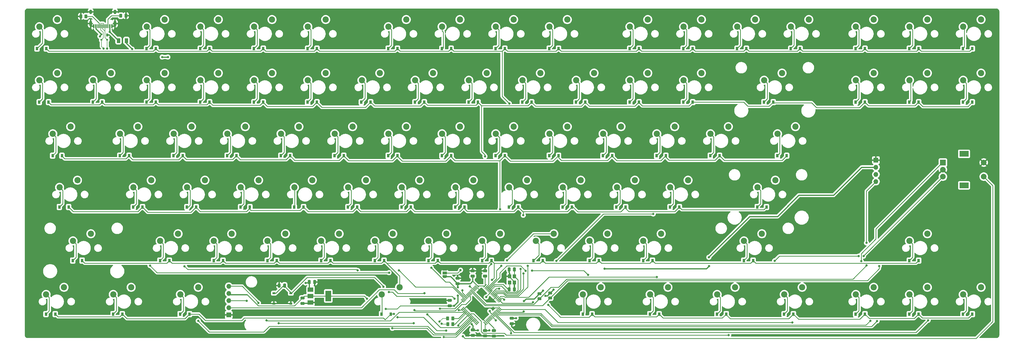
<source format=gbr>
%TF.GenerationSoftware,KiCad,Pcbnew,(6.0.7)*%
%TF.CreationDate,2022-09-01T16:07:51+12:00*%
%TF.ProjectId,custom_keyboard,63757374-6f6d-45f6-9b65-79626f617264,rev?*%
%TF.SameCoordinates,Original*%
%TF.FileFunction,Copper,L2,Bot*%
%TF.FilePolarity,Positive*%
%FSLAX46Y46*%
G04 Gerber Fmt 4.6, Leading zero omitted, Abs format (unit mm)*
G04 Created by KiCad (PCBNEW (6.0.7)) date 2022-09-01 16:07:51*
%MOMM*%
%LPD*%
G01*
G04 APERTURE LIST*
G04 Aperture macros list*
%AMRoundRect*
0 Rectangle with rounded corners*
0 $1 Rounding radius*
0 $2 $3 $4 $5 $6 $7 $8 $9 X,Y pos of 4 corners*
0 Add a 4 corners polygon primitive as box body*
4,1,4,$2,$3,$4,$5,$6,$7,$8,$9,$2,$3,0*
0 Add four circle primitives for the rounded corners*
1,1,$1+$1,$2,$3*
1,1,$1+$1,$4,$5*
1,1,$1+$1,$6,$7*
1,1,$1+$1,$8,$9*
0 Add four rect primitives between the rounded corners*
20,1,$1+$1,$2,$3,$4,$5,0*
20,1,$1+$1,$4,$5,$6,$7,0*
20,1,$1+$1,$6,$7,$8,$9,0*
20,1,$1+$1,$8,$9,$2,$3,0*%
%AMFreePoly0*
4,1,22,0.550000,-0.750000,0.000000,-0.750000,0.000000,-0.745033,-0.079941,-0.743568,-0.215256,-0.701293,-0.333266,-0.622738,-0.424486,-0.514219,-0.481581,-0.384460,-0.499164,-0.250000,-0.500000,-0.250000,-0.500000,0.250000,-0.499164,0.250000,-0.499963,0.256109,-0.478152,0.396186,-0.417904,0.524511,-0.324060,0.630769,-0.204165,0.706417,-0.067858,0.745374,0.000000,0.744959,0.000000,0.750000,
0.550000,0.750000,0.550000,-0.750000,0.550000,-0.750000,$1*%
%AMFreePoly1*
4,1,20,0.000000,0.744959,0.073905,0.744508,0.209726,0.703889,0.328688,0.626782,0.421226,0.519385,0.479903,0.390333,0.500000,0.250000,0.500000,-0.250000,0.499851,-0.262216,0.476331,-0.402017,0.414519,-0.529596,0.319384,-0.634700,0.198574,-0.708877,0.061801,-0.746166,0.000000,-0.745033,0.000000,-0.750000,-0.550000,-0.750000,-0.550000,0.750000,0.000000,0.750000,0.000000,0.744959,
0.000000,0.744959,$1*%
G04 Aperture macros list end*
%TA.AperFunction,ComponentPad*%
%ADD10C,2.200000*%
%TD*%
%TA.AperFunction,ComponentPad*%
%ADD11R,1.700000X1.700000*%
%TD*%
%TA.AperFunction,ComponentPad*%
%ADD12O,1.700000X1.700000*%
%TD*%
%TA.AperFunction,ComponentPad*%
%ADD13C,2.000000*%
%TD*%
%TA.AperFunction,ComponentPad*%
%ADD14R,3.200000X2.000000*%
%TD*%
%TA.AperFunction,ComponentPad*%
%ADD15R,2.000000X2.000000*%
%TD*%
%TA.AperFunction,SMDPad,CuDef*%
%ADD16R,2.000000X1.500000*%
%TD*%
%TA.AperFunction,SMDPad,CuDef*%
%ADD17R,2.000000X3.800000*%
%TD*%
%TA.AperFunction,SMDPad,CuDef*%
%ADD18RoundRect,0.075000X0.441942X0.548008X-0.548008X-0.441942X-0.441942X-0.548008X0.548008X0.441942X0*%
%TD*%
%TA.AperFunction,SMDPad,CuDef*%
%ADD19RoundRect,0.075000X-0.441942X0.548008X-0.548008X0.441942X0.441942X-0.548008X0.548008X-0.441942X0*%
%TD*%
%TA.AperFunction,SMDPad,CuDef*%
%ADD20RoundRect,0.250000X-0.250000X-0.475000X0.250000X-0.475000X0.250000X0.475000X-0.250000X0.475000X0*%
%TD*%
%TA.AperFunction,SMDPad,CuDef*%
%ADD21RoundRect,0.250000X-0.475000X0.250000X-0.475000X-0.250000X0.475000X-0.250000X0.475000X0.250000X0*%
%TD*%
%TA.AperFunction,SMDPad,CuDef*%
%ADD22RoundRect,0.250000X0.250000X0.475000X-0.250000X0.475000X-0.250000X-0.475000X0.250000X-0.475000X0*%
%TD*%
%TA.AperFunction,SMDPad,CuDef*%
%ADD23RoundRect,0.250000X0.475000X-0.250000X0.475000X0.250000X-0.475000X0.250000X-0.475000X-0.250000X0*%
%TD*%
%TA.AperFunction,SMDPad,CuDef*%
%ADD24R,0.900000X1.200000*%
%TD*%
%TA.AperFunction,SMDPad,CuDef*%
%ADD25RoundRect,0.250000X0.375000X0.625000X-0.375000X0.625000X-0.375000X-0.625000X0.375000X-0.625000X0*%
%TD*%
%TA.AperFunction,SMDPad,CuDef*%
%ADD26RoundRect,0.250000X-0.262500X-0.450000X0.262500X-0.450000X0.262500X0.450000X-0.262500X0.450000X0*%
%TD*%
%TA.AperFunction,SMDPad,CuDef*%
%ADD27RoundRect,0.250000X0.262500X0.450000X-0.262500X0.450000X-0.262500X-0.450000X0.262500X-0.450000X0*%
%TD*%
%TA.AperFunction,SMDPad,CuDef*%
%ADD28RoundRect,0.250000X-0.450000X0.262500X-0.450000X-0.262500X0.450000X-0.262500X0.450000X0.262500X0*%
%TD*%
%TA.AperFunction,SMDPad,CuDef*%
%ADD29R,1.000000X0.750000*%
%TD*%
%TA.AperFunction,SMDPad,CuDef*%
%ADD30R,0.700000X1.000000*%
%TD*%
%TA.AperFunction,SMDPad,CuDef*%
%ADD31R,0.700000X0.600000*%
%TD*%
%TA.AperFunction,SMDPad,CuDef*%
%ADD32R,0.600000X1.450000*%
%TD*%
%TA.AperFunction,SMDPad,CuDef*%
%ADD33R,0.300000X1.450000*%
%TD*%
%TA.AperFunction,ComponentPad*%
%ADD34O,1.000000X2.100000*%
%TD*%
%TA.AperFunction,ComponentPad*%
%ADD35O,1.000000X1.600000*%
%TD*%
%TA.AperFunction,SMDPad,CuDef*%
%ADD36R,1.200000X1.400000*%
%TD*%
%TA.AperFunction,SMDPad,CuDef*%
%ADD37FreePoly0,270.000000*%
%TD*%
%TA.AperFunction,SMDPad,CuDef*%
%ADD38R,1.500000X1.000000*%
%TD*%
%TA.AperFunction,SMDPad,CuDef*%
%ADD39FreePoly1,270.000000*%
%TD*%
%TA.AperFunction,ViaPad*%
%ADD40C,0.800000*%
%TD*%
%TA.AperFunction,Conductor*%
%ADD41C,0.254000*%
%TD*%
%TA.AperFunction,Conductor*%
%ADD42C,0.200000*%
%TD*%
%TA.AperFunction,Conductor*%
%ADD43C,0.381000*%
%TD*%
G04 APERTURE END LIST*
D10*
%TO.P,MX37,1,COL*%
%TO.N,Row5*%
X172243750Y-177800000D03*
%TO.P,MX37,2,ROW*%
%TO.N,Net-(D58-Pad2)*%
X165893750Y-180340000D03*
%TD*%
%TO.P,MX1,1,COL*%
%TO.N,Col1*%
X62706250Y-158750000D03*
%TO.P,MX1,2,ROW*%
%TO.N,Net-(D1-Pad2)*%
X56356250Y-161290000D03*
%TD*%
%TO.P,MX2,1,COL*%
%TO.N,Col1*%
X53181250Y-177800000D03*
%TO.P,MX2,2,ROW*%
%TO.N,Net-(D3-Pad2)*%
X46831250Y-180340000D03*
%TD*%
%TO.P,MX3,1,COL*%
%TO.N,Col1*%
X55562500Y-120650000D03*
%TO.P,MX3,2,ROW*%
%TO.N,Net-(D4-Pad2)*%
X49212500Y-123190000D03*
%TD*%
%TO.P,MX4,1,COL*%
%TO.N,Col1*%
X57943750Y-139700000D03*
%TO.P,MX4,2,ROW*%
%TO.N,Net-(D5-Pad2)*%
X51593750Y-142240000D03*
%TD*%
%TO.P,MX5,1,COL*%
%TO.N,Col1*%
X50800000Y-101600000D03*
%TO.P,MX5,2,ROW*%
%TO.N,Net-(D6-Pad2)*%
X44450000Y-104140000D03*
%TD*%
%TO.P,MX6,1,COL*%
%TO.N,Col1*%
X50800000Y-82550000D03*
%TO.P,MX6,2,ROW*%
%TO.N,Net-(D7-Pad2)*%
X44450000Y-85090000D03*
%TD*%
%TO.P,MX7,1,COL*%
%TO.N,Col2*%
X76993750Y-177800000D03*
%TO.P,MX7,2,ROW*%
%TO.N,Net-(D9-Pad2)*%
X70643750Y-180340000D03*
%TD*%
%TO.P,MX8,1,COL*%
%TO.N,Col2*%
X69850000Y-101600000D03*
%TO.P,MX8,2,ROW*%
%TO.N,Net-(D10-Pad2)*%
X63500000Y-104140000D03*
%TD*%
%TO.P,MX9,1,COL*%
%TO.N,Col2*%
X79375000Y-120650000D03*
%TO.P,MX9,2,ROW*%
%TO.N,Net-(D12-Pad2)*%
X73025000Y-123190000D03*
%TD*%
%TO.P,MX10,1,COL*%
%TO.N,Col2*%
X84137500Y-139700000D03*
%TO.P,MX10,2,ROW*%
%TO.N,Net-(D14-Pad2)*%
X77787500Y-142240000D03*
%TD*%
%TO.P,MX11,1,COL*%
%TO.N,Col3*%
X88900000Y-82550000D03*
%TO.P,MX11,2,ROW*%
%TO.N,Net-(D15-Pad2)*%
X82550000Y-85090000D03*
%TD*%
%TO.P,MX12,1,COL*%
%TO.N,Col3*%
X100806250Y-177800000D03*
%TO.P,MX12,2,ROW*%
%TO.N,Net-(D17-Pad2)*%
X94456250Y-180340000D03*
%TD*%
%TO.P,MX13,1,COL*%
%TO.N,Col2*%
X93662500Y-158750000D03*
%TO.P,MX13,2,ROW*%
%TO.N,Net-(D19-Pad2)*%
X87312500Y-161290000D03*
%TD*%
%TO.P,MX14,1,COL*%
%TO.N,Col3*%
X88900000Y-101600000D03*
%TO.P,MX14,2,ROW*%
%TO.N,Net-(D20-Pad2)*%
X82550000Y-104140000D03*
%TD*%
%TO.P,MX15,1,COL*%
%TO.N,Col3*%
X98425000Y-120650000D03*
%TO.P,MX15,2,ROW*%
%TO.N,Net-(D22-Pad2)*%
X92075000Y-123190000D03*
%TD*%
%TO.P,MX16,1,COL*%
%TO.N,Col3*%
X103187500Y-139700000D03*
%TO.P,MX16,2,ROW*%
%TO.N,Net-(D24-Pad2)*%
X96837500Y-142240000D03*
%TD*%
%TO.P,MX17,1,COL*%
%TO.N,Col4*%
X107950000Y-82550000D03*
%TO.P,MX17,2,ROW*%
%TO.N,Net-(D25-Pad2)*%
X101600000Y-85090000D03*
%TD*%
%TO.P,MX18,1,COL*%
%TO.N,Col3*%
X112712500Y-158750000D03*
%TO.P,MX18,2,ROW*%
%TO.N,Net-(D27-Pad2)*%
X106362500Y-161290000D03*
%TD*%
%TO.P,MX19,1,COL*%
%TO.N,Col4*%
X107950000Y-101600000D03*
%TO.P,MX19,2,ROW*%
%TO.N,Net-(D28-Pad2)*%
X101600000Y-104140000D03*
%TD*%
%TO.P,MX20,1,COL*%
%TO.N,Col4*%
X117475000Y-120650000D03*
%TO.P,MX20,2,ROW*%
%TO.N,Net-(D30-Pad2)*%
X111125000Y-123190000D03*
%TD*%
%TO.P,MX21,1,COL*%
%TO.N,Col4*%
X122237500Y-139700000D03*
%TO.P,MX21,2,ROW*%
%TO.N,Net-(D32-Pad2)*%
X115887500Y-142240000D03*
%TD*%
%TO.P,MX22,1,COL*%
%TO.N,Col5*%
X127000000Y-82550000D03*
%TO.P,MX22,2,ROW*%
%TO.N,Net-(D33-Pad2)*%
X120650000Y-85090000D03*
%TD*%
%TO.P,MX23,1,COL*%
%TO.N,Col4*%
X131762500Y-158750000D03*
%TO.P,MX23,2,ROW*%
%TO.N,Net-(D35-Pad2)*%
X125412500Y-161290000D03*
%TD*%
%TO.P,MX24,1,COL*%
%TO.N,Col5*%
X127000000Y-101600000D03*
%TO.P,MX24,2,ROW*%
%TO.N,Net-(D36-Pad2)*%
X120650000Y-104140000D03*
%TD*%
%TO.P,MX25,1,COL*%
%TO.N,Col5*%
X136525000Y-120650000D03*
%TO.P,MX25,2,ROW*%
%TO.N,Net-(D38-Pad2)*%
X130175000Y-123190000D03*
%TD*%
%TO.P,MX26,1,COL*%
%TO.N,Col5*%
X141287500Y-139700000D03*
%TO.P,MX26,2,ROW*%
%TO.N,Net-(D40-Pad2)*%
X134937500Y-142240000D03*
%TD*%
%TO.P,MX27,1,COL*%
%TO.N,Col6*%
X146050000Y-82550000D03*
%TO.P,MX27,2,ROW*%
%TO.N,Net-(D41-Pad2)*%
X139700000Y-85090000D03*
%TD*%
%TO.P,MX28,1,COL*%
%TO.N,Col5*%
X150812500Y-158750000D03*
%TO.P,MX28,2,ROW*%
%TO.N,Net-(D43-Pad2)*%
X144462500Y-161290000D03*
%TD*%
%TO.P,MX29,1,COL*%
%TO.N,Col6*%
X146050000Y-101600000D03*
%TO.P,MX29,2,ROW*%
%TO.N,Net-(D44-Pad2)*%
X139700000Y-104140000D03*
%TD*%
%TO.P,MX30,1,COL*%
%TO.N,Col6*%
X155575000Y-120650000D03*
%TO.P,MX30,2,ROW*%
%TO.N,Net-(D46-Pad2)*%
X149225000Y-123190000D03*
%TD*%
%TO.P,MX31,1,COL*%
%TO.N,Col6*%
X160337500Y-139700000D03*
%TO.P,MX31,2,ROW*%
%TO.N,Net-(D48-Pad2)*%
X153987500Y-142240000D03*
%TD*%
%TO.P,MX32,1,COL*%
%TO.N,Col6*%
X169862500Y-158750000D03*
%TO.P,MX32,2,ROW*%
%TO.N,Net-(D50-Pad2)*%
X163512500Y-161290000D03*
%TD*%
%TO.P,MX33,1,COL*%
%TO.N,Col7*%
X165258750Y-101600000D03*
%TO.P,MX33,2,ROW*%
%TO.N,Net-(D51-Pad2)*%
X158908750Y-104140000D03*
%TD*%
%TO.P,MX34,1,COL*%
%TO.N,Col7*%
X174625000Y-82550000D03*
%TO.P,MX34,2,ROW*%
%TO.N,Net-(D52-Pad2)*%
X168275000Y-85090000D03*
%TD*%
%TO.P,MX35,1,COL*%
%TO.N,Col7*%
X174625000Y-120650000D03*
%TO.P,MX35,2,ROW*%
%TO.N,Net-(D54-Pad2)*%
X168275000Y-123190000D03*
%TD*%
%TO.P,MX36,1,COL*%
%TO.N,Col7*%
X179387500Y-139700000D03*
%TO.P,MX36,2,ROW*%
%TO.N,Net-(D56-Pad2)*%
X173037500Y-142240000D03*
%TD*%
%TO.P,MX38,1,COL*%
%TO.N,Col7*%
X188912500Y-158750000D03*
%TO.P,MX38,2,ROW*%
%TO.N,Net-(D60-Pad2)*%
X182562500Y-161290000D03*
%TD*%
%TO.P,MX39,1,COL*%
%TO.N,Col8*%
X184150000Y-101600000D03*
%TO.P,MX39,2,ROW*%
%TO.N,Net-(D61-Pad2)*%
X177800000Y-104140000D03*
%TD*%
%TO.P,MX40,1,COL*%
%TO.N,Col8*%
X193675000Y-82550000D03*
%TO.P,MX40,2,ROW*%
%TO.N,Net-(D62-Pad2)*%
X187325000Y-85090000D03*
%TD*%
%TO.P,MX41,1,COL*%
%TO.N,Col8*%
X193675000Y-120650000D03*
%TO.P,MX41,2,ROW*%
%TO.N,Net-(D64-Pad2)*%
X187325000Y-123190000D03*
%TD*%
%TO.P,MX42,1,COL*%
%TO.N,Col8*%
X198437500Y-139700000D03*
%TO.P,MX42,2,ROW*%
%TO.N,Net-(D66-Pad2)*%
X192087500Y-142240000D03*
%TD*%
%TO.P,MX43,1,COL*%
%TO.N,Col8*%
X207962500Y-158750000D03*
%TO.P,MX43,2,ROW*%
%TO.N,Net-(D68-Pad2)*%
X201612500Y-161290000D03*
%TD*%
%TO.P,MX44,1,COL*%
%TO.N,Col9*%
X203200000Y-101600000D03*
%TO.P,MX44,2,ROW*%
%TO.N,Net-(D69-Pad2)*%
X196850000Y-104140000D03*
%TD*%
%TO.P,MX45,1,COL*%
%TO.N,Col9*%
X212725000Y-82550000D03*
%TO.P,MX45,2,ROW*%
%TO.N,Net-(D70-Pad2)*%
X206375000Y-85090000D03*
%TD*%
%TO.P,MX46,1,COL*%
%TO.N,Col9*%
X212725000Y-120650000D03*
%TO.P,MX46,2,ROW*%
%TO.N,Net-(D72-Pad2)*%
X206375000Y-123190000D03*
%TD*%
%TO.P,MX47,1,COL*%
%TO.N,Col9*%
X217487500Y-139700000D03*
%TO.P,MX47,2,ROW*%
%TO.N,Net-(D73-Pad2)*%
X211137500Y-142240000D03*
%TD*%
%TO.P,MX48,1,COL*%
%TO.N,Col9*%
X227012500Y-158750000D03*
%TO.P,MX48,2,ROW*%
%TO.N,Net-(D76-Pad2)*%
X220662500Y-161290000D03*
%TD*%
%TO.P,MX49,1,COL*%
%TO.N,Col10*%
X222250000Y-101600000D03*
%TO.P,MX49,2,ROW*%
%TO.N,Net-(D77-Pad2)*%
X215900000Y-104140000D03*
%TD*%
%TO.P,MX50,1,COL*%
%TO.N,Col10*%
X231775000Y-82550000D03*
%TO.P,MX50,2,ROW*%
%TO.N,Net-(D78-Pad2)*%
X225425000Y-85090000D03*
%TD*%
%TO.P,MX51,1,COL*%
%TO.N,Col10*%
X231775000Y-120650000D03*
%TO.P,MX51,2,ROW*%
%TO.N,Net-(D80-Pad2)*%
X225425000Y-123190000D03*
%TD*%
%TO.P,MX52,1,COL*%
%TO.N,Col10*%
X236537500Y-139700000D03*
%TO.P,MX52,2,ROW*%
%TO.N,Net-(D82-Pad2)*%
X230187500Y-142240000D03*
%TD*%
%TO.P,MX53,1,COL*%
%TO.N,Col10*%
X246062500Y-158750000D03*
%TO.P,MX53,2,ROW*%
%TO.N,Net-(D84-Pad2)*%
X239712500Y-161290000D03*
%TD*%
%TO.P,MX54,1,COL*%
%TO.N,Col11*%
X241300000Y-101600000D03*
%TO.P,MX54,2,ROW*%
%TO.N,Net-(D85-Pad2)*%
X234950000Y-104140000D03*
%TD*%
%TO.P,MX55,1,COL*%
%TO.N,Col11*%
X250825000Y-120650000D03*
%TO.P,MX55,2,ROW*%
%TO.N,Net-(D87-Pad2)*%
X244475000Y-123190000D03*
%TD*%
%TO.P,MX56,1,COL*%
%TO.N,Col11*%
X255746250Y-139700000D03*
%TO.P,MX56,2,ROW*%
%TO.N,Net-(D89-Pad2)*%
X249396250Y-142240000D03*
%TD*%
%TO.P,MX57,1,COL*%
%TO.N,Col10*%
X243681250Y-177800000D03*
%TO.P,MX57,2,ROW*%
%TO.N,Net-(D91-Pad2)*%
X237331250Y-180340000D03*
%TD*%
%TO.P,MX58,1,COL*%
%TO.N,Col11*%
X260350000Y-82550000D03*
%TO.P,MX58,2,ROW*%
%TO.N,Net-(D92-Pad2)*%
X254000000Y-85090000D03*
%TD*%
%TO.P,MX59,1,COL*%
%TO.N,Col11*%
X265112500Y-158750000D03*
%TO.P,MX59,2,ROW*%
%TO.N,Net-(D94-Pad2)*%
X258762500Y-161290000D03*
%TD*%
%TO.P,MX60,1,COL*%
%TO.N,Col12*%
X260350000Y-101600000D03*
%TO.P,MX60,2,ROW*%
%TO.N,Net-(D95-Pad2)*%
X254000000Y-104140000D03*
%TD*%
%TO.P,MX61,1,COL*%
%TO.N,Col12*%
X269875000Y-120650000D03*
%TO.P,MX61,2,ROW*%
%TO.N,Net-(D97-Pad2)*%
X263525000Y-123190000D03*
%TD*%
%TO.P,MX62,1,COL*%
%TO.N,Col12*%
X274637500Y-139700000D03*
%TO.P,MX62,2,ROW*%
%TO.N,Net-(D99-Pad2)*%
X268287500Y-142240000D03*
%TD*%
%TO.P,MX63,1,COL*%
%TO.N,Col11*%
X267493750Y-177800000D03*
%TO.P,MX63,2,ROW*%
%TO.N,Net-(D101-Pad2)*%
X261143750Y-180340000D03*
%TD*%
%TO.P,MX64,1,COL*%
%TO.N,Col12*%
X279400000Y-82550000D03*
%TO.P,MX64,2,ROW*%
%TO.N,Net-(D102-Pad2)*%
X273050000Y-85090000D03*
%TD*%
%TO.P,MX65,1,COL*%
%TO.N,Col13*%
X279400000Y-101600000D03*
%TO.P,MX65,2,ROW*%
%TO.N,Net-(D103-Pad2)*%
X273050000Y-104140000D03*
%TD*%
%TO.P,MX66,1,COL*%
%TO.N,Col13*%
X288925000Y-120650000D03*
%TO.P,MX66,2,ROW*%
%TO.N,Net-(D105-Pad2)*%
X282575000Y-123190000D03*
%TD*%
%TO.P,MX67,1,COL*%
%TO.N,Col13*%
X291306250Y-177800000D03*
%TO.P,MX67,2,ROW*%
%TO.N,Net-(D107-Pad2)*%
X284956250Y-180340000D03*
%TD*%
%TO.P,MX68,1,COL*%
%TO.N,Col13*%
X298450000Y-82550000D03*
%TO.P,MX68,2,ROW*%
%TO.N,Net-(D108-Pad2)*%
X292100000Y-85090000D03*
%TD*%
%TO.P,MX69,1,COL*%
%TO.N,Col14*%
X315118750Y-177800000D03*
%TO.P,MX69,2,ROW*%
%TO.N,Net-(D110-Pad2)*%
X308768750Y-180340000D03*
%TD*%
%TO.P,MX70,1,COL*%
%TO.N,Col14*%
X312737500Y-120650000D03*
%TO.P,MX70,2,ROW*%
%TO.N,Net-(D111-Pad2)*%
X306387500Y-123190000D03*
%TD*%
%TO.P,MX71,1,COL*%
%TO.N,Col14*%
X305593750Y-139700000D03*
%TO.P,MX71,2,ROW*%
%TO.N,Net-(D113-Pad2)*%
X299243750Y-142240000D03*
%TD*%
%TO.P,MX72,1,COL*%
%TO.N,Col14*%
X300831250Y-158750000D03*
%TO.P,MX72,2,ROW*%
%TO.N,Net-(D115-Pad2)*%
X294481250Y-161290000D03*
%TD*%
%TO.P,MX73,1,COL*%
%TO.N,Col14*%
X317500000Y-82550000D03*
%TO.P,MX73,2,ROW*%
%TO.N,Net-(D116-Pad2)*%
X311150000Y-85090000D03*
%TD*%
%TO.P,MX74,1,COL*%
%TO.N,Col14*%
X307975000Y-101600000D03*
%TO.P,MX74,2,ROW*%
%TO.N,Net-(D117-Pad2)*%
X301625000Y-104140000D03*
%TD*%
%TO.P,MX75,1,COL*%
%TO.N,Col15*%
X340518750Y-177800000D03*
%TO.P,MX75,2,ROW*%
%TO.N,Net-(D119-Pad2)*%
X334168750Y-180340000D03*
%TD*%
%TO.P,MX76,1,COL*%
%TO.N,Col15*%
X340518750Y-82550000D03*
%TO.P,MX76,2,ROW*%
%TO.N,Net-(D120-Pad2)*%
X334168750Y-85090000D03*
%TD*%
%TO.P,MX77,1,COL*%
%TO.N,Col15*%
X340518750Y-101600000D03*
%TO.P,MX77,2,ROW*%
%TO.N,Net-(D121-Pad2)*%
X334168750Y-104140000D03*
%TD*%
%TO.P,MX78,1,COL*%
%TO.N,Col16*%
X359568750Y-177800000D03*
%TO.P,MX78,2,ROW*%
%TO.N,Net-(D123-Pad2)*%
X353218750Y-180340000D03*
%TD*%
%TO.P,MX79,1,COL*%
%TO.N,Col16*%
X359568750Y-158750000D03*
%TO.P,MX79,2,ROW*%
%TO.N,Net-(D125-Pad2)*%
X353218750Y-161290000D03*
%TD*%
%TO.P,MX80,1,COL*%
%TO.N,Col16*%
X359568750Y-82550000D03*
%TO.P,MX80,2,ROW*%
%TO.N,Net-(D126-Pad2)*%
X353218750Y-85090000D03*
%TD*%
%TO.P,MX81,1,COL*%
%TO.N,Col16*%
X359568750Y-101600000D03*
%TO.P,MX81,2,ROW*%
%TO.N,Net-(D127-Pad2)*%
X353218750Y-104140000D03*
%TD*%
%TO.P,MX82,1,COL*%
%TO.N,Col17*%
X378618750Y-177800000D03*
%TO.P,MX82,2,ROW*%
%TO.N,Net-(D129-Pad2)*%
X372268750Y-180340000D03*
%TD*%
%TO.P,MX83,1,COL*%
%TO.N,Col17*%
X378618750Y-82550000D03*
%TO.P,MX83,2,ROW*%
%TO.N,Net-(D130-Pad2)*%
X372268750Y-85090000D03*
%TD*%
%TO.P,MX84,1,COL*%
%TO.N,Col17*%
X378618750Y-101600000D03*
%TO.P,MX84,2,ROW*%
%TO.N,Net-(D131-Pad2)*%
X372268750Y-104140000D03*
%TD*%
D11*
%TO.P,SSD1306,1,Pin_1*%
%TO.N,GND*%
X341312500Y-132556250D03*
D12*
%TO.P,SSD1306,2,Pin_2*%
%TO.N,+3V3*%
X341312500Y-135096250D03*
%TO.P,SSD1306,3,Pin_3*%
%TO.N,SCL*%
X341312500Y-137636250D03*
%TO.P,SSD1306,4,Pin_4*%
%TO.N,SDA*%
X341312500Y-140176250D03*
%TD*%
D13*
%TO.P,SW1,S2,S2*%
%TO.N,GND*%
X379574200Y-133426200D03*
%TO.P,SW1,S1,S1*%
%TO.N,ENC_SW*%
X379574200Y-138426200D03*
D14*
%TO.P,SW1,MP*%
%TO.N,N/C*%
X372574200Y-141526200D03*
X372574200Y-130326200D03*
D13*
%TO.P,SW1,C,C*%
%TO.N,GND*%
X365074200Y-135926200D03*
%TO.P,SW1,B,B*%
%TO.N,ENC_B*%
X365074200Y-138426200D03*
D15*
%TO.P,SW1,A,A*%
%TO.N,ENC_A*%
X365074200Y-133426200D03*
%TD*%
D16*
%TO.P,U1,3,VI*%
%TO.N,+5V*%
X140652500Y-178597500D03*
D17*
%TO.P,U1,2,VO*%
%TO.N,+3V3*%
X146952500Y-180897500D03*
D16*
X140652500Y-180897500D03*
%TO.P,U1,1,ADJ*%
%TO.N,GND*%
X140652500Y-183197500D03*
%TD*%
D18*
%TO.P,U3,1,VBAT*%
%TO.N,+3V3*%
X202627342Y-177313859D03*
%TO.P,U3,2,PC13*%
%TO.N,Col8*%
X202980895Y-177667412D03*
%TO.P,U3,3,PC14*%
%TO.N,Col9*%
X203334448Y-178020965D03*
%TO.P,U3,4,PC15*%
%TO.N,Col10*%
X203688002Y-178374519D03*
%TO.P,U3,5,PH0*%
%TO.N,Net-(U3-Pad5)*%
X204041555Y-178728072D03*
%TO.P,U3,6,PH1*%
%TO.N,Net-(C5-Pad2)*%
X204395109Y-179081626D03*
%TO.P,U3,7,NRST*%
%TO.N,Net-(S1-PadC)*%
X204748662Y-179435179D03*
%TO.P,U3,8,PC0*%
%TO.N,Row1*%
X205102215Y-179788732D03*
%TO.P,U3,9,PC1*%
%TO.N,Row2*%
X205455769Y-180142286D03*
%TO.P,U3,10,PC2*%
%TO.N,Row3*%
X205809322Y-180495839D03*
%TO.P,U3,11,PC3*%
%TO.N,Row4*%
X206162875Y-180849392D03*
%TO.P,U3,12,VSSA*%
%TO.N,GND*%
X206516429Y-181202946D03*
%TO.P,U3,13,VREF+*%
%TO.N,unconnected-(U3-Pad13)*%
X206869982Y-181556499D03*
%TO.P,U3,14,PA0*%
%TO.N,Col11*%
X207223536Y-181910053D03*
%TO.P,U3,15,PA1*%
%TO.N,Col12*%
X207577089Y-182263606D03*
%TO.P,U3,16,PA2*%
%TO.N,Col13*%
X207930642Y-182617159D03*
D19*
%TO.P,U3,17,PA3*%
%TO.N,Col14*%
X207930642Y-185339521D03*
%TO.P,U3,18,VSS*%
%TO.N,GND*%
X207577089Y-185693074D03*
%TO.P,U3,19,VDD*%
%TO.N,+3V3*%
X207223536Y-186046627D03*
%TO.P,U3,20,PA4*%
%TO.N,Col15*%
X206869982Y-186400181D03*
%TO.P,U3,21,PA5*%
%TO.N,Col16*%
X206516429Y-186753734D03*
%TO.P,U3,22,PA6*%
%TO.N,Col17*%
X206162875Y-187107288D03*
%TO.P,U3,23,PA7*%
%TO.N,ENC_A*%
X205809322Y-187460841D03*
%TO.P,U3,24,PC4*%
%TO.N,Row5*%
X205455769Y-187814394D03*
%TO.P,U3,25,PC5*%
%TO.N,Row6*%
X205102215Y-188167948D03*
%TO.P,U3,26,PB0*%
%TO.N,unconnected-(U3-Pad26)*%
X204748662Y-188521501D03*
%TO.P,U3,27,PB1*%
%TO.N,unconnected-(U3-Pad27)*%
X204395109Y-188875054D03*
%TO.P,U3,28,PB2*%
%TO.N,unconnected-(U3-Pad28)*%
X204041555Y-189228608D03*
%TO.P,U3,29,PB10*%
%TO.N,unconnected-(U3-Pad29)*%
X203688002Y-189582161D03*
%TO.P,U3,30,VCAP1*%
%TO.N,Net-(C8-Pad1)*%
X203334448Y-189935715D03*
%TO.P,U3,31,VSS*%
%TO.N,GND*%
X202980895Y-190289268D03*
%TO.P,U3,32,VDD*%
%TO.N,+3V3*%
X202627342Y-190642821D03*
D18*
%TO.P,U3,33,PB12*%
%TO.N,unconnected-(U3-Pad33)*%
X199904980Y-190642821D03*
%TO.P,U3,34,PB13*%
%TO.N,unconnected-(U3-Pad34)*%
X199551427Y-190289268D03*
%TO.P,U3,35,PB14*%
%TO.N,unconnected-(U3-Pad35)*%
X199197874Y-189935715D03*
%TO.P,U3,36,PB15*%
%TO.N,unconnected-(U3-Pad36)*%
X198844320Y-189582161D03*
%TO.P,U3,37,PC6*%
%TO.N,Col1*%
X198490767Y-189228608D03*
%TO.P,U3,38,PC7*%
%TO.N,Col2*%
X198137213Y-188875054D03*
%TO.P,U3,39,PC8*%
%TO.N,Col3*%
X197783660Y-188521501D03*
%TO.P,U3,40,PC9*%
%TO.N,Col4*%
X197430107Y-188167948D03*
%TO.P,U3,41,PA8*%
%TO.N,ENC_B*%
X197076553Y-187814394D03*
%TO.P,U3,42,PA9*%
%TO.N,ENC_SW*%
X196723000Y-187460841D03*
%TO.P,U3,43,PA10*%
%TO.N,unconnected-(U3-Pad43)*%
X196369447Y-187107288D03*
%TO.P,U3,44,PA11*%
%TO.N,Net-(R7-Pad1)*%
X196015893Y-186753734D03*
%TO.P,U3,45,PA12*%
%TO.N,Net-(R8-Pad1)*%
X195662340Y-186400181D03*
%TO.P,U3,46,PA13*%
%TO.N,SWDIO*%
X195308786Y-186046627D03*
%TO.P,U3,47,VSS*%
%TO.N,GND*%
X194955233Y-185693074D03*
%TO.P,U3,48,VDD*%
%TO.N,+3V3*%
X194601680Y-185339521D03*
D19*
%TO.P,U3,49,PA14*%
%TO.N,SWCLK*%
X194601680Y-182617159D03*
%TO.P,U3,50,PA15*%
%TO.N,unconnected-(U3-Pad50)*%
X194955233Y-182263606D03*
%TO.P,U3,51,PC10*%
%TO.N,Col5*%
X195308786Y-181910053D03*
%TO.P,U3,52,PC11*%
%TO.N,Col6*%
X195662340Y-181556499D03*
%TO.P,U3,53,PC12*%
%TO.N,Col7*%
X196015893Y-181202946D03*
%TO.P,U3,54,PD2*%
%TO.N,unconnected-(U3-Pad54)*%
X196369447Y-180849392D03*
%TO.P,U3,55,PB3*%
%TO.N,SWO*%
X196723000Y-180495839D03*
%TO.P,U3,56,PB4*%
%TO.N,unconnected-(U3-Pad56)*%
X197076553Y-180142286D03*
%TO.P,U3,57,PB5*%
%TO.N,unconnected-(U3-Pad57)*%
X197430107Y-179788732D03*
%TO.P,U3,58,PB6*%
%TO.N,SCL*%
X197783660Y-179435179D03*
%TO.P,U3,59,PB7*%
%TO.N,SDA*%
X198137213Y-179081626D03*
%TO.P,U3,60,BOOT0*%
%TO.N,Net-(U3-Pad60)*%
X198490767Y-178728072D03*
%TO.P,U3,61,PB8*%
%TO.N,unconnected-(U3-Pad61)*%
X198844320Y-178374519D03*
%TO.P,U3,62,PB9*%
%TO.N,unconnected-(U3-Pad62)*%
X199197874Y-178020965D03*
%TO.P,U3,63,VSS*%
%TO.N,GND*%
X199551427Y-177667412D03*
%TO.P,U3,64,VDD*%
%TO.N,+3V3*%
X199904980Y-177313859D03*
%TD*%
D20*
%TO.P,C1,1*%
%TO.N,+5V*%
X140213000Y-175895000D03*
%TO.P,C1,2*%
%TO.N,GND*%
X142113000Y-175895000D03*
%TD*%
D21*
%TO.P,C2,1*%
%TO.N,+3V3*%
X137795000Y-181615000D03*
%TO.P,C2,2*%
%TO.N,GND*%
X137795000Y-183515000D03*
%TD*%
D20*
%TO.P,C3,1*%
%TO.N,GND*%
X129545000Y-177165000D03*
%TO.P,C3,2*%
%TO.N,Net-(S1-PadC)*%
X131445000Y-177165000D03*
%TD*%
D22*
%TO.P,C4,1*%
%TO.N,GND*%
X213013000Y-178519000D03*
%TO.P,C4,2*%
%TO.N,Net-(U3-Pad5)*%
X211113000Y-178519000D03*
%TD*%
D20*
%TO.P,C5,1*%
%TO.N,GND*%
X211113000Y-171407000D03*
%TO.P,C5,2*%
%TO.N,Net-(C5-Pad2)*%
X213013000Y-171407000D03*
%TD*%
D21*
%TO.P,C6,1*%
%TO.N,+3V3*%
X198247000Y-192979000D03*
%TO.P,C6,2*%
%TO.N,GND*%
X198247000Y-194879000D03*
%TD*%
%TO.P,C7,1*%
%TO.N,+3V3*%
X202565000Y-193167000D03*
%TO.P,C7,2*%
%TO.N,GND*%
X202565000Y-195067000D03*
%TD*%
%TO.P,C8,1*%
%TO.N,Net-(C8-Pad1)*%
X205701900Y-193205100D03*
%TO.P,C8,2*%
%TO.N,GND*%
X205701900Y-195105100D03*
%TD*%
D23*
%TO.P,C9,1*%
%TO.N,+3V3*%
X190090161Y-184359340D03*
%TO.P,C9,2*%
%TO.N,GND*%
X190090161Y-182459340D03*
%TD*%
D21*
%TO.P,C10,1*%
%TO.N,+3V3*%
X212064600Y-188838800D03*
%TO.P,C10,2*%
%TO.N,GND*%
X212064600Y-190738800D03*
%TD*%
D23*
%TO.P,C11,1*%
%TO.N,+3V3*%
X202603100Y-173824900D03*
%TO.P,C11,2*%
%TO.N,GND*%
X202603100Y-171924900D03*
%TD*%
%TO.P,C12,1*%
%TO.N,+3V3*%
X198218161Y-173813340D03*
%TO.P,C12,2*%
%TO.N,GND*%
X198218161Y-171913340D03*
%TD*%
%TO.P,C13,1*%
%TO.N,+3V3*%
X192884161Y-176485340D03*
%TO.P,C13,2*%
%TO.N,GND*%
X192884161Y-174585340D03*
%TD*%
D24*
%TO.P,D1,1,K*%
%TO.N,Row5*%
X59593750Y-168275000D03*
%TO.P,D1,2,A*%
%TO.N,Net-(D1-Pad2)*%
X56293750Y-168275000D03*
%TD*%
%TO.P,D3,1,K*%
%TO.N,Row6*%
X50068750Y-187325000D03*
%TO.P,D3,2,A*%
%TO.N,Net-(D3-Pad2)*%
X46768750Y-187325000D03*
%TD*%
%TO.P,D4,1,K*%
%TO.N,Row3*%
X52450000Y-130968750D03*
%TO.P,D4,2,A*%
%TO.N,Net-(D4-Pad2)*%
X49150000Y-130968750D03*
%TD*%
%TO.P,D5,1,K*%
%TO.N,Row4*%
X54831250Y-149225000D03*
%TO.P,D5,2,A*%
%TO.N,Net-(D5-Pad2)*%
X51531250Y-149225000D03*
%TD*%
%TO.P,D6,1,K*%
%TO.N,Row2*%
X47687500Y-111918750D03*
%TO.P,D6,2,A*%
%TO.N,Net-(D6-Pad2)*%
X44387500Y-111918750D03*
%TD*%
%TO.P,D7,1,K*%
%TO.N,Row1*%
X46893750Y-92868750D03*
%TO.P,D7,2,A*%
%TO.N,Net-(D7-Pad2)*%
X43593750Y-92868750D03*
%TD*%
%TO.P,D9,1,K*%
%TO.N,Row6*%
X73881250Y-187325000D03*
%TO.P,D9,2,A*%
%TO.N,Net-(D9-Pad2)*%
X70581250Y-187325000D03*
%TD*%
%TO.P,D10,1,K*%
%TO.N,Row2*%
X66737500Y-111918750D03*
%TO.P,D10,2,A*%
%TO.N,Net-(D10-Pad2)*%
X63437500Y-111918750D03*
%TD*%
%TO.P,D12,1,K*%
%TO.N,Row3*%
X76262500Y-130968750D03*
%TO.P,D12,2,A*%
%TO.N,Net-(D12-Pad2)*%
X72962500Y-130968750D03*
%TD*%
%TO.P,D14,1,K*%
%TO.N,Row4*%
X81025000Y-149225000D03*
%TO.P,D14,2,A*%
%TO.N,Net-(D14-Pad2)*%
X77725000Y-149225000D03*
%TD*%
%TO.P,D15,1,K*%
%TO.N,Row1*%
X85787500Y-92868750D03*
%TO.P,D15,2,A*%
%TO.N,Net-(D15-Pad2)*%
X82487500Y-92868750D03*
%TD*%
%TO.P,D17,1,K*%
%TO.N,Row6*%
X97693750Y-187325000D03*
%TO.P,D17,2,A*%
%TO.N,Net-(D17-Pad2)*%
X94393750Y-187325000D03*
%TD*%
%TO.P,D19,1,K*%
%TO.N,Row5*%
X90550000Y-168275000D03*
%TO.P,D19,2,A*%
%TO.N,Net-(D19-Pad2)*%
X87250000Y-168275000D03*
%TD*%
%TO.P,D20,1,K*%
%TO.N,Row2*%
X85787500Y-111918750D03*
%TO.P,D20,2,A*%
%TO.N,Net-(D20-Pad2)*%
X82487500Y-111918750D03*
%TD*%
%TO.P,D22,1,K*%
%TO.N,Row3*%
X95312500Y-130968750D03*
%TO.P,D22,2,A*%
%TO.N,Net-(D22-Pad2)*%
X92012500Y-130968750D03*
%TD*%
%TO.P,D24,1,K*%
%TO.N,Row4*%
X100075000Y-149225000D03*
%TO.P,D24,2,A*%
%TO.N,Net-(D24-Pad2)*%
X96775000Y-149225000D03*
%TD*%
%TO.P,D25,1,K*%
%TO.N,Row1*%
X104837500Y-92868750D03*
%TO.P,D25,2,A*%
%TO.N,Net-(D25-Pad2)*%
X101537500Y-92868750D03*
%TD*%
%TO.P,D27,1,K*%
%TO.N,Row5*%
X109600000Y-168275000D03*
%TO.P,D27,2,A*%
%TO.N,Net-(D27-Pad2)*%
X106300000Y-168275000D03*
%TD*%
%TO.P,D28,1,K*%
%TO.N,Row2*%
X104837500Y-111918750D03*
%TO.P,D28,2,A*%
%TO.N,Net-(D28-Pad2)*%
X101537500Y-111918750D03*
%TD*%
%TO.P,D30,1,K*%
%TO.N,Row3*%
X114362500Y-130968750D03*
%TO.P,D30,2,A*%
%TO.N,Net-(D30-Pad2)*%
X111062500Y-130968750D03*
%TD*%
%TO.P,D32,1,K*%
%TO.N,Row4*%
X119125000Y-149225000D03*
%TO.P,D32,2,A*%
%TO.N,Net-(D32-Pad2)*%
X115825000Y-149225000D03*
%TD*%
%TO.P,D33,1,K*%
%TO.N,Row1*%
X123887500Y-92868750D03*
%TO.P,D33,2,A*%
%TO.N,Net-(D33-Pad2)*%
X120587500Y-92868750D03*
%TD*%
%TO.P,D35,1,K*%
%TO.N,Row5*%
X128650000Y-168275000D03*
%TO.P,D35,2,A*%
%TO.N,Net-(D35-Pad2)*%
X125350000Y-168275000D03*
%TD*%
%TO.P,D36,1,K*%
%TO.N,Row2*%
X123887500Y-111918750D03*
%TO.P,D36,2,A*%
%TO.N,Net-(D36-Pad2)*%
X120587500Y-111918750D03*
%TD*%
%TO.P,D38,1,K*%
%TO.N,Row3*%
X133412500Y-130968750D03*
%TO.P,D38,2,A*%
%TO.N,Net-(D38-Pad2)*%
X130112500Y-130968750D03*
%TD*%
%TO.P,D40,1,K*%
%TO.N,Row4*%
X138175000Y-149225000D03*
%TO.P,D40,2,A*%
%TO.N,Net-(D40-Pad2)*%
X134875000Y-149225000D03*
%TD*%
%TO.P,D41,1,K*%
%TO.N,Row1*%
X142937500Y-92868750D03*
%TO.P,D41,2,A*%
%TO.N,Net-(D41-Pad2)*%
X139637500Y-92868750D03*
%TD*%
%TO.P,D43,1,K*%
%TO.N,Row5*%
X147700000Y-168275000D03*
%TO.P,D43,2,A*%
%TO.N,Net-(D43-Pad2)*%
X144400000Y-168275000D03*
%TD*%
%TO.P,D44,1,K*%
%TO.N,Row2*%
X142937500Y-111918750D03*
%TO.P,D44,2,A*%
%TO.N,Net-(D44-Pad2)*%
X139637500Y-111918750D03*
%TD*%
%TO.P,D46,1,K*%
%TO.N,Row3*%
X152462500Y-130968750D03*
%TO.P,D46,2,A*%
%TO.N,Net-(D46-Pad2)*%
X149162500Y-130968750D03*
%TD*%
%TO.P,D48,1,K*%
%TO.N,Row4*%
X157225000Y-149225000D03*
%TO.P,D48,2,A*%
%TO.N,Net-(D48-Pad2)*%
X153925000Y-149225000D03*
%TD*%
%TO.P,D50,1,K*%
%TO.N,Row5*%
X166750000Y-168275000D03*
%TO.P,D50,2,A*%
%TO.N,Net-(D50-Pad2)*%
X163450000Y-168275000D03*
%TD*%
%TO.P,D51,1,K*%
%TO.N,Row2*%
X161987500Y-111918750D03*
%TO.P,D51,2,A*%
%TO.N,Net-(D51-Pad2)*%
X158687500Y-111918750D03*
%TD*%
%TO.P,D52,1,K*%
%TO.N,Row1*%
X171512500Y-92868750D03*
%TO.P,D52,2,A*%
%TO.N,Net-(D52-Pad2)*%
X168212500Y-92868750D03*
%TD*%
%TO.P,D54,1,K*%
%TO.N,Row3*%
X171512500Y-130968750D03*
%TO.P,D54,2,A*%
%TO.N,Net-(D54-Pad2)*%
X168212500Y-130968750D03*
%TD*%
%TO.P,D56,1,K*%
%TO.N,Row4*%
X176275000Y-149225000D03*
%TO.P,D56,2,A*%
%TO.N,Net-(D56-Pad2)*%
X172975000Y-149225000D03*
%TD*%
%TO.P,D58,1,K*%
%TO.N,Row6*%
X169131250Y-187325000D03*
%TO.P,D58,2,A*%
%TO.N,Net-(D58-Pad2)*%
X165831250Y-187325000D03*
%TD*%
%TO.P,D60,1,K*%
%TO.N,Row5*%
X185800000Y-168275000D03*
%TO.P,D60,2,A*%
%TO.N,Net-(D60-Pad2)*%
X182500000Y-168275000D03*
%TD*%
%TO.P,D61,1,K*%
%TO.N,Row2*%
X181037500Y-111918750D03*
%TO.P,D61,2,A*%
%TO.N,Net-(D61-Pad2)*%
X177737500Y-111918750D03*
%TD*%
%TO.P,D62,1,K*%
%TO.N,Row1*%
X190562500Y-92868750D03*
%TO.P,D62,2,A*%
%TO.N,Net-(D62-Pad2)*%
X187262500Y-92868750D03*
%TD*%
%TO.P,D64,1,K*%
%TO.N,Row3*%
X190562500Y-130968750D03*
%TO.P,D64,2,A*%
%TO.N,Net-(D64-Pad2)*%
X187262500Y-130968750D03*
%TD*%
%TO.P,D66,1,K*%
%TO.N,Row4*%
X195325000Y-149225000D03*
%TO.P,D66,2,A*%
%TO.N,Net-(D66-Pad2)*%
X192025000Y-149225000D03*
%TD*%
%TO.P,D68,1,K*%
%TO.N,Row5*%
X204850000Y-168275000D03*
%TO.P,D68,2,A*%
%TO.N,Net-(D68-Pad2)*%
X201550000Y-168275000D03*
%TD*%
%TO.P,D69,1,K*%
%TO.N,Row2*%
X200087500Y-111918750D03*
%TO.P,D69,2,A*%
%TO.N,Net-(D69-Pad2)*%
X196787500Y-111918750D03*
%TD*%
%TO.P,D70,1,K*%
%TO.N,Row1*%
X209612500Y-92868750D03*
%TO.P,D70,2,A*%
%TO.N,Net-(D70-Pad2)*%
X206312500Y-92868750D03*
%TD*%
%TO.P,D72,1,K*%
%TO.N,Row3*%
X209612500Y-130968750D03*
%TO.P,D72,2,A*%
%TO.N,Net-(D72-Pad2)*%
X206312500Y-130968750D03*
%TD*%
%TO.P,D73,1,K*%
%TO.N,Row4*%
X214375000Y-149225000D03*
%TO.P,D73,2,A*%
%TO.N,Net-(D73-Pad2)*%
X211075000Y-149225000D03*
%TD*%
%TO.P,D76,1,K*%
%TO.N,Row5*%
X223106250Y-168275000D03*
%TO.P,D76,2,A*%
%TO.N,Net-(D76-Pad2)*%
X219806250Y-168275000D03*
%TD*%
%TO.P,D77,1,K*%
%TO.N,Row2*%
X219137500Y-111918750D03*
%TO.P,D77,2,A*%
%TO.N,Net-(D77-Pad2)*%
X215837500Y-111918750D03*
%TD*%
%TO.P,D78,1,K*%
%TO.N,Row1*%
X228662500Y-92868750D03*
%TO.P,D78,2,A*%
%TO.N,Net-(D78-Pad2)*%
X225362500Y-92868750D03*
%TD*%
%TO.P,D80,1,K*%
%TO.N,Row3*%
X228662500Y-130968750D03*
%TO.P,D80,2,A*%
%TO.N,Net-(D80-Pad2)*%
X225362500Y-130968750D03*
%TD*%
%TO.P,D82,1,K*%
%TO.N,Row4*%
X233425000Y-149225000D03*
%TO.P,D82,2,A*%
%TO.N,Net-(D82-Pad2)*%
X230125000Y-149225000D03*
%TD*%
%TO.P,D84,1,K*%
%TO.N,Row5*%
X242950000Y-168275000D03*
%TO.P,D84,2,A*%
%TO.N,Net-(D84-Pad2)*%
X239650000Y-168275000D03*
%TD*%
%TO.P,D85,1,K*%
%TO.N,Row2*%
X238187500Y-111918750D03*
%TO.P,D85,2,A*%
%TO.N,Net-(D85-Pad2)*%
X234887500Y-111918750D03*
%TD*%
%TO.P,D87,1,K*%
%TO.N,Row3*%
X247712500Y-130968750D03*
%TO.P,D87,2,A*%
%TO.N,Net-(D87-Pad2)*%
X244412500Y-130968750D03*
%TD*%
%TO.P,D89,1,K*%
%TO.N,Row4*%
X252475000Y-149225000D03*
%TO.P,D89,2,A*%
%TO.N,Net-(D89-Pad2)*%
X249175000Y-149225000D03*
%TD*%
%TO.P,D91,1,K*%
%TO.N,Row6*%
X240568750Y-187325000D03*
%TO.P,D91,2,A*%
%TO.N,Net-(D91-Pad2)*%
X237268750Y-187325000D03*
%TD*%
%TO.P,D92,1,K*%
%TO.N,Row1*%
X257237500Y-92868750D03*
%TO.P,D92,2,A*%
%TO.N,Net-(D92-Pad2)*%
X253937500Y-92868750D03*
%TD*%
%TO.P,D94,1,K*%
%TO.N,Row5*%
X262000000Y-168275000D03*
%TO.P,D94,2,A*%
%TO.N,Net-(D94-Pad2)*%
X258700000Y-168275000D03*
%TD*%
%TO.P,D95,1,K*%
%TO.N,Row2*%
X257237500Y-111918750D03*
%TO.P,D95,2,A*%
%TO.N,Net-(D95-Pad2)*%
X253937500Y-111918750D03*
%TD*%
%TO.P,D97,1,K*%
%TO.N,Row3*%
X266762500Y-130968750D03*
%TO.P,D97,2,A*%
%TO.N,Net-(D97-Pad2)*%
X263462500Y-130968750D03*
%TD*%
%TO.P,D99,1,K*%
%TO.N,Row4*%
X271525000Y-149225000D03*
%TO.P,D99,2,A*%
%TO.N,Net-(D99-Pad2)*%
X268225000Y-149225000D03*
%TD*%
%TO.P,D101,1,K*%
%TO.N,Row6*%
X264381250Y-187325000D03*
%TO.P,D101,2,A*%
%TO.N,Net-(D101-Pad2)*%
X261081250Y-187325000D03*
%TD*%
%TO.P,D102,1,K*%
%TO.N,Row1*%
X276225000Y-92868750D03*
%TO.P,D102,2,A*%
%TO.N,Net-(D102-Pad2)*%
X272925000Y-92868750D03*
%TD*%
%TO.P,D103,1,K*%
%TO.N,Row2*%
X276287500Y-111918750D03*
%TO.P,D103,2,A*%
%TO.N,Net-(D103-Pad2)*%
X272987500Y-111918750D03*
%TD*%
%TO.P,D105,1,K*%
%TO.N,Row3*%
X285812500Y-130968750D03*
%TO.P,D105,2,A*%
%TO.N,Net-(D105-Pad2)*%
X282512500Y-130968750D03*
%TD*%
%TO.P,D107,1,K*%
%TO.N,Row6*%
X288193750Y-187325000D03*
%TO.P,D107,2,A*%
%TO.N,Net-(D107-Pad2)*%
X284893750Y-187325000D03*
%TD*%
%TO.P,D108,1,K*%
%TO.N,Row1*%
X295337500Y-92868750D03*
%TO.P,D108,2,A*%
%TO.N,Net-(D108-Pad2)*%
X292037500Y-92868750D03*
%TD*%
%TO.P,D110,1,K*%
%TO.N,Row6*%
X312006250Y-187325000D03*
%TO.P,D110,2,A*%
%TO.N,Net-(D110-Pad2)*%
X308706250Y-187325000D03*
%TD*%
%TO.P,D111,1,K*%
%TO.N,Row3*%
X309625000Y-130968750D03*
%TO.P,D111,2,A*%
%TO.N,Net-(D111-Pad2)*%
X306325000Y-130968750D03*
%TD*%
%TO.P,D113,1,K*%
%TO.N,Row4*%
X302481250Y-149225000D03*
%TO.P,D113,2,A*%
%TO.N,Net-(D113-Pad2)*%
X299181250Y-149225000D03*
%TD*%
%TO.P,D115,1,K*%
%TO.N,Row5*%
X297718750Y-168275000D03*
%TO.P,D115,2,A*%
%TO.N,Net-(D115-Pad2)*%
X294418750Y-168275000D03*
%TD*%
%TO.P,D116,1,K*%
%TO.N,Row1*%
X314387500Y-92868750D03*
%TO.P,D116,2,A*%
%TO.N,Net-(D116-Pad2)*%
X311087500Y-92868750D03*
%TD*%
%TO.P,D117,1,K*%
%TO.N,Row2*%
X304862500Y-111918750D03*
%TO.P,D117,2,A*%
%TO.N,Net-(D117-Pad2)*%
X301562500Y-111918750D03*
%TD*%
%TO.P,D119,1,K*%
%TO.N,Row6*%
X337406250Y-187325000D03*
%TO.P,D119,2,A*%
%TO.N,Net-(D119-Pad2)*%
X334106250Y-187325000D03*
%TD*%
%TO.P,D120,1,K*%
%TO.N,Row1*%
X337406250Y-92868750D03*
%TO.P,D120,2,A*%
%TO.N,Net-(D120-Pad2)*%
X334106250Y-92868750D03*
%TD*%
%TO.P,D121,1,K*%
%TO.N,Row2*%
X337406250Y-111918750D03*
%TO.P,D121,2,A*%
%TO.N,Net-(D121-Pad2)*%
X334106250Y-111918750D03*
%TD*%
%TO.P,D123,1,K*%
%TO.N,Row6*%
X356456250Y-187325000D03*
%TO.P,D123,2,A*%
%TO.N,Net-(D123-Pad2)*%
X353156250Y-187325000D03*
%TD*%
%TO.P,D125,1,K*%
%TO.N,Row5*%
X356456250Y-168275000D03*
%TO.P,D125,2,A*%
%TO.N,Net-(D125-Pad2)*%
X353156250Y-168275000D03*
%TD*%
%TO.P,D126,1,K*%
%TO.N,Row1*%
X356456250Y-92868750D03*
%TO.P,D126,2,A*%
%TO.N,Net-(D126-Pad2)*%
X353156250Y-92868750D03*
%TD*%
%TO.P,D127,1,K*%
%TO.N,Row2*%
X356456250Y-111918750D03*
%TO.P,D127,2,A*%
%TO.N,Net-(D127-Pad2)*%
X353156250Y-111918750D03*
%TD*%
%TO.P,D129,1,K*%
%TO.N,Row6*%
X375506250Y-187325000D03*
%TO.P,D129,2,A*%
%TO.N,Net-(D129-Pad2)*%
X372206250Y-187325000D03*
%TD*%
%TO.P,D130,1,K*%
%TO.N,Row1*%
X375506250Y-92868750D03*
%TO.P,D130,2,A*%
%TO.N,Net-(D130-Pad2)*%
X372206250Y-92868750D03*
%TD*%
%TO.P,D131,1,K*%
%TO.N,Row2*%
X375506250Y-111918750D03*
%TO.P,D131,2,A*%
%TO.N,Net-(D131-Pad2)*%
X372206250Y-111918750D03*
%TD*%
D25*
%TO.P,F1,1*%
%TO.N,+5V*%
X75317000Y-90043000D03*
%TO.P,F1,2*%
%TO.N,VBUS*%
X72517000Y-90043000D03*
%TD*%
D11*
%TO.P,J1,1,Pin_1*%
%TO.N,GND*%
X111633000Y-187574000D03*
D12*
%TO.P,J1,2,Pin_2*%
%TO.N,SWCLK*%
X111633000Y-185034000D03*
%TO.P,J1,3,Pin_3*%
%TO.N,SWDIO*%
X111633000Y-182494000D03*
%TO.P,J1,4,Pin_4*%
%TO.N,+3V3*%
X111633000Y-179954000D03*
%TO.P,J1,5,Pin_5*%
%TO.N,SWO*%
X111633000Y-177414000D03*
%TD*%
D26*
%TO.P,R1,1*%
%TO.N,Net-(R1-Pad1)*%
X73344400Y-81178400D03*
%TO.P,R1,2*%
%TO.N,GND*%
X75169400Y-81178400D03*
%TD*%
D27*
%TO.P,R2,1*%
%TO.N,Net-(R2-Pad1)*%
X60983500Y-81407000D03*
%TO.P,R2,2*%
%TO.N,GND*%
X59158500Y-81407000D03*
%TD*%
D28*
%TO.P,R5,1*%
%TO.N,+3V3*%
X225679000Y-179808500D03*
%TO.P,R5,2*%
%TO.N,SCL*%
X225679000Y-181633500D03*
%TD*%
%TO.P,R6,1*%
%TO.N,+3V3*%
X221869000Y-180062500D03*
%TO.P,R6,2*%
%TO.N,SDA*%
X221869000Y-181887500D03*
%TD*%
D27*
%TO.P,R7,1*%
%TO.N,Net-(R7-Pad1)*%
X191183900Y-190906400D03*
%TO.P,R7,2*%
%TO.N,D-*%
X189358900Y-190906400D03*
%TD*%
%TO.P,R8,1*%
%TO.N,Net-(R8-Pad1)*%
X191135000Y-188849000D03*
%TO.P,R8,2*%
%TO.N,D+*%
X189310000Y-188849000D03*
%TD*%
D29*
%TO.P,S1,D*%
%TO.N,Net-(S1-PadC)*%
X133677600Y-179900100D03*
%TO.P,S1,C*%
X127677600Y-179900100D03*
%TO.P,S1,B*%
%TO.N,GND*%
X133677600Y-183650100D03*
%TO.P,S1,A*%
X127677600Y-183650100D03*
%TD*%
D30*
%TO.P,U2,1,GND*%
%TO.N,GND*%
X68437000Y-88023000D03*
D31*
%TO.P,U2,2,IO1*%
%TO.N,D+*%
X68437000Y-89723000D03*
%TO.P,U2,3,IO2*%
%TO.N,D-*%
X66437000Y-89723000D03*
%TO.P,U2,4,VCC*%
%TO.N,VBUS*%
X66437000Y-87823000D03*
%TD*%
D32*
%TO.P,USB1,1,GND*%
%TO.N,GND*%
X63716700Y-84890000D03*
%TO.P,USB1,2,VBUS*%
%TO.N,VBUS*%
X64491700Y-84890000D03*
D33*
%TO.P,USB1,3,SBU2*%
%TO.N,unconnected-(USB1-Pad3)*%
X65191700Y-84890000D03*
%TO.P,USB1,4,CC1*%
%TO.N,Net-(R2-Pad1)*%
X65691700Y-84890000D03*
%TO.P,USB1,5,DN2*%
%TO.N,D-*%
X66191700Y-84890000D03*
%TO.P,USB1,6,DP1*%
%TO.N,D+*%
X66691700Y-84890000D03*
%TO.P,USB1,7,DN1*%
%TO.N,D-*%
X67191700Y-84890000D03*
%TO.P,USB1,8,DP2*%
%TO.N,D+*%
X67691700Y-84890000D03*
%TO.P,USB1,9,SBU1*%
%TO.N,unconnected-(USB1-Pad9)*%
X68191700Y-84890000D03*
%TO.P,USB1,10,CC2*%
%TO.N,Net-(R1-Pad1)*%
X68691700Y-84890000D03*
D32*
%TO.P,USB1,11,VBUS*%
%TO.N,VBUS*%
X69391700Y-84890000D03*
%TO.P,USB1,12,GND*%
%TO.N,GND*%
X70166700Y-84890000D03*
D34*
%TO.P,USB1,13,SHIELD*%
X71261700Y-83975000D03*
D35*
X62621700Y-79795000D03*
D34*
X62621700Y-83975000D03*
D35*
X71261700Y-79795000D03*
%TD*%
D36*
%TO.P,Y1,1,1*%
%TO.N,Net-(U3-Pad5)*%
X211279000Y-176063000D03*
%TO.P,Y1,2,2*%
%TO.N,GND*%
X211279000Y-173863000D03*
%TO.P,Y1,3,3*%
%TO.N,Net-(C5-Pad2)*%
X212979000Y-173863000D03*
%TO.P,Y1,4,4*%
%TO.N,GND*%
X212979000Y-176063000D03*
%TD*%
D37*
%TO.P,JP1,1,A*%
%TO.N,GND*%
X188312161Y-171375340D03*
D38*
%TO.P,JP1,2,C*%
%TO.N,Net-(U3-Pad60)*%
X188312161Y-172675340D03*
D39*
%TO.P,JP1,3,B*%
%TO.N,+3V3*%
X188312161Y-173975340D03*
%TD*%
D40*
%TO.N,+3V3*%
X216369900Y-182689500D03*
X204127100Y-193154300D03*
X200063100Y-193103500D03*
%TO.N,Row5*%
X204254100Y-186245500D03*
X205066900Y-175171100D03*
%TO.N,Col9*%
X208343500Y-170141900D03*
%TO.N,GND*%
X215303100Y-191122300D03*
X151523700Y-183045100D03*
X151345900Y-176974500D03*
X188201300Y-182206900D03*
X196126100Y-193916300D03*
X200901300Y-172935900D03*
X200901300Y-179006500D03*
X209486500Y-174663100D03*
X205447900Y-185153300D03*
%TO.N,SDA*%
X337959700Y-161988500D03*
%TO.N,ENC_B*%
X289038735Y-194831094D03*
%TO.N,Row6*%
X206438500Y-189522100D03*
%TO.N,SWO*%
X129387600Y-190601600D03*
%TO.N,Col3*%
X100799900Y-189725300D03*
%TO.N,+3V3*%
X216268300Y-186415840D03*
X213601300Y-188785500D03*
X282016200Y-167106600D03*
X282117800Y-170256200D03*
X244983000Y-171196000D03*
X226885500Y-178650900D03*
X223981964Y-180801964D03*
X223139000Y-178968400D03*
X197866000Y-190941900D03*
%TO.N,Col10*%
X219290900Y-171894500D03*
X239166400Y-173415900D03*
X216976900Y-171907200D03*
%TO.N,+3V3*%
X192900300Y-180759100D03*
X192899867Y-177831655D03*
%TO.N,Net-(U3-Pad60)*%
X197180200Y-177469800D03*
X193909314Y-171698286D03*
%TO.N,+3V3*%
X193299714Y-185908314D03*
X191611460Y-184359340D03*
X167347900Y-185508900D03*
X160667700Y-181825900D03*
%TO.N,Row6*%
X225005900Y-184061100D03*
%TO.N,Net-(S1-PadC)*%
X168440100Y-179514500D03*
X166535100Y-177609500D03*
%TO.N,Row6*%
X170268900Y-187286900D03*
X171500800Y-188468000D03*
X188823600Y-193217800D03*
%TO.N,SWO*%
X177266600Y-190550800D03*
X177520600Y-185916582D03*
X122174000Y-183388000D03*
%TO.N,SWCLK*%
X186613800Y-185420000D03*
X181089300Y-179895500D03*
%TO.N,SWDIO*%
X118008400Y-182575200D03*
X125006100Y-189572900D03*
%TO.N,Net-(S1-PadC)*%
X202996800Y-181279800D03*
X191782700Y-181876700D03*
%TO.N,Col7*%
X194513200Y-178917600D03*
%TO.N,ENC_B*%
X305371500Y-168363900D03*
X336918300Y-166712900D03*
X335216500Y-166712900D03*
%TO.N,Col14*%
X311645300Y-190334900D03*
%TO.N,Col15*%
X339305900Y-189699900D03*
%TO.N,Col16*%
X341718900Y-189776100D03*
%TO.N,Col17*%
X359854500Y-189522100D03*
%TO.N,Col12*%
X209359500Y-182181500D03*
%TO.N,Col13*%
X219582386Y-183146686D03*
%TO.N,Col11*%
X263550400Y-174142400D03*
%TO.N,Col12*%
X262267700Y-151701500D03*
X227901500Y-168389300D03*
%TO.N,Row4*%
X217769500Y-170205400D03*
X216154000Y-152171400D03*
%TO.N,Row1*%
X207556100Y-178295300D03*
%TO.N,Row3*%
X216192100Y-172910500D03*
X207899000Y-149987000D03*
%TO.N,Col8*%
X204812900Y-169474502D03*
%TO.N,Col4*%
X182079900Y-187439300D03*
%TO.N,ENC_SW*%
X193136214Y-191411800D03*
X194691000Y-195199000D03*
%TO.N,ENC_A*%
X211797900Y-194104594D03*
X336080100Y-168475500D03*
%TO.N,Col9*%
X210350100Y-168236900D03*
%TO.N,SDA*%
X337985100Y-170040300D03*
%TO.N,SCL*%
X342480900Y-170243500D03*
%TO.N,Row1*%
X211201000Y-112395000D03*
%TO.N,Row2*%
X215201500Y-171259500D03*
X202565000Y-131191000D03*
%TO.N,Col6*%
X183515000Y-170815000D03*
%TO.N,Col5*%
X171996100Y-171818300D03*
%TO.N,+5V*%
X77343000Y-93069250D03*
X88011000Y-95885000D03*
X138912600Y-176250600D03*
X90043000Y-95885000D03*
%TO.N,Col2*%
X169684700Y-192392300D03*
X95948500Y-170319700D03*
X157391100Y-171818300D03*
%TO.N,Col1*%
X187915232Y-195453000D03*
X83680300Y-170065700D03*
X168529000Y-172593000D03*
%TO.N,VBUS*%
X69391700Y-86917700D03*
X65913000Y-88519000D03*
%TO.N,D-*%
X67183000Y-92837000D03*
X187188232Y-190744232D03*
%TO.N,D+*%
X186445768Y-190001768D03*
X68453000Y-92837000D03*
%TD*%
D41*
%TO.N,ENC_SW*%
X382800000Y-141652000D02*
X379574200Y-138426200D01*
X382800000Y-149120000D02*
X382800000Y-141652000D01*
X382800000Y-149120000D02*
X382800000Y-189970000D01*
%TO.N,ENC_B*%
X336918300Y-166582100D02*
X365074200Y-138426200D01*
X336918300Y-166712900D02*
X336918300Y-166582100D01*
%TO.N,ENC_A*%
X336080100Y-165849300D02*
X336080100Y-168475500D01*
X341299800Y-160629600D02*
X336080100Y-165849300D01*
X364921800Y-133426200D02*
X341299800Y-157048200D01*
X365074200Y-133426200D02*
X364921800Y-133426200D01*
X341299800Y-157048200D02*
X341299800Y-160629600D01*
%TO.N,Net-(C5-Pad2)*%
X214299800Y-175183800D02*
X212979000Y-173863000D01*
X213013000Y-171407000D02*
X213013000Y-173829000D01*
X213013000Y-173829000D02*
X212979000Y-173863000D01*
%TO.N,Col10*%
X210337400Y-170205400D02*
X207810100Y-172732700D01*
X207810100Y-174252421D02*
X203688002Y-178374519D01*
X216976900Y-171907200D02*
X215275100Y-170205400D01*
X215275100Y-170205400D02*
X210337400Y-170205400D01*
X207810100Y-172732700D02*
X207810100Y-174252421D01*
%TO.N,Net-(U3-Pad5)*%
X205985627Y-176784000D02*
X204041555Y-178728072D01*
X209042000Y-176784000D02*
X205985627Y-176784000D01*
X210777000Y-178519000D02*
X209042000Y-176784000D01*
X211113000Y-178519000D02*
X210777000Y-178519000D01*
%TO.N,Net-(C5-Pad2)*%
X214299800Y-178892200D02*
X214299800Y-175183800D01*
X213621000Y-179571000D02*
X214299800Y-178892200D01*
X204427635Y-179081626D02*
X206102961Y-177406300D01*
X210623999Y-179571000D02*
X213621000Y-179571000D01*
X204395109Y-179081626D02*
X204427635Y-179081626D01*
X206102961Y-177406300D02*
X208459299Y-177406300D01*
X208459299Y-177406300D02*
X210623999Y-179571000D01*
D42*
%TO.N,D-*%
X67141700Y-83865000D02*
X67191700Y-83915000D01*
X67191700Y-83915000D02*
X67191700Y-84890000D01*
X66241700Y-83865000D02*
X67141700Y-83865000D01*
X66191700Y-83915000D02*
X66241700Y-83865000D01*
X66191700Y-84890000D02*
X66191700Y-83915000D01*
%TO.N,D+*%
X66691700Y-85714900D02*
X67691700Y-86714900D01*
X66691700Y-84890000D02*
X66691700Y-85714900D01*
X67691700Y-88977700D02*
X67691700Y-86714900D01*
X67691700Y-86714900D02*
X67691700Y-84890000D01*
%TO.N,D-*%
X67087000Y-87153000D02*
X66191700Y-86257700D01*
X67087000Y-89073000D02*
X67087000Y-87153000D01*
X66437000Y-89723000D02*
X67087000Y-89073000D01*
X66191700Y-86257700D02*
X66191700Y-84890000D01*
D41*
%TO.N,Net-(D111-Pad2)*%
X307174900Y-123977400D02*
X307174900Y-130118850D01*
X306387500Y-123190000D02*
X307174900Y-123977400D01*
X307174900Y-130118850D02*
X306325000Y-130968750D01*
%TO.N,ENC_SW*%
X195465700Y-195973700D02*
X194691000Y-195199000D01*
X376796300Y-195973700D02*
X195465700Y-195973700D01*
X382800000Y-189970000D02*
X376796300Y-195973700D01*
%TO.N,Row6*%
X101041200Y-187325000D02*
X97693750Y-187325000D01*
X166530449Y-188692999D02*
X117123001Y-188692999D01*
X116192300Y-189623700D02*
X103339900Y-189623700D01*
X103339900Y-189623700D02*
X101041200Y-187325000D01*
X167146850Y-189309400D02*
X166530449Y-188692999D01*
X169131250Y-187325000D02*
X167146850Y-189309400D01*
X117123001Y-188692999D02*
X116192300Y-189623700D01*
%TO.N,Col12*%
X244614700Y-151701500D02*
X262267700Y-151701500D01*
X227926900Y-168389300D02*
X244614700Y-151701500D01*
X227901500Y-168389300D02*
X227926900Y-168389300D01*
%TO.N,Net-(S1-PadC)*%
X190931800Y-181025800D02*
X191782700Y-181876700D01*
X171272200Y-181025800D02*
X190931800Y-181025800D01*
X169760900Y-179514500D02*
X171272200Y-181025800D01*
X168440100Y-179514500D02*
X169760900Y-179514500D01*
%TO.N,Col2*%
X192286267Y-194726000D02*
X198137213Y-188875054D01*
X181978300Y-192392300D02*
X184312000Y-194726000D01*
X169684700Y-192392300D02*
X181978300Y-192392300D01*
X184312000Y-194726000D02*
X192286267Y-194726000D01*
%TO.N,+3V3*%
X172510660Y-184359340D02*
X190090161Y-184359340D01*
X171361100Y-185508900D02*
X172510660Y-184359340D01*
X167347900Y-185508900D02*
X171361100Y-185508900D01*
%TO.N,ENC_SW*%
X193136214Y-191047627D02*
X196723000Y-187460841D01*
X193136214Y-191411800D02*
X193136214Y-191047627D01*
%TO.N,Col4*%
X193459755Y-192138300D02*
X197430107Y-188167948D01*
X186778900Y-192138300D02*
X193459755Y-192138300D01*
X182079900Y-187439300D02*
X186778900Y-192138300D01*
%TO.N,Row6*%
X171526200Y-188442600D02*
X171500800Y-188468000D01*
X180721000Y-188442600D02*
X171526200Y-188442600D01*
X185496200Y-193217800D02*
X180721000Y-188442600D01*
X188823600Y-193217800D02*
X185496200Y-193217800D01*
%TO.N,Col5*%
X191084433Y-177685700D02*
X195308786Y-181910053D01*
X177939700Y-177685700D02*
X191084433Y-177685700D01*
X172072300Y-171818300D02*
X177939700Y-177685700D01*
X171996100Y-171818300D02*
X172072300Y-171818300D01*
%TO.N,+3V3*%
X159739300Y-180897500D02*
X146952500Y-180897500D01*
X160667700Y-181825900D02*
X159739300Y-180897500D01*
%TO.N,Row6*%
X170268900Y-187286900D02*
X169169350Y-187286900D01*
X169169350Y-187286900D02*
X169131250Y-187325000D01*
%TO.N,Col16*%
X206516429Y-186786262D02*
X206516429Y-186753734D01*
X222196156Y-187596340D02*
X207326507Y-187596340D01*
X226331716Y-191731900D02*
X222196156Y-187596340D01*
X207326507Y-187596340D02*
X206516429Y-186786262D01*
X339763100Y-191731900D02*
X226331716Y-191731900D01*
X341718900Y-189776100D02*
X339763100Y-191731900D01*
%TO.N,Col15*%
X206869982Y-186432707D02*
X206869982Y-186400181D01*
X207579615Y-187142340D02*
X206869982Y-186432707D01*
X222384208Y-187142340D02*
X207579615Y-187142340D01*
X337756500Y-191249300D02*
X226491168Y-191249300D01*
X339305900Y-189699900D02*
X337756500Y-191249300D01*
X226491168Y-191249300D02*
X222384208Y-187142340D01*
%TO.N,Col11*%
X225323400Y-174142400D02*
X263550400Y-174142400D01*
X209682600Y-181387000D02*
X218078800Y-181387000D01*
X209296000Y-181000400D02*
X209682600Y-181387000D01*
X208133189Y-181000400D02*
X209296000Y-181000400D01*
X207223536Y-181910053D02*
X208133189Y-181000400D01*
X218078800Y-181387000D02*
X225323400Y-174142400D01*
D43*
%TO.N,+3V3*%
X217154899Y-181904501D02*
X220026999Y-181904501D01*
X216369900Y-182689500D02*
X217154899Y-181904501D01*
X220026999Y-181904501D02*
X221869000Y-180062500D01*
D41*
%TO.N,Col13*%
X208745983Y-183432500D02*
X207930642Y-182617159D01*
X219296572Y-183432500D02*
X208745983Y-183432500D01*
X219582386Y-183146686D02*
X219296572Y-183432500D01*
%TO.N,Col14*%
X228509559Y-190347600D02*
X223823259Y-185661300D01*
X208252421Y-185661300D02*
X207930642Y-185339521D01*
X311645300Y-190334900D02*
X311632600Y-190347600D01*
X311632600Y-190347600D02*
X228509559Y-190347600D01*
X223823259Y-185661300D02*
X208252421Y-185661300D01*
%TO.N,+3V3*%
X216006840Y-186677300D02*
X207854209Y-186677300D01*
X207854209Y-186677300D02*
X207223536Y-186046627D01*
X216268300Y-186415840D02*
X216006840Y-186677300D01*
%TO.N,SDA*%
X202942087Y-183886500D02*
X198137213Y-179081626D01*
X219870000Y-183886500D02*
X202942087Y-183886500D01*
X221869000Y-181887500D02*
X219870000Y-183886500D01*
%TO.N,SCL*%
X202688981Y-184340500D02*
X222972000Y-184340500D01*
X197783660Y-179435179D02*
X202688981Y-184340500D01*
X222972000Y-184340500D02*
X225679000Y-181633500D01*
%TO.N,Col12*%
X207577089Y-182236711D02*
X207577089Y-182263606D01*
X208146649Y-181667151D02*
X207577089Y-182236711D01*
X208845151Y-181667151D02*
X208146649Y-181667151D01*
X209359500Y-182181500D02*
X208845151Y-181667151D01*
D43*
%TO.N,+3V3*%
X213601300Y-188785500D02*
X213548000Y-188838800D01*
X213548000Y-188838800D02*
X212064600Y-188838800D01*
X200063100Y-193103500D02*
X198371500Y-193103500D01*
X198371500Y-193103500D02*
X198247000Y-192979000D01*
X204114400Y-193167000D02*
X204127100Y-193154300D01*
X202565000Y-193167000D02*
X204114400Y-193167000D01*
D41*
%TO.N,Net-(C8-Pad1)*%
X205701900Y-192303167D02*
X205701900Y-193205100D01*
X203334448Y-189935715D02*
X205701900Y-192303167D01*
%TO.N,GND*%
X205504581Y-185096619D02*
X206980634Y-185096619D01*
X205447900Y-185153300D02*
X205504581Y-185096619D01*
X206980634Y-185096619D02*
X207577089Y-185693074D01*
%TO.N,Row5*%
X205066900Y-175171100D02*
X205777000Y-174461000D01*
X205777000Y-174461000D02*
X205777000Y-169202000D01*
%TO.N,Row4*%
X217703900Y-177697900D02*
X214468800Y-180933000D01*
X210016000Y-180933000D02*
X209080100Y-179997100D01*
X209080100Y-179997100D02*
X207015167Y-179997100D01*
X217703900Y-170271000D02*
X217703900Y-177697900D01*
X217769500Y-170205400D02*
X217703900Y-170271000D01*
X214468800Y-180933000D02*
X210016000Y-180933000D01*
X207015167Y-179997100D02*
X206162875Y-180849392D01*
%TO.N,Row3*%
X209311995Y-179543100D02*
X206762061Y-179543100D01*
X210247895Y-180479000D02*
X209311995Y-179543100D01*
X214110000Y-180479000D02*
X210247895Y-180479000D01*
X206762061Y-179543100D02*
X205809322Y-180495839D01*
X216192100Y-178396900D02*
X214110000Y-180479000D01*
X216192100Y-172910500D02*
X216192100Y-178396900D01*
%TO.N,Row2*%
X210435947Y-180025000D02*
X209500048Y-179089100D01*
X213809052Y-180025000D02*
X210435947Y-180025000D01*
X206508955Y-179089100D02*
X205455769Y-180142286D01*
X215201500Y-178632552D02*
X213809052Y-180025000D01*
X209500048Y-179089100D02*
X206508955Y-179089100D01*
X215201500Y-171259500D02*
X215201500Y-178632552D01*
%TO.N,Row5*%
X204254100Y-186612725D02*
X205455769Y-187814394D01*
X204254100Y-186245500D02*
X204254100Y-186612725D01*
%TO.N,Col9*%
X206629000Y-171856400D02*
X208343500Y-170141900D01*
X206629000Y-173863000D02*
X206629000Y-171856400D01*
%TO.N,Col8*%
X203873100Y-176775207D02*
X202980895Y-177667412D01*
X203873100Y-170414302D02*
X203873100Y-176775207D01*
X204812900Y-169474502D02*
X203873100Y-170414302D01*
%TO.N,+3V3*%
X202627342Y-177313859D02*
X202627342Y-173973458D01*
%TO.N,Col17*%
X212921087Y-193865500D02*
X206162875Y-187107288D01*
X355511100Y-193865500D02*
X212921087Y-193865500D01*
X359854500Y-189522100D02*
X355511100Y-193865500D01*
D43*
%TO.N,GND*%
X140373100Y-183476900D02*
X137833100Y-183476900D01*
X140652500Y-183197500D02*
X140373100Y-183476900D01*
X137833100Y-183476900D02*
X137795000Y-183515000D01*
D41*
X201764900Y-189073273D02*
X201764900Y-189014100D01*
X202980895Y-190289268D02*
X201764900Y-189073273D01*
%TO.N,SWO*%
X191991518Y-186189082D02*
X177793100Y-186189082D01*
X194297300Y-183883300D02*
X191991518Y-186189082D01*
X197396100Y-182181500D02*
X195694300Y-183883300D01*
X197396100Y-181201465D02*
X197396100Y-182181500D01*
X196723000Y-180528365D02*
X197396100Y-181201465D01*
X196723000Y-180495839D02*
X196723000Y-180528365D01*
X195694300Y-183883300D02*
X194297300Y-183883300D01*
X177793100Y-186189082D02*
X177520600Y-185916582D01*
%TO.N,GND*%
X194976726Y-185693074D02*
X196100700Y-184569100D01*
X194955233Y-185693074D02*
X194976726Y-185693074D01*
%TO.N,+3V3*%
X202627342Y-193104658D02*
X202565000Y-193167000D01*
X202627342Y-190642821D02*
X202627342Y-193104658D01*
%TO.N,ENC_B*%
X197109081Y-187814394D02*
X197076553Y-187814394D01*
X198532241Y-187217940D02*
X197705535Y-187217940D01*
X201231500Y-189917199D02*
X198532241Y-187217940D01*
X201866500Y-194170300D02*
X201231500Y-193535300D01*
X209486500Y-194170300D02*
X201866500Y-194170300D01*
X197705535Y-187217940D02*
X197109081Y-187814394D01*
X289038735Y-194831094D02*
X210147294Y-194831094D01*
X210147294Y-194831094D02*
X209486500Y-194170300D01*
X201231500Y-193535300D02*
X201231500Y-189917199D01*
%TO.N,Row1*%
X205102215Y-179756206D02*
X205102215Y-179788732D01*
X206563121Y-178295300D02*
X205102215Y-179756206D01*
X207556100Y-178295300D02*
X206563121Y-178295300D01*
%TO.N,+3V3*%
X199904980Y-177290481D02*
X198218161Y-175603662D01*
X198218161Y-175603662D02*
X198218161Y-175569764D01*
X199904980Y-177313859D02*
X199904980Y-177290481D01*
X202627342Y-177313859D02*
X199904980Y-177313859D01*
%TO.N,GND*%
X206516429Y-181214571D02*
X205320900Y-182410100D01*
X206516429Y-181202946D02*
X206516429Y-181214571D01*
X200875900Y-179006500D02*
X200901300Y-179006500D01*
X199551427Y-177682027D02*
X200875900Y-179006500D01*
X199551427Y-177667412D02*
X199551427Y-177682027D01*
X212979000Y-175869600D02*
X212979000Y-176063000D01*
X211279000Y-174169600D02*
X212979000Y-175869600D01*
X211279000Y-173863000D02*
X211279000Y-174169600D01*
D43*
%TO.N,+3V3*%
X296468800Y-152603200D02*
X282016200Y-167055800D01*
X282016200Y-167055800D02*
X282016200Y-167106600D01*
X306374800Y-152603200D02*
X296468800Y-152603200D01*
X326288400Y-145034000D02*
X313944000Y-145034000D01*
X336226150Y-135096250D02*
X326288400Y-145034000D01*
X313944000Y-145034000D02*
X306374800Y-152603200D01*
X341312500Y-135096250D02*
X336226150Y-135096250D01*
D41*
%TO.N,Row6*%
X239463850Y-188429900D02*
X240568750Y-187325000D01*
X229374700Y-188429900D02*
X239463850Y-188429900D01*
X225005900Y-184061100D02*
X229374700Y-188429900D01*
%TO.N,Net-(D91-Pad2)*%
X237655100Y-186938650D02*
X237268750Y-187325000D01*
X237331250Y-180340000D02*
X237655100Y-180663850D01*
X237655100Y-180663850D02*
X237655100Y-186938650D01*
D43*
%TO.N,+3V3*%
X225727900Y-179808500D02*
X225679000Y-179808500D01*
X226885500Y-178650900D02*
X225727900Y-179808500D01*
D41*
%TO.N,SDA*%
X225994600Y-177761900D02*
X221869000Y-181887500D01*
X228638100Y-177761900D02*
X225994600Y-177761900D01*
X231521000Y-174879000D02*
X228638100Y-177761900D01*
X333146400Y-174879000D02*
X231521000Y-174879000D01*
X337985100Y-170040300D02*
X333146400Y-174879000D01*
%TO.N,Col10*%
X219329000Y-171856400D02*
X237642400Y-171856400D01*
X219290900Y-171894500D02*
X219329000Y-171856400D01*
X237642400Y-171856400D02*
X239166400Y-173380400D01*
X239166400Y-173380400D02*
X239166400Y-173415900D01*
D43*
%TO.N,+3V3*%
X192900300Y-183070500D02*
X191611460Y-184359340D01*
X192900300Y-180759100D02*
X192900300Y-183070500D01*
D41*
%TO.N,Col2*%
X157010100Y-171437300D02*
X157391100Y-171818300D01*
X97066100Y-171437300D02*
X157010100Y-171437300D01*
X95948500Y-170319700D02*
X97066100Y-171437300D01*
%TO.N,Col1*%
X86207600Y-172593000D02*
X168529000Y-172593000D01*
X83680300Y-170065700D02*
X86207600Y-172593000D01*
%TO.N,ENC_B*%
X307047900Y-166687500D02*
X335191100Y-166687500D01*
X305371500Y-168363900D02*
X307047900Y-166687500D01*
X335191100Y-166687500D02*
X335216500Y-166712900D01*
%TO.N,SDA*%
X337908900Y-161937700D02*
X337959700Y-161988500D01*
X337908900Y-143579850D02*
X337908900Y-161937700D01*
X341312500Y-140176250D02*
X337908900Y-143579850D01*
%TO.N,ENC_A*%
X211797900Y-193449419D02*
X205809322Y-187460841D01*
X211797900Y-194104594D02*
X211797900Y-193449419D01*
%TO.N,SCL*%
X231925500Y-175387000D02*
X225679000Y-181633500D01*
X342480900Y-171205653D02*
X338299553Y-175387000D01*
X342480900Y-170243500D02*
X342480900Y-171205653D01*
X338299553Y-175387000D02*
X231925500Y-175387000D01*
%TO.N,Row6*%
X205102215Y-188200474D02*
X205102215Y-188167948D01*
X205727300Y-188825559D02*
X205102215Y-188200474D01*
X205741959Y-188825559D02*
X205727300Y-188825559D01*
X206438500Y-189522100D02*
X205741959Y-188825559D01*
%TO.N,Net-(S1-PadC)*%
X133677600Y-179677000D02*
X133677600Y-179900100D01*
X131445000Y-177444400D02*
X133677600Y-179677000D01*
X131445000Y-177165000D02*
X131445000Y-177444400D01*
X163418900Y-174315500D02*
X139425300Y-174315500D01*
X166535100Y-177431700D02*
X163418900Y-174315500D01*
X139425300Y-174315500D02*
X133840700Y-179900100D01*
X166535100Y-177609500D02*
X166535100Y-177431700D01*
X133840700Y-179900100D02*
X133677600Y-179900100D01*
D43*
%TO.N,+5V*%
X139920900Y-176187100D02*
X140213000Y-175895000D01*
X138950700Y-176187100D02*
X139920900Y-176187100D01*
D41*
%TO.N,SWO*%
X122174000Y-183184800D02*
X122174000Y-183388000D01*
X111666100Y-177380900D02*
X116370100Y-177380900D01*
X116370100Y-177380900D02*
X122174000Y-183184800D01*
X111633000Y-177414000D02*
X111666100Y-177380900D01*
D43*
%TO.N,+3V3*%
X111633000Y-179954000D02*
X112095200Y-180416200D01*
X112095200Y-180416200D02*
X118084600Y-180416200D01*
D41*
%TO.N,SWDIO*%
X172131918Y-186643082D02*
X194712331Y-186643082D01*
X125196600Y-189763400D02*
X169011600Y-189763400D01*
X169011600Y-189763400D02*
X172131918Y-186643082D01*
X125006100Y-189572900D02*
X125196600Y-189763400D01*
X194712331Y-186643082D02*
X195308786Y-186046627D01*
%TO.N,SWCLK*%
X170370500Y-178650900D02*
X165087300Y-178650900D01*
X165087300Y-178650900D02*
X158704200Y-185034000D01*
X171704000Y-179984400D02*
X170370500Y-178650900D01*
X181000400Y-179984400D02*
X171704000Y-179984400D01*
X181089300Y-179895500D02*
X181000400Y-179984400D01*
X158704200Y-185034000D02*
X111633000Y-185034000D01*
%TO.N,Col9*%
X210350100Y-168236900D02*
X210350100Y-168216771D01*
X210350100Y-168216771D02*
X219816871Y-158750000D01*
X219816871Y-158750000D02*
X227012500Y-158750000D01*
%TO.N,SWO*%
X177215800Y-190601600D02*
X129387600Y-190601600D01*
X177266600Y-190550800D02*
X177215800Y-190601600D01*
%TO.N,Col3*%
X104749600Y-193675000D02*
X108254800Y-193675000D01*
X100799900Y-189725300D02*
X104749600Y-193675000D01*
X124013345Y-193675000D02*
X108254800Y-193675000D01*
D43*
%TO.N,+3V3*%
X281178000Y-171196000D02*
X282117800Y-170256200D01*
X244983000Y-171196000D02*
X281178000Y-171196000D01*
X224685536Y-180801964D02*
X225679000Y-179808500D01*
X223981964Y-180801964D02*
X224685536Y-180801964D01*
X222044900Y-180062500D02*
X223139000Y-178968400D01*
X221869000Y-180062500D02*
X222044900Y-180062500D01*
X197866000Y-191008000D02*
X197866000Y-190941900D01*
X198247000Y-191389000D02*
X197866000Y-191008000D01*
X198247000Y-192979000D02*
X198247000Y-191389000D01*
D41*
%TO.N,Row4*%
X217769500Y-170205400D02*
X217703400Y-170271500D01*
D43*
%TO.N,+3V3*%
X192884161Y-177847361D02*
X192899867Y-177831655D01*
X192884161Y-176485340D02*
X192884161Y-177847361D01*
X190374161Y-173975340D02*
X192884161Y-176485340D01*
X188312161Y-173975340D02*
X190374161Y-173975340D01*
D41*
%TO.N,Net-(U3-Pad60)*%
X192932260Y-172675340D02*
X188312161Y-172675340D01*
X193909314Y-171698286D02*
X192932260Y-172675340D01*
X197383400Y-177673000D02*
X197180200Y-177469800D01*
X197435695Y-177673000D02*
X197383400Y-177673000D01*
%TO.N,+3V3*%
X193299714Y-185908314D02*
X194032887Y-185908314D01*
X194032887Y-185908314D02*
X194601680Y-185339521D01*
X190090161Y-184359340D02*
X191611460Y-184359340D01*
X140652500Y-180897500D02*
X146952500Y-180897500D01*
X138512500Y-180897500D02*
X140652500Y-180897500D01*
X137795000Y-181615000D02*
X138512500Y-180897500D01*
X134980600Y-184429400D02*
X137795000Y-181615000D01*
X118174066Y-180416200D02*
X122187266Y-184429400D01*
X118084600Y-180416200D02*
X118174066Y-180416200D01*
X122187266Y-184429400D02*
X134980600Y-184429400D01*
%TO.N,SWCLK*%
X191798839Y-185420000D02*
X194601680Y-182617159D01*
X186613800Y-185420000D02*
X191798839Y-185420000D01*
%TO.N,SWDIO*%
X117927200Y-182494000D02*
X111633000Y-182494000D01*
X118008400Y-182575200D02*
X117927200Y-182494000D01*
%TO.N,Net-(D97-Pad2)*%
X264624999Y-124289999D02*
X264624999Y-129806251D01*
X264624999Y-129806251D02*
X263462500Y-130968750D01*
X263525000Y-123190000D02*
X264624999Y-124289999D01*
%TO.N,Net-(D105-Pad2)*%
X283674999Y-129806251D02*
X282512500Y-130968750D01*
X283674999Y-124289999D02*
X283674999Y-129806251D01*
X282575000Y-123190000D02*
X283674999Y-124289999D01*
%TO.N,Net-(S1-PadC)*%
X204152207Y-180031634D02*
X202996800Y-181187041D01*
X202996800Y-181187041D02*
X202996800Y-181279800D01*
X204748662Y-179435179D02*
X204152207Y-180031634D01*
%TO.N,Col7*%
X194513200Y-179732779D02*
X195656200Y-180875779D01*
X194513200Y-178917600D02*
X194513200Y-179732779D01*
%TO.N,Row4*%
X216154000Y-152171400D02*
X216154000Y-150926800D01*
X216115900Y-150888700D02*
X231761300Y-150888700D01*
X215988900Y-150888700D02*
X216115900Y-150888700D01*
X216154000Y-150926800D02*
X216115900Y-150888700D01*
%TO.N,Row3*%
X207828150Y-149916150D02*
X207899000Y-149987000D01*
X207828150Y-132753100D02*
X207828150Y-149916150D01*
D43*
%TO.N,+3V3*%
X197302585Y-176485340D02*
X198218161Y-175569764D01*
X192884161Y-176485340D02*
X197302585Y-176485340D01*
X198218161Y-173813340D02*
X198218161Y-175569764D01*
D41*
%TO.N,Col9*%
X206629000Y-173863000D02*
X206629000Y-174726413D01*
X206629000Y-174726413D02*
X203334448Y-178020965D01*
%TO.N,Row1*%
X208685500Y-109879500D02*
X211201000Y-112395000D01*
X208685500Y-93795750D02*
X208685500Y-109879500D01*
%TO.N,Row2*%
X202565000Y-130683000D02*
X202565000Y-131191000D01*
X201358500Y-129476500D02*
X202565000Y-130683000D01*
X201358500Y-113195100D02*
X201358500Y-129476500D01*
%TO.N,Col6*%
X195045449Y-180939608D02*
X195662340Y-181556499D01*
X194980393Y-180939608D02*
X195045449Y-180939608D01*
X189970785Y-175930000D02*
X194980393Y-180939608D01*
X188630000Y-175930000D02*
X189970785Y-175930000D01*
X183515000Y-170815000D02*
X188630000Y-175930000D01*
%TO.N,Net-(U3-Pad5)*%
X211279000Y-178353000D02*
X211113000Y-178519000D01*
X211279000Y-176063000D02*
X211279000Y-178353000D01*
%TO.N,Net-(U3-Pad60)*%
X197435695Y-177673000D02*
X198490767Y-178728072D01*
%TO.N,Col3*%
X126045345Y-191643000D02*
X124013345Y-193675000D01*
X184797134Y-194183000D02*
X182257134Y-191643000D01*
X182257134Y-191643000D02*
X126045345Y-191643000D01*
X192122161Y-194183000D02*
X184797134Y-194183000D01*
X197783660Y-188521501D02*
X192122161Y-194183000D01*
%TO.N,Col1*%
X192266375Y-195453000D02*
X198490767Y-189228608D01*
X187915232Y-195453000D02*
X192266375Y-195453000D01*
D43*
%TO.N,+5V*%
X140213000Y-178158000D02*
X140652500Y-178597500D01*
X88011000Y-95885000D02*
X90043000Y-95885000D01*
X75317000Y-91043250D02*
X77343000Y-93069250D01*
X140213000Y-175895000D02*
X140213000Y-178158000D01*
X75317000Y-90043000D02*
X75317000Y-91043250D01*
D41*
%TO.N,Net-(R8-Pad1)*%
X193213521Y-188849000D02*
X195662340Y-186400181D01*
X191135000Y-188849000D02*
X193213521Y-188849000D01*
%TO.N,Net-(R7-Pad1)*%
X191888627Y-190881000D02*
X196015893Y-186753734D01*
X191135000Y-190881000D02*
X191888627Y-190881000D01*
%TO.N,Row6*%
X288193750Y-187325000D02*
X288193750Y-187584350D01*
X310342550Y-188988700D02*
X312006250Y-187325000D01*
X97693750Y-187325000D02*
X96080850Y-188937900D01*
X356456250Y-187325000D02*
X357815150Y-188683900D01*
X96080850Y-188937900D02*
X75494150Y-188937900D01*
X288193750Y-187584350D02*
X289598100Y-188988700D01*
X354894150Y-188887100D02*
X356456250Y-187325000D01*
X265790950Y-188734700D02*
X286784050Y-188734700D01*
X337406250Y-187325000D02*
X338968350Y-188887100D01*
X338968350Y-188887100D02*
X354894150Y-188887100D01*
X263428750Y-188277500D02*
X264381250Y-187325000D01*
X264381250Y-187325000D02*
X265790950Y-188734700D01*
X241521250Y-188277500D02*
X263428750Y-188277500D01*
X75494150Y-188937900D02*
X73881250Y-187325000D01*
X357815150Y-188683900D02*
X374147350Y-188683900D01*
X240568750Y-187325000D02*
X241521250Y-188277500D01*
X50995750Y-188252000D02*
X72954250Y-188252000D01*
X313822350Y-189141100D02*
X335590150Y-189141100D01*
X374147350Y-188683900D02*
X375506250Y-187325000D01*
X335590150Y-189141100D02*
X337406250Y-187325000D01*
X289598100Y-188988700D02*
X310342550Y-188988700D01*
X50068750Y-187325000D02*
X50995750Y-188252000D01*
X312006250Y-187325000D02*
X313822350Y-189141100D01*
X72954250Y-188252000D02*
X73881250Y-187325000D01*
X286784050Y-188734700D02*
X288193750Y-187325000D01*
%TO.N,Row5*%
X167677000Y-169202000D02*
X184873000Y-169202000D01*
X172243750Y-177800000D02*
X172243750Y-173768750D01*
X89623000Y-169202000D02*
X90550000Y-168275000D01*
X223106250Y-168275000D02*
X224033250Y-169202000D01*
X60520750Y-169202000D02*
X89623000Y-169202000D01*
X146773000Y-169202000D02*
X147700000Y-168275000D01*
X222179250Y-169202000D02*
X223106250Y-168275000D01*
X224033250Y-169202000D02*
X242023000Y-169202000D01*
X109600000Y-168275000D02*
X110527000Y-169202000D01*
X262927000Y-169202000D02*
X296791750Y-169202000D01*
X108673000Y-169202000D02*
X109600000Y-168275000D01*
X129577000Y-169202000D02*
X146773000Y-169202000D01*
X148627000Y-169202000D02*
X165823000Y-169202000D01*
X127723000Y-169202000D02*
X128650000Y-168275000D01*
X91477000Y-169202000D02*
X108673000Y-169202000D01*
X203923000Y-169202000D02*
X204850000Y-168275000D01*
X243877000Y-169202000D02*
X261073000Y-169202000D01*
X186727000Y-169202000D02*
X203923000Y-169202000D01*
X205777000Y-169202000D02*
X222179250Y-169202000D01*
X59593750Y-168275000D02*
X60520750Y-169202000D01*
X355529250Y-169202000D02*
X356456250Y-168275000D01*
X297718750Y-168275000D02*
X298645750Y-169202000D01*
X90550000Y-168275000D02*
X91477000Y-169202000D01*
X296791750Y-169202000D02*
X297718750Y-168275000D01*
X262000000Y-168275000D02*
X262927000Y-169202000D01*
X242950000Y-168275000D02*
X243877000Y-169202000D01*
X184873000Y-169202000D02*
X185800000Y-168275000D01*
X165823000Y-169202000D02*
X166750000Y-168275000D01*
X128650000Y-168275000D02*
X129577000Y-169202000D01*
X110527000Y-169202000D02*
X127723000Y-169202000D01*
X298645750Y-169202000D02*
X355529250Y-169202000D01*
X242023000Y-169202000D02*
X242950000Y-168275000D01*
X261073000Y-169202000D02*
X262000000Y-168275000D01*
X204850000Y-168275000D02*
X205777000Y-169202000D01*
X172243750Y-173768750D02*
X166750000Y-168275000D01*
X166750000Y-168275000D02*
X167677000Y-169202000D01*
X185800000Y-168275000D02*
X186727000Y-169202000D01*
X147700000Y-168275000D02*
X148627000Y-169202000D01*
%TO.N,Row4*%
X177685700Y-150888700D02*
X193661300Y-150888700D01*
X195325000Y-149833600D02*
X196278500Y-150787100D01*
X136917700Y-150482300D02*
X138175000Y-149225000D01*
X100075000Y-149225000D02*
X100075000Y-149376400D01*
X231761300Y-150888700D02*
X233425000Y-149225000D01*
X81025000Y-149225000D02*
X82891900Y-151091900D01*
X139838700Y-150888700D02*
X155561300Y-150888700D01*
X138175000Y-149225000D02*
X139838700Y-150888700D01*
X193661300Y-150888700D02*
X195325000Y-149225000D01*
X98208100Y-151091900D02*
X100075000Y-149225000D01*
X119125000Y-149225000D02*
X119125000Y-150036800D01*
X252475000Y-149732000D02*
X253631700Y-150888700D01*
X212812900Y-150787100D02*
X214375000Y-149225000D01*
X233781600Y-149225000D02*
X235496100Y-150939500D01*
X100075000Y-149376400D02*
X101536500Y-150837900D01*
X82891900Y-151091900D02*
X98208100Y-151091900D01*
X119125000Y-149657800D02*
X119125000Y-149225000D01*
X252475000Y-149225000D02*
X252475000Y-149732000D01*
X157225000Y-149225000D02*
X157225000Y-149579600D01*
X233425000Y-149225000D02*
X233781600Y-149225000D01*
X117944900Y-150837900D02*
X119125000Y-149657800D01*
X54831250Y-149225000D02*
X56494950Y-150888700D01*
X301554250Y-150152000D02*
X302481250Y-149225000D01*
X214375000Y-149274800D02*
X215988900Y-150888700D01*
X174662100Y-150837900D02*
X176275000Y-149225000D01*
X250760500Y-150939500D02*
X252475000Y-149225000D01*
X272452000Y-150152000D02*
X301554250Y-150152000D01*
X176275000Y-149225000D02*
X176275000Y-149478000D01*
X158483300Y-150837900D02*
X174662100Y-150837900D01*
X235496100Y-150939500D02*
X250760500Y-150939500D01*
X79361300Y-150888700D02*
X81025000Y-149225000D01*
X176275000Y-149478000D02*
X177685700Y-150888700D01*
X119570500Y-150482300D02*
X136917700Y-150482300D01*
X157225000Y-149579600D02*
X158483300Y-150837900D01*
X269861300Y-150888700D02*
X271525000Y-149225000D01*
X196278500Y-150787100D02*
X212812900Y-150787100D01*
X56494950Y-150888700D02*
X79361300Y-150888700D01*
X101536500Y-150837900D02*
X117944900Y-150837900D01*
X271525000Y-149225000D02*
X272452000Y-150152000D01*
X214375000Y-149225000D02*
X214375000Y-149274800D01*
X155561300Y-150888700D02*
X157225000Y-149225000D01*
X119125000Y-150036800D02*
X119570500Y-150482300D01*
X253631700Y-150888700D02*
X269861300Y-150888700D01*
X195325000Y-149225000D02*
X195325000Y-149833600D01*
%TO.N,Row3*%
X287495250Y-132651500D02*
X307987700Y-132651500D01*
X52450000Y-130968750D02*
X52450000Y-131113800D01*
X191909700Y-132753100D02*
X207828150Y-132753100D01*
X169728150Y-132753100D02*
X171512500Y-130968750D01*
X77558900Y-132397500D02*
X93883750Y-132397500D01*
X75138550Y-132092700D02*
X76262500Y-130968750D01*
X114362500Y-130999500D02*
X115760500Y-132397500D01*
X285812500Y-130968750D02*
X287495250Y-132651500D01*
X188625750Y-132905500D02*
X190562500Y-130968750D01*
X114362500Y-130968750D02*
X114362500Y-130999500D01*
X133412500Y-130999500D02*
X135064500Y-132651500D01*
X228662500Y-130968750D02*
X228662500Y-131659900D01*
X246029750Y-132651500D02*
X247712500Y-130968750D01*
X226674950Y-132956300D02*
X228662500Y-130968750D01*
X53428900Y-132092700D02*
X75138550Y-132092700D01*
X190562500Y-131405900D02*
X191909700Y-132753100D01*
X249313700Y-132753100D02*
X264978150Y-132753100D01*
X76262500Y-131101100D02*
X77558900Y-132397500D01*
X152462500Y-130968750D02*
X152462500Y-131050300D01*
X264978150Y-132753100D02*
X266762500Y-130968750D01*
X171512500Y-131202700D02*
X173215300Y-132905500D01*
X267855700Y-132600700D02*
X284180550Y-132600700D01*
X154165300Y-132753100D02*
X169728150Y-132753100D01*
X247712500Y-131151900D02*
X249313700Y-132753100D01*
X95312500Y-131050300D02*
X96608900Y-132346700D01*
X266762500Y-131507500D02*
X267855700Y-132600700D01*
X284180550Y-132600700D02*
X285812500Y-130968750D01*
X228662500Y-131659900D02*
X229654100Y-132651500D01*
X209612500Y-130968750D02*
X211600050Y-132956300D01*
X133412500Y-130968750D02*
X133412500Y-130999500D01*
X131983750Y-132397500D02*
X133412500Y-130968750D01*
X247712500Y-130968750D02*
X247712500Y-131151900D01*
X112984550Y-132346700D02*
X114362500Y-130968750D01*
X135064500Y-132651500D02*
X150779750Y-132651500D01*
X115760500Y-132397500D02*
X131983750Y-132397500D01*
X171512500Y-130968750D02*
X171512500Y-131202700D01*
X173215300Y-132905500D02*
X188625750Y-132905500D01*
X307987700Y-132651500D02*
X309625000Y-131014200D01*
X150779750Y-132651500D02*
X152462500Y-130968750D01*
X229654100Y-132651500D02*
X246029750Y-132651500D01*
X95312500Y-130968750D02*
X95312500Y-131050300D01*
X266762500Y-130968750D02*
X266762500Y-131507500D01*
X152462500Y-131050300D02*
X154165300Y-132753100D01*
X96608900Y-132346700D02*
X112984550Y-132346700D01*
X76262500Y-130968750D02*
X76262500Y-131101100D01*
X207828150Y-132753100D02*
X209612500Y-130968750D01*
X93883750Y-132397500D02*
X95312500Y-130968750D01*
X309625000Y-131014200D02*
X309625000Y-130968750D01*
X211600050Y-132956300D02*
X226674950Y-132956300D01*
X190562500Y-130968750D02*
X190562500Y-131405900D01*
X52450000Y-131113800D02*
X53428900Y-132092700D01*
%TO.N,Row2*%
X357974900Y-113499900D02*
X373925100Y-113499900D01*
X141407150Y-113449100D02*
X142937500Y-111918750D01*
X66737500Y-111918750D02*
X67664500Y-112845750D01*
X201358500Y-113195100D02*
X217861150Y-113195100D01*
X142937500Y-112025700D02*
X144665700Y-113753900D01*
X199382650Y-113037350D02*
X200087500Y-112332500D01*
X142937500Y-111918750D02*
X142937500Y-112025700D01*
X84860500Y-112845750D02*
X85787500Y-111918750D01*
X303382950Y-113398300D02*
X304862500Y-111918750D01*
X125310900Y-113449100D02*
X141407150Y-113449100D01*
X257237500Y-112076500D02*
X258406900Y-113245900D01*
X219137500Y-111974900D02*
X220510100Y-113347500D01*
X144665700Y-113753900D02*
X160152350Y-113753900D01*
X182156100Y-113037350D02*
X199382650Y-113037350D01*
X257237500Y-111918750D02*
X257237500Y-112076500D01*
X200087500Y-112332500D02*
X200087500Y-111918750D01*
X356456250Y-111918750D02*
X356456250Y-111981250D01*
X219137500Y-111918750D02*
X219137500Y-111974900D01*
X123887500Y-112025700D02*
X125310900Y-113449100D01*
X103910500Y-112845750D02*
X104837500Y-111918750D01*
X318465601Y-112152700D02*
X320168401Y-113855500D01*
X200087500Y-111924100D02*
X201358500Y-113195100D01*
X238187500Y-111918750D02*
X238187500Y-112025700D01*
X320168401Y-113855500D02*
X335469500Y-113855500D01*
X86714500Y-112845750D02*
X103910500Y-112845750D01*
X104837500Y-111918750D02*
X105961450Y-113042700D01*
X373925100Y-113499900D02*
X375506250Y-111918750D01*
X295809601Y-113398300D02*
X303382950Y-113398300D01*
X163365450Y-113296700D02*
X179659550Y-113296700D01*
X338670900Y-113195100D02*
X355179900Y-113195100D01*
X161987500Y-111918750D02*
X163365450Y-113296700D01*
X123887500Y-111918750D02*
X123887500Y-112025700D01*
X47687500Y-111918750D02*
X48614500Y-112845750D01*
X304862500Y-112152700D02*
X318465601Y-112152700D01*
X238187500Y-112025700D02*
X239560100Y-113398300D01*
X160152350Y-113753900D02*
X161987500Y-111918750D01*
X258406900Y-113245900D02*
X274960350Y-113245900D01*
X67664500Y-112845750D02*
X84860500Y-112845750D01*
X48614500Y-112845750D02*
X65810500Y-112845750D01*
X276287500Y-111918750D02*
X276287500Y-111924100D01*
X355179900Y-113195100D02*
X356456250Y-111918750D01*
X356456250Y-111981250D02*
X357974900Y-113499900D01*
X255757950Y-113398300D02*
X257237500Y-111918750D01*
X220510100Y-113347500D02*
X236758750Y-113347500D01*
X217861150Y-113195100D02*
X219137500Y-111918750D01*
X200087500Y-111918750D02*
X200087500Y-111924100D01*
X304862500Y-111918750D02*
X304862500Y-112152700D01*
X179659550Y-113296700D02*
X181037500Y-111918750D01*
X122763550Y-113042700D02*
X123887500Y-111918750D01*
X181037500Y-111918750D02*
X182156100Y-113037350D01*
X65810500Y-112845750D02*
X66737500Y-111918750D01*
X337406250Y-111930450D02*
X338670900Y-113195100D01*
X105961450Y-113042700D02*
X122763550Y-113042700D01*
X335469500Y-113855500D02*
X337406250Y-111918750D01*
X239560100Y-113398300D02*
X255757950Y-113398300D01*
X85787500Y-111918750D02*
X86714500Y-112845750D01*
X276287500Y-111924100D02*
X294335401Y-111924100D01*
X337406250Y-111918750D02*
X337406250Y-111930450D01*
X236758750Y-113347500D02*
X238187500Y-111918750D01*
X294335401Y-111924100D02*
X295809601Y-113398300D01*
X274960350Y-113245900D02*
X276287500Y-111918750D01*
%TO.N,Row1*%
X46893750Y-92868750D02*
X47820750Y-93795750D01*
X294410500Y-93795750D02*
X295337500Y-92868750D01*
X104837500Y-92868750D02*
X105764500Y-93795750D01*
X374579250Y-93795750D02*
X375506250Y-92868750D01*
X103910500Y-93795750D02*
X104837500Y-92868750D01*
X356456250Y-93123750D02*
X356456250Y-92868750D01*
X256310500Y-93795750D02*
X257237500Y-92868750D01*
X295337500Y-92868750D02*
X296264500Y-93795750D01*
X85787500Y-92868750D02*
X86714500Y-93795750D01*
X105764500Y-93795750D02*
X122960500Y-93795750D01*
X356456250Y-92868750D02*
X357383250Y-93795750D01*
X357383250Y-93795750D02*
X374579250Y-93795750D01*
X171512500Y-92868750D02*
X172439500Y-93795750D01*
X123887500Y-92868750D02*
X124814500Y-93795750D01*
X227735500Y-93795750D02*
X228662500Y-92868750D01*
X314387500Y-92868750D02*
X315314500Y-93795750D01*
X122960500Y-93795750D02*
X123887500Y-92868750D01*
X143864500Y-93795750D02*
X170585500Y-93795750D01*
X190562500Y-92868750D02*
X191489500Y-93795750D01*
X257237500Y-92868750D02*
X258164500Y-93795750D01*
X86714500Y-93795750D02*
X103910500Y-93795750D01*
X172439500Y-93795750D02*
X189635500Y-93795750D01*
X229589500Y-93795750D02*
X256310500Y-93795750D01*
X84860500Y-93795750D02*
X85787500Y-92868750D01*
X209612500Y-92868750D02*
X210539500Y-93795750D01*
X191489500Y-93795750D02*
X208685500Y-93795750D01*
X337406250Y-92868750D02*
X338333250Y-93795750D01*
X313460500Y-93795750D02*
X314387500Y-92868750D01*
X228662500Y-92868750D02*
X229589500Y-93795750D01*
X338333250Y-93795750D02*
X355784250Y-93795750D01*
X124814500Y-93795750D02*
X142010500Y-93795750D01*
X47820750Y-93795750D02*
X84860500Y-93795750D01*
X336479250Y-93795750D02*
X337406250Y-92868750D01*
X258164500Y-93795750D02*
X275298000Y-93795750D01*
X355784250Y-93795750D02*
X356456250Y-93123750D01*
X189635500Y-93795750D02*
X190562500Y-92868750D01*
X208685500Y-93795750D02*
X209612500Y-92868750D01*
X170585500Y-93795750D02*
X171512500Y-92868750D01*
X276225000Y-92868750D02*
X277152000Y-93795750D01*
X210539500Y-93795750D02*
X227735500Y-93795750D01*
X315314500Y-93795750D02*
X336479250Y-93795750D01*
X142937500Y-92868750D02*
X143864500Y-93795750D01*
X296264500Y-93795750D02*
X313460500Y-93795750D01*
X275298000Y-93795750D02*
X276225000Y-92868750D01*
X142010500Y-93795750D02*
X142937500Y-92868750D01*
X277152000Y-93795750D02*
X294410500Y-93795750D01*
%TO.N,Net-(D1-Pad2)*%
X57456249Y-162389999D02*
X57456249Y-167112501D01*
X57456249Y-167112501D02*
X56293750Y-168275000D01*
X56356250Y-161290000D02*
X57456249Y-162389999D01*
%TO.N,Net-(D4-Pad2)*%
X50312499Y-129806251D02*
X49150000Y-130968750D01*
X49212500Y-123190000D02*
X50312499Y-124289999D01*
X50312499Y-124289999D02*
X50312499Y-129806251D01*
%TO.N,Net-(D5-Pad2)*%
X52693749Y-148062501D02*
X51531250Y-149225000D01*
X52693749Y-143339999D02*
X52693749Y-148062501D01*
X51593750Y-142240000D02*
X52693749Y-143339999D01*
%TO.N,Net-(D6-Pad2)*%
X45549999Y-110756251D02*
X44387500Y-111918750D01*
X45549999Y-105239999D02*
X45549999Y-110756251D01*
X44450000Y-104140000D02*
X45549999Y-105239999D01*
%TO.N,Net-(D7-Pad2)*%
X43593750Y-92868750D02*
X45549999Y-90912501D01*
X45549999Y-90912501D02*
X45549999Y-86189999D01*
X45549999Y-86189999D02*
X44450000Y-85090000D01*
%TO.N,Net-(D10-Pad2)*%
X64599999Y-110756251D02*
X63437500Y-111918750D01*
X63500000Y-104140000D02*
X64599999Y-105239999D01*
X64599999Y-105239999D02*
X64599999Y-110756251D01*
%TO.N,Net-(D15-Pad2)*%
X83649999Y-91706251D02*
X82487500Y-92868750D01*
X83649999Y-86189999D02*
X83649999Y-91706251D01*
X82550000Y-85090000D02*
X83649999Y-86189999D01*
%TO.N,Net-(D20-Pad2)*%
X83649999Y-105239999D02*
X83649999Y-110756251D01*
X83649999Y-110756251D02*
X82487500Y-111918750D01*
X82550000Y-104140000D02*
X83649999Y-105239999D01*
%TO.N,Net-(D25-Pad2)*%
X101600000Y-85090000D02*
X102699999Y-86189999D01*
X102699999Y-91706251D02*
X101537500Y-92868750D01*
X102699999Y-86189999D02*
X102699999Y-91706251D01*
%TO.N,Net-(D28-Pad2)*%
X101600000Y-104140000D02*
X102699999Y-105239999D01*
X102699999Y-105239999D02*
X102699999Y-110756251D01*
X102699999Y-110756251D02*
X101537500Y-111918750D01*
%TO.N,Net-(D33-Pad2)*%
X121749999Y-91706251D02*
X120587500Y-92868750D01*
X121749999Y-86189999D02*
X121749999Y-91706251D01*
X120650000Y-85090000D02*
X121749999Y-86189999D01*
%TO.N,Net-(D36-Pad2)*%
X120650000Y-104140000D02*
X121749999Y-105239999D01*
X121749999Y-105239999D02*
X121749999Y-110756251D01*
X121749999Y-110756251D02*
X120587500Y-111918750D01*
%TO.N,Net-(D41-Pad2)*%
X140799999Y-91706251D02*
X139637500Y-92868750D01*
X139700000Y-85090000D02*
X140799999Y-86189999D01*
X140799999Y-86189999D02*
X140799999Y-91706251D01*
%TO.N,Net-(D44-Pad2)*%
X140799999Y-110756251D02*
X139637500Y-111918750D01*
X139700000Y-104140000D02*
X140799999Y-105239999D01*
X140799999Y-105239999D02*
X140799999Y-110756251D01*
%TO.N,Net-(D51-Pad2)*%
X158908750Y-104140000D02*
X160008749Y-105239999D01*
X160008749Y-105239999D02*
X160008749Y-110597501D01*
X160008749Y-110597501D02*
X158687500Y-111918750D01*
%TO.N,Net-(D52-Pad2)*%
X169374999Y-91706251D02*
X168212500Y-92868750D01*
X168275000Y-85090000D02*
X169374999Y-86189999D01*
X169374999Y-86189999D02*
X169374999Y-91706251D01*
%TO.N,Net-(D61-Pad2)*%
X177800000Y-104140000D02*
X178899999Y-105239999D01*
X178899999Y-110756251D02*
X177737500Y-111918750D01*
X178899999Y-105239999D02*
X178899999Y-110756251D01*
%TO.N,Net-(D62-Pad2)*%
X187325000Y-85090000D02*
X187325000Y-86645634D01*
X187744100Y-87064734D02*
X187744100Y-92773500D01*
X187325000Y-86645634D02*
X187744100Y-87064734D01*
%TO.N,Net-(D69-Pad2)*%
X197949999Y-110756251D02*
X196787500Y-111918750D01*
X196850000Y-104140000D02*
X197949999Y-105239999D01*
X197949999Y-105239999D02*
X197949999Y-110756251D01*
%TO.N,Net-(D70-Pad2)*%
X207474999Y-86189999D02*
X207474999Y-91706251D01*
X206375000Y-85090000D02*
X207474999Y-86189999D01*
X207474999Y-91706251D02*
X206312500Y-92868750D01*
%TO.N,Net-(D73-Pad2)*%
X212237499Y-143339999D02*
X212237499Y-148062501D01*
X212237499Y-148062501D02*
X211075000Y-149225000D01*
X211137500Y-142240000D02*
X212237499Y-143339999D01*
%TO.N,Net-(D77-Pad2)*%
X216999999Y-105239999D02*
X216999999Y-110756251D01*
X215900000Y-104140000D02*
X216999999Y-105239999D01*
X216999999Y-110756251D02*
X215837500Y-111918750D01*
%TO.N,Net-(D78-Pad2)*%
X226524999Y-86189999D02*
X226524999Y-91706251D01*
X226524999Y-91706251D02*
X225362500Y-92868750D01*
X225425000Y-85090000D02*
X226524999Y-86189999D01*
%TO.N,Net-(D85-Pad2)*%
X236049999Y-110756251D02*
X234887500Y-111918750D01*
X236049999Y-105239999D02*
X236049999Y-110756251D01*
X234950000Y-104140000D02*
X236049999Y-105239999D01*
%TO.N,Net-(D92-Pad2)*%
X255099999Y-91706251D02*
X253937500Y-92868750D01*
X254000000Y-85090000D02*
X255099999Y-86189999D01*
X255099999Y-86189999D02*
X255099999Y-91706251D01*
%TO.N,Net-(D95-Pad2)*%
X254000000Y-104140000D02*
X255099999Y-105239999D01*
X255099999Y-110756251D02*
X253937500Y-111918750D01*
X255099999Y-105239999D02*
X255099999Y-110756251D01*
%TO.N,Net-(D102-Pad2)*%
X273050000Y-85090000D02*
X274149999Y-86189999D01*
X274149999Y-86189999D02*
X274149999Y-91643751D01*
X274149999Y-91643751D02*
X272925000Y-92868750D01*
%TO.N,Net-(D103-Pad2)*%
X274149999Y-105239999D02*
X274149999Y-110756251D01*
X274149999Y-110756251D02*
X272987500Y-111918750D01*
X273050000Y-104140000D02*
X274149999Y-105239999D01*
%TO.N,Net-(D108-Pad2)*%
X293199999Y-91706251D02*
X292037500Y-92868750D01*
X292100000Y-85090000D02*
X293199999Y-86189999D01*
X293199999Y-86189999D02*
X293199999Y-91706251D01*
%TO.N,Net-(D116-Pad2)*%
X312249999Y-86189999D02*
X312249999Y-91706251D01*
X311150000Y-85090000D02*
X312249999Y-86189999D01*
X312249999Y-91706251D02*
X311087500Y-92868750D01*
%TO.N,Net-(D117-Pad2)*%
X302724999Y-105239999D02*
X302724999Y-110756251D01*
X302724999Y-110756251D02*
X301562500Y-111918750D01*
X301625000Y-104140000D02*
X302724999Y-105239999D01*
%TO.N,Net-(D120-Pad2)*%
X335268749Y-91706251D02*
X334106250Y-92868750D01*
X334168750Y-85090000D02*
X335268749Y-86189999D01*
X335268749Y-86189999D02*
X335268749Y-91706251D01*
%TO.N,Net-(D121-Pad2)*%
X335268749Y-105239999D02*
X335268749Y-110756251D01*
X335268749Y-110756251D02*
X334106250Y-111918750D01*
X334168750Y-104140000D02*
X335268749Y-105239999D01*
%TO.N,Net-(D126-Pad2)*%
X354318749Y-91706251D02*
X353156250Y-92868750D01*
X354318749Y-86189999D02*
X354318749Y-91706251D01*
X353218750Y-85090000D02*
X354318749Y-86189999D01*
%TO.N,Net-(D127-Pad2)*%
X353656900Y-111418100D02*
X353156250Y-111918750D01*
X353218750Y-104140000D02*
X353656900Y-104578150D01*
X353656900Y-104578150D02*
X353656900Y-111418100D01*
%TO.N,Net-(D130-Pad2)*%
X372706900Y-92368100D02*
X372206250Y-92868750D01*
X372706900Y-85528150D02*
X372706900Y-92368100D01*
X372268750Y-85090000D02*
X372706900Y-85528150D01*
%TO.N,Net-(D131-Pad2)*%
X373368749Y-110756251D02*
X372206250Y-111918750D01*
X373368749Y-105239999D02*
X373368749Y-110756251D01*
X372268750Y-104140000D02*
X373368749Y-105239999D01*
D43*
%TO.N,VBUS*%
X69391700Y-86917700D02*
X72517000Y-90043000D01*
X64491700Y-85877700D02*
X66437000Y-87823000D01*
X65913000Y-88347000D02*
X66437000Y-87823000D01*
X69391700Y-84890000D02*
X69391700Y-86917700D01*
X64491700Y-84890000D02*
X64491700Y-85877700D01*
X65913000Y-88519000D02*
X65913000Y-88347000D01*
D41*
%TO.N,Net-(R1-Pad1)*%
X68691700Y-82458021D02*
X68691700Y-84890000D01*
X69971321Y-81178400D02*
X68691700Y-82458021D01*
X73344400Y-81178400D02*
X69971321Y-81178400D01*
%TO.N,Net-(R2-Pad1)*%
X63237700Y-81407000D02*
X65691700Y-83861000D01*
X60983500Y-81407000D02*
X63237700Y-81407000D01*
X65691700Y-83861000D02*
X65691700Y-84890000D01*
D42*
%TO.N,D-*%
X189310000Y-190881000D02*
X187325000Y-190881000D01*
X187325000Y-190881000D02*
X187188232Y-190744232D01*
X66437000Y-89723000D02*
X66437000Y-92091000D01*
X66437000Y-92091000D02*
X67183000Y-92837000D01*
%TO.N,D+*%
X68437000Y-89723000D02*
X67691700Y-88977700D01*
X68437000Y-92821000D02*
X68437000Y-89723000D01*
X187598536Y-188849000D02*
X186445768Y-190001768D01*
X68453000Y-92837000D02*
X68437000Y-92821000D01*
X189310000Y-188849000D02*
X187598536Y-188849000D01*
D41*
%TO.N,Net-(D3-Pad2)*%
X47931249Y-181439999D02*
X47931249Y-186162501D01*
X47931249Y-186162501D02*
X46768750Y-187325000D01*
X46831250Y-180340000D02*
X47931249Y-181439999D01*
%TO.N,Net-(D9-Pad2)*%
X71743749Y-186162501D02*
X70581250Y-187325000D01*
X71743749Y-181439999D02*
X71743749Y-186162501D01*
X70643750Y-180340000D02*
X71743749Y-181439999D01*
%TO.N,Net-(D12-Pad2)*%
X73025000Y-123190000D02*
X74124999Y-124289999D01*
X74124999Y-129806251D02*
X72962500Y-130968750D01*
X74124999Y-124289999D02*
X74124999Y-129806251D01*
%TO.N,Net-(D14-Pad2)*%
X78887499Y-143339999D02*
X78887499Y-148062501D01*
X77787500Y-142240000D02*
X78887499Y-143339999D01*
X78887499Y-148062501D02*
X77725000Y-149225000D01*
%TO.N,Net-(D17-Pad2)*%
X95556249Y-181439999D02*
X95556249Y-186162501D01*
X94456250Y-180340000D02*
X95556249Y-181439999D01*
X95556249Y-186162501D02*
X94393750Y-187325000D01*
%TO.N,Net-(D19-Pad2)*%
X88412499Y-167112501D02*
X87250000Y-168275000D01*
X88412499Y-162389999D02*
X88412499Y-167112501D01*
X87312500Y-161290000D02*
X88412499Y-162389999D01*
%TO.N,Net-(D22-Pad2)*%
X92075000Y-123190000D02*
X93174999Y-124289999D01*
X93174999Y-129806251D02*
X92012500Y-130968750D01*
X93174999Y-124289999D02*
X93174999Y-129806251D01*
%TO.N,Net-(D24-Pad2)*%
X97937499Y-148594901D02*
X97307400Y-149225000D01*
X97937499Y-143339999D02*
X97937499Y-148594901D01*
X97307400Y-149225000D02*
X96775000Y-149225000D01*
X96837500Y-142240000D02*
X97937499Y-143339999D01*
%TO.N,Net-(D27-Pad2)*%
X107462499Y-167112501D02*
X106300000Y-168275000D01*
X107462499Y-162389999D02*
X107462499Y-167112501D01*
X106362500Y-161290000D02*
X107462499Y-162389999D01*
%TO.N,Net-(D30-Pad2)*%
X112224999Y-124289999D02*
X112224999Y-129806251D01*
X111125000Y-123190000D02*
X112224999Y-124289999D01*
X112224999Y-129806251D02*
X111062500Y-130968750D01*
%TO.N,Net-(D32-Pad2)*%
X116987499Y-143339999D02*
X116987499Y-148062501D01*
X116987499Y-148062501D02*
X115825000Y-149225000D01*
X115887500Y-142240000D02*
X116987499Y-143339999D01*
%TO.N,Net-(D35-Pad2)*%
X125412500Y-161290000D02*
X126512499Y-162389999D01*
X126512499Y-167112501D02*
X125350000Y-168275000D01*
X126512499Y-162389999D02*
X126512499Y-167112501D01*
%TO.N,Net-(D38-Pad2)*%
X131274999Y-129806251D02*
X130112500Y-130968750D01*
X130175000Y-123190000D02*
X131274999Y-124289999D01*
X131274999Y-124289999D02*
X131274999Y-129806251D01*
%TO.N,Net-(D40-Pad2)*%
X134937500Y-142240000D02*
X135064500Y-142367000D01*
X135064500Y-149035500D02*
X134875000Y-149225000D01*
X135064500Y-142367000D02*
X135064500Y-149035500D01*
%TO.N,Net-(D43-Pad2)*%
X144462500Y-161290000D02*
X145562499Y-162389999D01*
X145562499Y-167112501D02*
X144400000Y-168275000D01*
X145562499Y-162389999D02*
X145562499Y-167112501D01*
%TO.N,Net-(D46-Pad2)*%
X149225000Y-123190000D02*
X150324999Y-124289999D01*
X150324999Y-124289999D02*
X150324999Y-129806251D01*
X150324999Y-129806251D02*
X149162500Y-130968750D01*
%TO.N,Net-(D48-Pad2)*%
X155087499Y-143339999D02*
X155087499Y-148062501D01*
X155087499Y-148062501D02*
X153925000Y-149225000D01*
X153987500Y-142240000D02*
X155087499Y-143339999D01*
%TO.N,Net-(D50-Pad2)*%
X163512500Y-161290000D02*
X164612499Y-162389999D01*
X164612499Y-167112501D02*
X163450000Y-168275000D01*
X164612499Y-162389999D02*
X164612499Y-167112501D01*
%TO.N,Net-(D54-Pad2)*%
X169374999Y-124289999D02*
X169374999Y-129806251D01*
X168275000Y-123190000D02*
X169374999Y-124289999D01*
X169374999Y-129806251D02*
X168212500Y-130968750D01*
%TO.N,Net-(D56-Pad2)*%
X174137499Y-148062501D02*
X172975000Y-149225000D01*
X174137499Y-143339999D02*
X174137499Y-148062501D01*
X173037500Y-142240000D02*
X174137499Y-143339999D01*
%TO.N,Net-(D60-Pad2)*%
X183662499Y-167112501D02*
X182500000Y-168275000D01*
X182562500Y-161290000D02*
X183662499Y-162389999D01*
X183662499Y-162389999D02*
X183662499Y-167112501D01*
%TO.N,Net-(D64-Pad2)*%
X188424999Y-129806251D02*
X187262500Y-130968750D01*
X188424999Y-124289999D02*
X188424999Y-129806251D01*
X187325000Y-123190000D02*
X188424999Y-124289999D01*
%TO.N,Net-(D66-Pad2)*%
X192087500Y-142240000D02*
X193187499Y-143339999D01*
X193187499Y-143339999D02*
X193187499Y-148062501D01*
X193187499Y-148062501D02*
X192025000Y-149225000D01*
%TO.N,Net-(D68-Pad2)*%
X202712499Y-167112501D02*
X201550000Y-168275000D01*
X202712499Y-162389999D02*
X202712499Y-167112501D01*
X201612500Y-161290000D02*
X202712499Y-162389999D01*
%TO.N,Net-(D72-Pad2)*%
X207752950Y-124567950D02*
X207752950Y-129528300D01*
X207752950Y-129528300D02*
X206312500Y-130968750D01*
X206375000Y-123190000D02*
X207752950Y-124567950D01*
%TO.N,Net-(D76-Pad2)*%
X221762499Y-162389999D02*
X221762499Y-166318751D01*
X220662500Y-161290000D02*
X221762499Y-162389999D01*
X221762499Y-166318751D02*
X219806250Y-168275000D01*
%TO.N,Net-(D80-Pad2)*%
X226524999Y-129806251D02*
X225362500Y-130968750D01*
X225425000Y-123190000D02*
X226524999Y-124289999D01*
X226524999Y-124289999D02*
X226524999Y-129806251D01*
%TO.N,Net-(D82-Pad2)*%
X231287499Y-143339999D02*
X231287499Y-148062501D01*
X230187500Y-142240000D02*
X231287499Y-143339999D01*
X231287499Y-148062501D02*
X230125000Y-149225000D01*
%TO.N,Net-(D84-Pad2)*%
X240812499Y-162389999D02*
X240812499Y-167112501D01*
X240812499Y-167112501D02*
X239650000Y-168275000D01*
X239712500Y-161290000D02*
X240812499Y-162389999D01*
%TO.N,Net-(D87-Pad2)*%
X244475000Y-123190000D02*
X245574999Y-124289999D01*
X245574999Y-124289999D02*
X245574999Y-129806251D01*
X245574999Y-129806251D02*
X244412500Y-130968750D01*
%TO.N,Net-(D89-Pad2)*%
X249396250Y-142240000D02*
X250496249Y-143339999D01*
X250496249Y-143339999D02*
X250496249Y-147903751D01*
X250496249Y-147903751D02*
X249175000Y-149225000D01*
%TO.N,Net-(D94-Pad2)*%
X259862499Y-162389999D02*
X259862499Y-167112501D01*
X258762500Y-161290000D02*
X259862499Y-162389999D01*
X259862499Y-167112501D02*
X258700000Y-168275000D01*
%TO.N,Net-(D99-Pad2)*%
X269387499Y-143339999D02*
X269387499Y-148062501D01*
X269387499Y-148062501D02*
X268225000Y-149225000D01*
X268287500Y-142240000D02*
X269387499Y-143339999D01*
%TO.N,Net-(D101-Pad2)*%
X262243749Y-186162501D02*
X261081250Y-187325000D01*
X262243749Y-181439999D02*
X262243749Y-186162501D01*
X261143750Y-180340000D02*
X262243749Y-181439999D01*
%TO.N,Net-(D107-Pad2)*%
X286056249Y-181439999D02*
X286056249Y-186162501D01*
X284956250Y-180340000D02*
X286056249Y-181439999D01*
X286056249Y-186162501D02*
X284893750Y-187325000D01*
%TO.N,Net-(D110-Pad2)*%
X309868749Y-181439999D02*
X309868749Y-186162501D01*
X308768750Y-180340000D02*
X309868749Y-181439999D01*
X309868749Y-186162501D02*
X308706250Y-187325000D01*
%TO.N,Net-(D113-Pad2)*%
X300343749Y-148062501D02*
X299181250Y-149225000D01*
X299243750Y-142240000D02*
X300343749Y-143339999D01*
X300343749Y-143339999D02*
X300343749Y-148062501D01*
%TO.N,Net-(D115-Pad2)*%
X295581249Y-167112501D02*
X294418750Y-168275000D01*
X295581249Y-162389999D02*
X295581249Y-167112501D01*
X294481250Y-161290000D02*
X295581249Y-162389999D01*
%TO.N,Net-(D119-Pad2)*%
X335268749Y-181439999D02*
X335268749Y-186162501D01*
X335268749Y-186162501D02*
X334106250Y-187325000D01*
X334168750Y-180340000D02*
X335268749Y-181439999D01*
%TO.N,Net-(D123-Pad2)*%
X354318749Y-181439999D02*
X354318749Y-186162501D01*
X354318749Y-186162501D02*
X353156250Y-187325000D01*
X353218750Y-180340000D02*
X354318749Y-181439999D01*
%TO.N,Net-(D125-Pad2)*%
X353218750Y-161290000D02*
X354318749Y-162389999D01*
X354318749Y-162389999D02*
X354318749Y-167112501D01*
X354318749Y-167112501D02*
X353156250Y-168275000D01*
%TO.N,Net-(D129-Pad2)*%
X372268750Y-180340000D02*
X373368749Y-181439999D01*
X373368749Y-186162501D02*
X372206250Y-187325000D01*
X373368749Y-181439999D02*
X373368749Y-186162501D01*
%TO.N,Net-(D58-Pad2)*%
X166052500Y-187103750D02*
X165831250Y-187325000D01*
X166052500Y-180498750D02*
X166052500Y-187103750D01*
X165893750Y-180340000D02*
X166052500Y-180498750D01*
%TO.N,Net-(S1-PadC)*%
X131445000Y-177165000D02*
X131086001Y-177165000D01*
X128350901Y-179900100D02*
X127677600Y-179900100D01*
X131086001Y-177165000D02*
X128350901Y-179900100D01*
%TD*%
%TA.AperFunction,Conductor*%
%TO.N,GND*%
G36*
X61843373Y-78633502D02*
G01*
X61889866Y-78687158D01*
X61899970Y-78757432D01*
X61871774Y-78820491D01*
X61789922Y-78918039D01*
X61782992Y-78928159D01*
X61693698Y-79090585D01*
X61688866Y-79101858D01*
X61632820Y-79278538D01*
X61630270Y-79290532D01*
X61614093Y-79434761D01*
X61613700Y-79441785D01*
X61613700Y-79522885D01*
X61618175Y-79538124D01*
X61619565Y-79539329D01*
X61627248Y-79541000D01*
X63611585Y-79541000D01*
X63626824Y-79536525D01*
X63628029Y-79535135D01*
X63629700Y-79527452D01*
X63629700Y-79448343D01*
X63629399Y-79442195D01*
X63615888Y-79304397D01*
X63613505Y-79292362D01*
X63559933Y-79114924D01*
X63555259Y-79103584D01*
X63468240Y-78939923D01*
X63461451Y-78929706D01*
X63371273Y-78819136D01*
X63343719Y-78753704D01*
X63355914Y-78683763D01*
X63403987Y-78631518D01*
X63468916Y-78613500D01*
X70415252Y-78613500D01*
X70483373Y-78633502D01*
X70529866Y-78687158D01*
X70539970Y-78757432D01*
X70511774Y-78820491D01*
X70429922Y-78918039D01*
X70422992Y-78928159D01*
X70333698Y-79090585D01*
X70328866Y-79101858D01*
X70272820Y-79278538D01*
X70270270Y-79290532D01*
X70254093Y-79434761D01*
X70253700Y-79441785D01*
X70253700Y-79522885D01*
X70258175Y-79538124D01*
X70259565Y-79539329D01*
X70267248Y-79541000D01*
X72251585Y-79541000D01*
X72266824Y-79536525D01*
X72268029Y-79535135D01*
X72269700Y-79527452D01*
X72269700Y-79448343D01*
X72269399Y-79442195D01*
X72255888Y-79304397D01*
X72253505Y-79292362D01*
X72199933Y-79114924D01*
X72195259Y-79103584D01*
X72108240Y-78939923D01*
X72101451Y-78929706D01*
X72011273Y-78819136D01*
X71983719Y-78753704D01*
X71995914Y-78683763D01*
X72043987Y-78631518D01*
X72108916Y-78613500D01*
X383966875Y-78613500D01*
X383986265Y-78615001D01*
X383999441Y-78617053D01*
X384009958Y-78618691D01*
X384022635Y-78617034D01*
X384049949Y-78616451D01*
X384059753Y-78617309D01*
X384192625Y-78628937D01*
X384214252Y-78632751D01*
X384374637Y-78675729D01*
X384395272Y-78683239D01*
X384545763Y-78753415D01*
X384564783Y-78764397D01*
X384700791Y-78859630D01*
X384717615Y-78873746D01*
X384835031Y-78991159D01*
X384849148Y-79007981D01*
X384944390Y-79143994D01*
X384955366Y-79163003D01*
X385025552Y-79313502D01*
X385033061Y-79334132D01*
X385076042Y-79494513D01*
X385079857Y-79516140D01*
X385091727Y-79651717D01*
X385091167Y-79668402D01*
X385091549Y-79668407D01*
X385091440Y-79677384D01*
X385090059Y-79686256D01*
X385091224Y-79695161D01*
X385094185Y-79717794D01*
X385095250Y-79734139D01*
X385095250Y-194736875D01*
X385093749Y-194756265D01*
X385090059Y-194779958D01*
X385091223Y-194788860D01*
X385091716Y-194792631D01*
X385092299Y-194819949D01*
X385079813Y-194962620D01*
X385075999Y-194984247D01*
X385036883Y-195130222D01*
X385033023Y-195144625D01*
X385025511Y-195165263D01*
X385006482Y-195206070D01*
X384955337Y-195315746D01*
X384944356Y-195334765D01*
X384849119Y-195470776D01*
X384835001Y-195487600D01*
X384717600Y-195605001D01*
X384700777Y-195619118D01*
X384657808Y-195649206D01*
X384564765Y-195714356D01*
X384545746Y-195725337D01*
X384395264Y-195795511D01*
X384374626Y-195803023D01*
X384214248Y-195845999D01*
X384192620Y-195849813D01*
X384056841Y-195861696D01*
X384040360Y-195861142D01*
X384040355Y-195861549D01*
X384031380Y-195861440D01*
X384022510Y-195860059D01*
X384013610Y-195861223D01*
X384013608Y-195861223D01*
X383990956Y-195864186D01*
X383974615Y-195865250D01*
X378107672Y-195865250D01*
X378039551Y-195845248D01*
X377993058Y-195791592D01*
X377982954Y-195721318D01*
X378012448Y-195656738D01*
X378018577Y-195650155D01*
X380512391Y-193156342D01*
X383193483Y-190475250D01*
X383201809Y-190467674D01*
X383208303Y-190463553D01*
X383255086Y-190413734D01*
X383257840Y-190410893D01*
X383277639Y-190391094D01*
X383280063Y-190387969D01*
X383280071Y-190387960D01*
X383280137Y-190387874D01*
X383287845Y-190378849D01*
X383312790Y-190352285D01*
X383318217Y-190346506D01*
X383328023Y-190328669D01*
X383338873Y-190312153D01*
X383351350Y-190296067D01*
X383368976Y-190255334D01*
X383374193Y-190244686D01*
X383391749Y-190212751D01*
X383395569Y-190205803D01*
X383397540Y-190198128D01*
X383397542Y-190198122D01*
X383400631Y-190186089D01*
X383407034Y-190167387D01*
X383415117Y-190148708D01*
X383421496Y-190108435D01*
X383422060Y-190104873D01*
X383424467Y-190093251D01*
X383425137Y-190090642D01*
X383435500Y-190050282D01*
X383435500Y-190029935D01*
X383437051Y-190010224D01*
X383438995Y-189997950D01*
X383440235Y-189990121D01*
X383437964Y-189966100D01*
X383436059Y-189945944D01*
X383435500Y-189934086D01*
X383435500Y-141731020D01*
X383436030Y-141719786D01*
X383437708Y-141712281D01*
X383435562Y-141643988D01*
X383435500Y-141640031D01*
X383435500Y-141612017D01*
X383434992Y-141607996D01*
X383434058Y-141596144D01*
X383432914Y-141559718D01*
X383432914Y-141559717D01*
X383432665Y-141551795D01*
X383426987Y-141532251D01*
X383422977Y-141512888D01*
X383421420Y-141500560D01*
X383421420Y-141500558D01*
X383420427Y-141492701D01*
X383417511Y-141485337D01*
X383417510Y-141485332D01*
X383404093Y-141451444D01*
X383400248Y-141440215D01*
X383390081Y-141405222D01*
X383387869Y-141397607D01*
X383383830Y-141390777D01*
X383377512Y-141380094D01*
X383368812Y-141362336D01*
X383364239Y-141350785D01*
X383364235Y-141350779D01*
X383361319Y-141343412D01*
X383335234Y-141307509D01*
X383328719Y-141297590D01*
X383310174Y-141266232D01*
X383310171Y-141266228D01*
X383306134Y-141259402D01*
X383291750Y-141245018D01*
X383278909Y-141229984D01*
X383271602Y-141219927D01*
X383266942Y-141213513D01*
X383232744Y-141185222D01*
X383223965Y-141177233D01*
X381049112Y-139002379D01*
X381015086Y-138940067D01*
X381015688Y-138883870D01*
X381067580Y-138667724D01*
X381067581Y-138667718D01*
X381068735Y-138662911D01*
X381087365Y-138426200D01*
X381068735Y-138189489D01*
X381063430Y-138167389D01*
X381032560Y-138038809D01*
X381013305Y-137958606D01*
X380966972Y-137846747D01*
X380924335Y-137743811D01*
X380924333Y-137743807D01*
X380922440Y-137739237D01*
X380898083Y-137699490D01*
X380800959Y-137540998D01*
X380800955Y-137540992D01*
X380798376Y-137536784D01*
X380644169Y-137356231D01*
X380463616Y-137202024D01*
X380459408Y-137199445D01*
X380459402Y-137199441D01*
X380265383Y-137080546D01*
X380261163Y-137077960D01*
X380256593Y-137076067D01*
X380256589Y-137076065D01*
X380046367Y-136988989D01*
X380046365Y-136988988D01*
X380041794Y-136987095D01*
X379960695Y-136967625D01*
X379815724Y-136932820D01*
X379815718Y-136932819D01*
X379810911Y-136931665D01*
X379574200Y-136913035D01*
X379337489Y-136931665D01*
X379332682Y-136932819D01*
X379332676Y-136932820D01*
X379187705Y-136967625D01*
X379106606Y-136987095D01*
X379102035Y-136988988D01*
X379102033Y-136988989D01*
X378891811Y-137076065D01*
X378891807Y-137076067D01*
X378887237Y-137077960D01*
X378883017Y-137080546D01*
X378688998Y-137199441D01*
X378688992Y-137199445D01*
X378684784Y-137202024D01*
X378504231Y-137356231D01*
X378350024Y-137536784D01*
X378347445Y-137540992D01*
X378347441Y-137540998D01*
X378250317Y-137699490D01*
X378225960Y-137739237D01*
X378224067Y-137743807D01*
X378224065Y-137743811D01*
X378181428Y-137846747D01*
X378135095Y-137958606D01*
X378115840Y-138038809D01*
X378084971Y-138167389D01*
X378079665Y-138189489D01*
X378061035Y-138426200D01*
X378079665Y-138662911D01*
X378080819Y-138667718D01*
X378080820Y-138667724D01*
X378101975Y-138755838D01*
X378135095Y-138893794D01*
X378136988Y-138898365D01*
X378136989Y-138898367D01*
X378197333Y-139044050D01*
X378225960Y-139113163D01*
X378228546Y-139117383D01*
X378347441Y-139311402D01*
X378347445Y-139311408D01*
X378350024Y-139315616D01*
X378504231Y-139496169D01*
X378684784Y-139650376D01*
X378688992Y-139652955D01*
X378688998Y-139652959D01*
X378834251Y-139741970D01*
X378887237Y-139774440D01*
X378891807Y-139776333D01*
X378891811Y-139776335D01*
X379055144Y-139843989D01*
X379106606Y-139865305D01*
X379186809Y-139884560D01*
X379332676Y-139919580D01*
X379332682Y-139919581D01*
X379337489Y-139920735D01*
X379574200Y-139939365D01*
X379810911Y-139920735D01*
X379815718Y-139919581D01*
X379815724Y-139919580D01*
X380031870Y-139867688D01*
X380102778Y-139871235D01*
X380150379Y-139901112D01*
X382127595Y-141878328D01*
X382161621Y-141940640D01*
X382164500Y-141967423D01*
X382164500Y-181681584D01*
X382144498Y-181749705D01*
X382090842Y-181796198D01*
X382020568Y-181806302D01*
X381958609Y-181779018D01*
X381935123Y-181759761D01*
X381935122Y-181759760D01*
X381930995Y-181756376D01*
X381926359Y-181753737D01*
X381926356Y-181753735D01*
X381740460Y-181647917D01*
X381730636Y-181642325D01*
X381513925Y-181563663D01*
X381508676Y-181562714D01*
X381508673Y-181562713D01*
X381291142Y-181523377D01*
X381291135Y-181523376D01*
X381287058Y-181522639D01*
X381269336Y-181521803D01*
X381264394Y-181521570D01*
X381264387Y-181521570D01*
X381262906Y-181521500D01*
X381100860Y-181521500D01*
X381033941Y-181527178D01*
X380934341Y-181535629D01*
X380934337Y-181535630D01*
X380929030Y-181536080D01*
X380923875Y-181537418D01*
X380923869Y-181537419D01*
X380711047Y-181592657D01*
X380711043Y-181592658D01*
X380705878Y-181593999D01*
X380701012Y-181596191D01*
X380701009Y-181596192D01*
X380592730Y-181644968D01*
X380495675Y-181688688D01*
X380304431Y-181817441D01*
X380300574Y-181821120D01*
X380300572Y-181821122D01*
X380261606Y-181858294D01*
X380137615Y-181976576D01*
X379999996Y-182161542D01*
X379997580Y-182166293D01*
X379997578Y-182166297D01*
X379967558Y-182225342D01*
X379895510Y-182367051D01*
X379893928Y-182372145D01*
X379893927Y-182372148D01*
X379846886Y-182523645D01*
X379827143Y-182587227D01*
X379826442Y-182592516D01*
X379799315Y-182797193D01*
X379796852Y-182815774D01*
X379797052Y-182821103D01*
X379797052Y-182821105D01*
X379800441Y-182911379D01*
X379805501Y-183046158D01*
X379852843Y-183271791D01*
X379854801Y-183276750D01*
X379854802Y-183276752D01*
X379931610Y-183471240D01*
X379937526Y-183486221D01*
X379940293Y-183490780D01*
X379940294Y-183490783D01*
X379989193Y-183571365D01*
X380057127Y-183683317D01*
X380060624Y-183687347D01*
X380204549Y-183853206D01*
X380208227Y-183857445D01*
X380233440Y-183878118D01*
X380382377Y-184000240D01*
X380382383Y-184000244D01*
X380386505Y-184003624D01*
X380391141Y-184006263D01*
X380391144Y-184006265D01*
X380515991Y-184077332D01*
X380586864Y-184117675D01*
X380803575Y-184196337D01*
X380808824Y-184197286D01*
X380808827Y-184197287D01*
X381026358Y-184236623D01*
X381026365Y-184236624D01*
X381030442Y-184237361D01*
X381048164Y-184238197D01*
X381053106Y-184238430D01*
X381053113Y-184238430D01*
X381054594Y-184238500D01*
X381216640Y-184238500D01*
X381283559Y-184232822D01*
X381383159Y-184224371D01*
X381383163Y-184224370D01*
X381388470Y-184223920D01*
X381393625Y-184222582D01*
X381393631Y-184222581D01*
X381606453Y-184167343D01*
X381606457Y-184167342D01*
X381611622Y-184166001D01*
X381616488Y-184163809D01*
X381616491Y-184163808D01*
X381816952Y-184073507D01*
X381821825Y-184071312D01*
X381831043Y-184065106D01*
X381968133Y-183972812D01*
X382035811Y-183951361D01*
X382104344Y-183969905D01*
X382151971Y-184022556D01*
X382164500Y-184077332D01*
X382164500Y-189654578D01*
X382144498Y-189722699D01*
X382127595Y-189743673D01*
X376569972Y-195301295D01*
X376507660Y-195335321D01*
X376480877Y-195338200D01*
X290002643Y-195338200D01*
X289934522Y-195318198D01*
X289888029Y-195264542D01*
X289877925Y-195194268D01*
X289882810Y-195173263D01*
X289883503Y-195171132D01*
X289932277Y-195021022D01*
X289952239Y-194831094D01*
X289932277Y-194641166D01*
X289935076Y-194640872D01*
X289939518Y-194582439D01*
X289982318Y-194525795D01*
X290048949Y-194501282D01*
X290057375Y-194501000D01*
X355432080Y-194501000D01*
X355443314Y-194501530D01*
X355450819Y-194503208D01*
X355519112Y-194501062D01*
X355523069Y-194501000D01*
X355551083Y-194501000D01*
X355555008Y-194500504D01*
X355555009Y-194500504D01*
X355555104Y-194500492D01*
X355566949Y-194499559D01*
X355596770Y-194498622D01*
X355603382Y-194498414D01*
X355603383Y-194498414D01*
X355611305Y-194498165D01*
X355630849Y-194492487D01*
X355650212Y-194488477D01*
X355662540Y-194486920D01*
X355662542Y-194486920D01*
X355670399Y-194485927D01*
X355677763Y-194483011D01*
X355677768Y-194483010D01*
X355711656Y-194469593D01*
X355722885Y-194465748D01*
X355739565Y-194460902D01*
X355765493Y-194453369D01*
X355772320Y-194449331D01*
X355772323Y-194449330D01*
X355783006Y-194443012D01*
X355800764Y-194434312D01*
X355812315Y-194429739D01*
X355812321Y-194429735D01*
X355819688Y-194426819D01*
X355855591Y-194400734D01*
X355865510Y-194394219D01*
X355896868Y-194375674D01*
X355896872Y-194375671D01*
X355903698Y-194371634D01*
X355918082Y-194357250D01*
X355933116Y-194344409D01*
X355943173Y-194337102D01*
X355949587Y-194332442D01*
X355977878Y-194298244D01*
X355985867Y-194289465D01*
X359807827Y-190467505D01*
X359870139Y-190433479D01*
X359896922Y-190430600D01*
X359949987Y-190430600D01*
X359956439Y-190429228D01*
X359956444Y-190429228D01*
X360047876Y-190409793D01*
X360136788Y-190390894D01*
X360189478Y-190367435D01*
X360305222Y-190315903D01*
X360305224Y-190315902D01*
X360311252Y-190313218D01*
X360465753Y-190200966D01*
X360485312Y-190179244D01*
X360589121Y-190063952D01*
X360589122Y-190063951D01*
X360593540Y-190059044D01*
X360666457Y-189932748D01*
X360685723Y-189899379D01*
X360685724Y-189899378D01*
X360689027Y-189893656D01*
X360748042Y-189712028D01*
X360749957Y-189693814D01*
X360767314Y-189528665D01*
X360768004Y-189522100D01*
X360765138Y-189494834D01*
X360761327Y-189458570D01*
X360774099Y-189388732D01*
X360822602Y-189336885D01*
X360886637Y-189319400D01*
X374068330Y-189319400D01*
X374079564Y-189319930D01*
X374087069Y-189321608D01*
X374155362Y-189319462D01*
X374159319Y-189319400D01*
X374187333Y-189319400D01*
X374191258Y-189318904D01*
X374191259Y-189318904D01*
X374191354Y-189318892D01*
X374203199Y-189317959D01*
X374233020Y-189317022D01*
X374239632Y-189316814D01*
X374239633Y-189316814D01*
X374247555Y-189316565D01*
X374267099Y-189310887D01*
X374286462Y-189306877D01*
X374298790Y-189305320D01*
X374298792Y-189305320D01*
X374306649Y-189304327D01*
X374314013Y-189301411D01*
X374314018Y-189301410D01*
X374347906Y-189287993D01*
X374359135Y-189284148D01*
X374375815Y-189279302D01*
X374401743Y-189271769D01*
X374408570Y-189267731D01*
X374408573Y-189267730D01*
X374419256Y-189261412D01*
X374437014Y-189252712D01*
X374448565Y-189248139D01*
X374448571Y-189248135D01*
X374455938Y-189245219D01*
X374465327Y-189238398D01*
X374487146Y-189222545D01*
X374491841Y-189219134D01*
X374501760Y-189212619D01*
X374533118Y-189194074D01*
X374533122Y-189194071D01*
X374539948Y-189190034D01*
X374554332Y-189175650D01*
X374569366Y-189162809D01*
X374579423Y-189155502D01*
X374585837Y-189150842D01*
X374614123Y-189116650D01*
X374622113Y-189107869D01*
X375259579Y-188470404D01*
X375321891Y-188436379D01*
X375348674Y-188433500D01*
X376004384Y-188433500D01*
X376066566Y-188426745D01*
X376202955Y-188375615D01*
X376319511Y-188288261D01*
X376406865Y-188171705D01*
X376457995Y-188035316D01*
X376464750Y-187973134D01*
X376464750Y-186676866D01*
X376457995Y-186614684D01*
X376406865Y-186478295D01*
X376319511Y-186361739D01*
X376202955Y-186274385D01*
X376066566Y-186223255D01*
X376004384Y-186216500D01*
X375008116Y-186216500D01*
X374945934Y-186223255D01*
X374809545Y-186274385D01*
X374692989Y-186361739D01*
X374605635Y-186478295D01*
X374554505Y-186614684D01*
X374547750Y-186676866D01*
X374547750Y-187332577D01*
X374527748Y-187400698D01*
X374510845Y-187421673D01*
X373921021Y-188011496D01*
X373858709Y-188045521D01*
X373831926Y-188048400D01*
X373290750Y-188048400D01*
X373222629Y-188028398D01*
X373176136Y-187974742D01*
X373164750Y-187922400D01*
X373164750Y-187317423D01*
X373184752Y-187249302D01*
X373201655Y-187228327D01*
X373471212Y-186958771D01*
X373762237Y-186667746D01*
X373770556Y-186660176D01*
X373777052Y-186656054D01*
X373783704Y-186648971D01*
X373823834Y-186606236D01*
X373826589Y-186603394D01*
X373846388Y-186583595D01*
X373848812Y-186580470D01*
X373848820Y-186580461D01*
X373848886Y-186580375D01*
X373856594Y-186571350D01*
X373881539Y-186544786D01*
X373886966Y-186539007D01*
X373896772Y-186521170D01*
X373907622Y-186504654D01*
X373920099Y-186488568D01*
X373937725Y-186447835D01*
X373942942Y-186437187D01*
X373960498Y-186405252D01*
X373964318Y-186398304D01*
X373966289Y-186390629D01*
X373966291Y-186390623D01*
X373969380Y-186378590D01*
X373975783Y-186359888D01*
X373983866Y-186341209D01*
X373990809Y-186297374D01*
X373993216Y-186285752D01*
X373994016Y-186282638D01*
X374004249Y-186242783D01*
X374004249Y-186222436D01*
X374005800Y-186202725D01*
X374007744Y-186190451D01*
X374008984Y-186182622D01*
X374004808Y-186138445D01*
X374004249Y-186126587D01*
X374004249Y-184653587D01*
X374024251Y-184585466D01*
X374077907Y-184538973D01*
X374148181Y-184528869D01*
X374212761Y-184558363D01*
X374222095Y-184567330D01*
X374358168Y-184712233D01*
X374361219Y-184714757D01*
X374361220Y-184714758D01*
X374402373Y-184748803D01*
X374601375Y-184913432D01*
X374867881Y-185082562D01*
X374871460Y-185084246D01*
X374871467Y-185084250D01*
X375149894Y-185215267D01*
X375149898Y-185215269D01*
X375153484Y-185216956D01*
X375157256Y-185218182D01*
X375157257Y-185218182D01*
X375171396Y-185222776D01*
X375453678Y-185314495D01*
X375763730Y-185373641D01*
X375999912Y-185388500D01*
X376157588Y-185388500D01*
X376393770Y-185373641D01*
X376703822Y-185314495D01*
X376986104Y-185222776D01*
X377000243Y-185218182D01*
X377000244Y-185218182D01*
X377004016Y-185216956D01*
X377007602Y-185215269D01*
X377007606Y-185215267D01*
X377286033Y-185084250D01*
X377286040Y-185084246D01*
X377289619Y-185082562D01*
X377556125Y-184913432D01*
X377755127Y-184748803D01*
X377796280Y-184714758D01*
X377796281Y-184714757D01*
X377799332Y-184712233D01*
X378015404Y-184482140D01*
X378046050Y-184439960D01*
X378076405Y-184398179D01*
X378200934Y-184226779D01*
X378217148Y-184197287D01*
X378351090Y-183953648D01*
X378351091Y-183953647D01*
X378352997Y-183950179D01*
X378357472Y-183938878D01*
X378467740Y-183660372D01*
X378467740Y-183660371D01*
X378469193Y-183656702D01*
X378547690Y-183350975D01*
X378587250Y-183037821D01*
X378587250Y-182722179D01*
X378547690Y-182409025D01*
X378469193Y-182103298D01*
X378454674Y-182066628D01*
X378354452Y-181813495D01*
X378354450Y-181813490D01*
X378352997Y-181809821D01*
X378351090Y-181806352D01*
X378202843Y-181536693D01*
X378202841Y-181536690D01*
X378200934Y-181533221D01*
X378031259Y-181299683D01*
X378017732Y-181281064D01*
X378017731Y-181281062D01*
X378015404Y-181277860D01*
X377820804Y-181070632D01*
X377802047Y-181050658D01*
X377802046Y-181050657D01*
X377799332Y-181047767D01*
X377743420Y-181001512D01*
X377677728Y-180947167D01*
X377556125Y-180846568D01*
X377289619Y-180677438D01*
X377286040Y-180675754D01*
X377286033Y-180675750D01*
X377007606Y-180544733D01*
X377007602Y-180544731D01*
X377004016Y-180543044D01*
X376960766Y-180528991D01*
X376850006Y-180493003D01*
X376703822Y-180445505D01*
X376393770Y-180386359D01*
X376157588Y-180371500D01*
X375999912Y-180371500D01*
X375763730Y-180386359D01*
X375453678Y-180445505D01*
X375307494Y-180493003D01*
X375196735Y-180528991D01*
X375153484Y-180543044D01*
X375149898Y-180544731D01*
X375149894Y-180544733D01*
X374871467Y-180675750D01*
X374871460Y-180675754D01*
X374867881Y-180677438D01*
X374601375Y-180846568D01*
X374479771Y-180947168D01*
X374414081Y-181001512D01*
X374358168Y-181047767D01*
X374355454Y-181050657D01*
X374355453Y-181050658D01*
X374336696Y-181070632D01*
X374172128Y-181245879D01*
X374110918Y-181281843D01*
X374039978Y-181279006D01*
X373981833Y-181238265D01*
X373962197Y-181200399D01*
X373961978Y-181200494D01*
X373960624Y-181197365D01*
X373959284Y-181194781D01*
X373958831Y-181193222D01*
X373958830Y-181193220D01*
X373956618Y-181185606D01*
X373946259Y-181168090D01*
X373937562Y-181150340D01*
X373930068Y-181131411D01*
X373903987Y-181095513D01*
X373897471Y-181085593D01*
X373878922Y-181054228D01*
X373878920Y-181054225D01*
X373874884Y-181047401D01*
X373860496Y-181033013D01*
X373847655Y-181017979D01*
X373840351Y-181007926D01*
X373835691Y-181001512D01*
X373829582Y-180996459D01*
X373824156Y-180990680D01*
X373826008Y-180988941D01*
X373793248Y-180940455D01*
X373791614Y-180869478D01*
X373796886Y-180853967D01*
X373801361Y-180843164D01*
X373801362Y-180843162D01*
X373803255Y-180838591D01*
X373841976Y-180677306D01*
X373861204Y-180597216D01*
X373861205Y-180597210D01*
X373862359Y-180592403D01*
X373882224Y-180340000D01*
X373862359Y-180087597D01*
X373860592Y-180080234D01*
X373821057Y-179915562D01*
X373803255Y-179841409D01*
X373795657Y-179823065D01*
X373708261Y-179612072D01*
X373708259Y-179612068D01*
X373706366Y-179607498D01*
X373574078Y-179391624D01*
X373409648Y-179199102D01*
X373217126Y-179034672D01*
X373001252Y-178902384D01*
X372996682Y-178900491D01*
X372996678Y-178900489D01*
X372771914Y-178807389D01*
X372771912Y-178807388D01*
X372767341Y-178805495D01*
X372654781Y-178778472D01*
X372525966Y-178747546D01*
X372525960Y-178747545D01*
X372521153Y-178746391D01*
X372268750Y-178726526D01*
X372016347Y-178746391D01*
X372011540Y-178747545D01*
X372011534Y-178747546D01*
X371882719Y-178778472D01*
X371770159Y-178805495D01*
X371765588Y-178807388D01*
X371765586Y-178807389D01*
X371540822Y-178900489D01*
X371540818Y-178900491D01*
X371536248Y-178902384D01*
X371320374Y-179034672D01*
X371127852Y-179199102D01*
X370963422Y-179391624D01*
X370831134Y-179607498D01*
X370829241Y-179612068D01*
X370829239Y-179612072D01*
X370741843Y-179823065D01*
X370734245Y-179841409D01*
X370716443Y-179915562D01*
X370676909Y-180080234D01*
X370675141Y-180087597D01*
X370655276Y-180340000D01*
X370675141Y-180592403D01*
X370676295Y-180597210D01*
X370676296Y-180597216D01*
X370695524Y-180677306D01*
X370734245Y-180838591D01*
X370736138Y-180843162D01*
X370736139Y-180843164D01*
X370823565Y-181054228D01*
X370831134Y-181072502D01*
X370963422Y-181288376D01*
X370966629Y-181292131D01*
X370966632Y-181292135D01*
X370988154Y-181317333D01*
X371017185Y-181382122D01*
X371006580Y-181452322D01*
X370959706Y-181505645D01*
X370902997Y-181524713D01*
X370858100Y-181528522D01*
X370774341Y-181535629D01*
X370774337Y-181535630D01*
X370769030Y-181536080D01*
X370763875Y-181537418D01*
X370763869Y-181537419D01*
X370551047Y-181592657D01*
X370551043Y-181592658D01*
X370545878Y-181593999D01*
X370541012Y-181596191D01*
X370541009Y-181596192D01*
X370432730Y-181644968D01*
X370335675Y-181688688D01*
X370144431Y-181817441D01*
X370140574Y-181821120D01*
X370140572Y-181821122D01*
X370101606Y-181858294D01*
X369977615Y-181976576D01*
X369839996Y-182161542D01*
X369837580Y-182166293D01*
X369837578Y-182166297D01*
X369807558Y-182225342D01*
X369735510Y-182367051D01*
X369733928Y-182372145D01*
X369733927Y-182372148D01*
X369686886Y-182523645D01*
X369667143Y-182587227D01*
X369666442Y-182592516D01*
X369639315Y-182797193D01*
X369636852Y-182815774D01*
X369637052Y-182821103D01*
X369637052Y-182821105D01*
X369640441Y-182911379D01*
X369645501Y-183046158D01*
X369692843Y-183271791D01*
X369694801Y-183276750D01*
X369694802Y-183276752D01*
X369771610Y-183471240D01*
X369777526Y-183486221D01*
X369780293Y-183490780D01*
X369780294Y-183490783D01*
X369829193Y-183571365D01*
X369897127Y-183683317D01*
X369900624Y-183687347D01*
X370044549Y-183853206D01*
X370048227Y-183857445D01*
X370073440Y-183878118D01*
X370222377Y-184000240D01*
X370222383Y-184000244D01*
X370226505Y-184003624D01*
X370231141Y-184006263D01*
X370231144Y-184006265D01*
X370355991Y-184077332D01*
X370426864Y-184117675D01*
X370643575Y-184196337D01*
X370648824Y-184197286D01*
X370648827Y-184197287D01*
X370866358Y-184236623D01*
X370866365Y-184236624D01*
X370870442Y-184237361D01*
X370888164Y-184238197D01*
X370893106Y-184238430D01*
X370893113Y-184238430D01*
X370894594Y-184238500D01*
X371056640Y-184238500D01*
X371123559Y-184232822D01*
X371223159Y-184224371D01*
X371223163Y-184224370D01*
X371228470Y-184223920D01*
X371233625Y-184222582D01*
X371233631Y-184222581D01*
X371446453Y-184167343D01*
X371446457Y-184167342D01*
X371451622Y-184166001D01*
X371456488Y-184163809D01*
X371456491Y-184163808D01*
X371656952Y-184073507D01*
X371661825Y-184071312D01*
X371853069Y-183942559D01*
X372019885Y-183783424D01*
X372034952Y-183763174D01*
X372129544Y-183636037D01*
X372157504Y-183598458D01*
X372160487Y-183592592D01*
X372230759Y-183454376D01*
X372261990Y-183392949D01*
X372263793Y-183387145D01*
X372328774Y-183177871D01*
X372330357Y-183172773D01*
X372338860Y-183108616D01*
X372359948Y-182949511D01*
X372359948Y-182949506D01*
X372360648Y-182944226D01*
X372359524Y-182914272D01*
X372355121Y-182797000D01*
X372351999Y-182713842D01*
X372345774Y-182684171D01*
X372305752Y-182493428D01*
X372304657Y-182488209D01*
X372301008Y-182478968D01*
X372221935Y-182278744D01*
X372221934Y-182278742D01*
X372219974Y-182273779D01*
X372211737Y-182260204D01*
X372183715Y-182214026D01*
X372141011Y-182143653D01*
X372122773Y-182075041D01*
X372144524Y-182007459D01*
X372199360Y-181962364D01*
X372258611Y-181952677D01*
X372263811Y-181953086D01*
X372263820Y-181953086D01*
X372268750Y-181953474D01*
X372521153Y-181933609D01*
X372525960Y-181932455D01*
X372525966Y-181932454D01*
X372577835Y-181920001D01*
X372648743Y-181923548D01*
X372706477Y-181964868D01*
X372732707Y-182030842D01*
X372733249Y-182042520D01*
X372733249Y-185847079D01*
X372713247Y-185915200D01*
X372696344Y-185936174D01*
X372452923Y-186179595D01*
X372390611Y-186213621D01*
X372363828Y-186216500D01*
X371708116Y-186216500D01*
X371645934Y-186223255D01*
X371509545Y-186274385D01*
X371392989Y-186361739D01*
X371305635Y-186478295D01*
X371254505Y-186614684D01*
X371247750Y-186676866D01*
X371247750Y-187922400D01*
X371227748Y-187990521D01*
X371174092Y-188037014D01*
X371121750Y-188048400D01*
X358130573Y-188048400D01*
X358062452Y-188028398D01*
X358041477Y-188011495D01*
X357451654Y-187421671D01*
X357417629Y-187359359D01*
X357414750Y-187332576D01*
X357414750Y-186676866D01*
X357407995Y-186614684D01*
X357356865Y-186478295D01*
X357269511Y-186361739D01*
X357152955Y-186274385D01*
X357016566Y-186223255D01*
X356954384Y-186216500D01*
X355958116Y-186216500D01*
X355895934Y-186223255D01*
X355759545Y-186274385D01*
X355642989Y-186361739D01*
X355555635Y-186478295D01*
X355504505Y-186614684D01*
X355497750Y-186676866D01*
X355497750Y-187332577D01*
X355477748Y-187400698D01*
X355460845Y-187421673D01*
X354667821Y-188214696D01*
X354605509Y-188248721D01*
X354578726Y-188251600D01*
X354208712Y-188251600D01*
X354140591Y-188231598D01*
X354094098Y-188177942D01*
X354083994Y-188107668D01*
X354090730Y-188081370D01*
X354094028Y-188072572D01*
X354107995Y-188035316D01*
X354114750Y-187973134D01*
X354114750Y-187317423D01*
X354134752Y-187249302D01*
X354151655Y-187228327D01*
X354421212Y-186958771D01*
X354712237Y-186667746D01*
X354720556Y-186660176D01*
X354727052Y-186656054D01*
X354733704Y-186648971D01*
X354773834Y-186606236D01*
X354776589Y-186603394D01*
X354796388Y-186583595D01*
X354798812Y-186580470D01*
X354798820Y-186580461D01*
X354798886Y-186580375D01*
X354806594Y-186571350D01*
X354831539Y-186544786D01*
X354836966Y-186539007D01*
X354846772Y-186521170D01*
X354857622Y-186504654D01*
X354870099Y-186488568D01*
X354887725Y-186447835D01*
X354892942Y-186437187D01*
X354910498Y-186405252D01*
X354914318Y-186398304D01*
X354916289Y-186390629D01*
X354916291Y-186390623D01*
X354919380Y-186378590D01*
X354925783Y-186359888D01*
X354933866Y-186341209D01*
X354940809Y-186297374D01*
X354943216Y-186285752D01*
X354944016Y-186282638D01*
X354954249Y-186242783D01*
X354954249Y-186222436D01*
X354955800Y-186202725D01*
X354957744Y-186190451D01*
X354958984Y-186182622D01*
X354954808Y-186138445D01*
X354954249Y-186126587D01*
X354954249Y-184653587D01*
X354974251Y-184585466D01*
X355027907Y-184538973D01*
X355098181Y-184528869D01*
X355162761Y-184558363D01*
X355172095Y-184567330D01*
X355308168Y-184712233D01*
X355311219Y-184714757D01*
X355311220Y-184714758D01*
X355352373Y-184748803D01*
X355551375Y-184913432D01*
X355817881Y-185082562D01*
X355821460Y-185084246D01*
X355821467Y-185084250D01*
X356099894Y-185215267D01*
X356099898Y-185215269D01*
X356103484Y-185216956D01*
X356107256Y-185218182D01*
X356107257Y-185218182D01*
X356121396Y-185222776D01*
X356403678Y-185314495D01*
X356713730Y-185373641D01*
X356949912Y-185388500D01*
X357107588Y-185388500D01*
X357343770Y-185373641D01*
X357653822Y-185314495D01*
X357936104Y-185222776D01*
X357950243Y-185218182D01*
X357950244Y-185218182D01*
X357954016Y-185216956D01*
X357957602Y-185215269D01*
X357957606Y-185215267D01*
X358236033Y-185084250D01*
X358236040Y-185084246D01*
X358239619Y-185082562D01*
X358506125Y-184913432D01*
X358705127Y-184748803D01*
X358746280Y-184714758D01*
X358746281Y-184714757D01*
X358749332Y-184712233D01*
X358965404Y-184482140D01*
X358996050Y-184439960D01*
X359026405Y-184398179D01*
X359150934Y-184226779D01*
X359167148Y-184197287D01*
X359301090Y-183953648D01*
X359301091Y-183953647D01*
X359302997Y-183950179D01*
X359307472Y-183938878D01*
X359417740Y-183660372D01*
X359417740Y-183660371D01*
X359419193Y-183656702D01*
X359497690Y-183350975D01*
X359537250Y-183037821D01*
X359537250Y-182815774D01*
X360746852Y-182815774D01*
X360747052Y-182821103D01*
X360747052Y-182821105D01*
X360750441Y-182911379D01*
X360755501Y-183046158D01*
X360802843Y-183271791D01*
X360804801Y-183276750D01*
X360804802Y-183276752D01*
X360881610Y-183471240D01*
X360887526Y-183486221D01*
X360890293Y-183490780D01*
X360890294Y-183490783D01*
X360939193Y-183571365D01*
X361007127Y-183683317D01*
X361010624Y-183687347D01*
X361154549Y-183853206D01*
X361158227Y-183857445D01*
X361183440Y-183878118D01*
X361332377Y-184000240D01*
X361332383Y-184000244D01*
X361336505Y-184003624D01*
X361341141Y-184006263D01*
X361341144Y-184006265D01*
X361465991Y-184077332D01*
X361536864Y-184117675D01*
X361753575Y-184196337D01*
X361758824Y-184197286D01*
X361758827Y-184197287D01*
X361976358Y-184236623D01*
X361976365Y-184236624D01*
X361980442Y-184237361D01*
X361998164Y-184238197D01*
X362003106Y-184238430D01*
X362003113Y-184238430D01*
X362004594Y-184238500D01*
X362166640Y-184238500D01*
X362233559Y-184232822D01*
X362333159Y-184224371D01*
X362333163Y-184224370D01*
X362338470Y-184223920D01*
X362343625Y-184222582D01*
X362343631Y-184222581D01*
X362556453Y-184167343D01*
X362556457Y-184167342D01*
X362561622Y-184166001D01*
X362566488Y-184163809D01*
X362566491Y-184163808D01*
X362766952Y-184073507D01*
X362771825Y-184071312D01*
X362963069Y-183942559D01*
X363129885Y-183783424D01*
X363144952Y-183763174D01*
X363239544Y-183636037D01*
X363267504Y-183598458D01*
X363270487Y-183592592D01*
X363340759Y-183454376D01*
X363371990Y-183392949D01*
X363373793Y-183387145D01*
X363438774Y-183177871D01*
X363440357Y-183172773D01*
X363448860Y-183108616D01*
X363469948Y-182949511D01*
X363469948Y-182949506D01*
X363470648Y-182944226D01*
X363469524Y-182914272D01*
X363465121Y-182797000D01*
X363461999Y-182713842D01*
X363455774Y-182684171D01*
X363415752Y-182493428D01*
X363414657Y-182488209D01*
X363411008Y-182478968D01*
X363331935Y-182278744D01*
X363331934Y-182278742D01*
X363329974Y-182273779D01*
X363321737Y-182260204D01*
X363213140Y-182081243D01*
X363210373Y-182076683D01*
X363142478Y-181998441D01*
X363062773Y-181906588D01*
X363062771Y-181906586D01*
X363059273Y-181902555D01*
X362999772Y-181853767D01*
X362885123Y-181759760D01*
X362885117Y-181759756D01*
X362880995Y-181756376D01*
X362876359Y-181753737D01*
X362876356Y-181753735D01*
X362690460Y-181647917D01*
X362680636Y-181642325D01*
X362463925Y-181563663D01*
X362458676Y-181562714D01*
X362458673Y-181562713D01*
X362241142Y-181523377D01*
X362241135Y-181523376D01*
X362237058Y-181522639D01*
X362219336Y-181521803D01*
X362214394Y-181521570D01*
X362214387Y-181521570D01*
X362212906Y-181521500D01*
X362050860Y-181521500D01*
X361983941Y-181527178D01*
X361884341Y-181535629D01*
X361884337Y-181535630D01*
X361879030Y-181536080D01*
X361873875Y-181537418D01*
X361873869Y-181537419D01*
X361661047Y-181592657D01*
X361661043Y-181592658D01*
X361655878Y-181593999D01*
X361651012Y-181596191D01*
X361651009Y-181596192D01*
X361542730Y-181644968D01*
X361445675Y-181688688D01*
X361254431Y-181817441D01*
X361250574Y-181821120D01*
X361250572Y-181821122D01*
X361211606Y-181858294D01*
X361087615Y-181976576D01*
X360949996Y-182161542D01*
X360947580Y-182166293D01*
X360947578Y-182166297D01*
X360917558Y-182225342D01*
X360845510Y-182367051D01*
X360843928Y-182372145D01*
X360843927Y-182372148D01*
X360796886Y-182523645D01*
X360777143Y-182587227D01*
X360776442Y-182592516D01*
X360749315Y-182797193D01*
X360746852Y-182815774D01*
X359537250Y-182815774D01*
X359537250Y-182722179D01*
X359497690Y-182409025D01*
X359419193Y-182103298D01*
X359404674Y-182066628D01*
X359304452Y-181813495D01*
X359304450Y-181813490D01*
X359302997Y-181809821D01*
X359301090Y-181806352D01*
X359152843Y-181536693D01*
X359152841Y-181536690D01*
X359150934Y-181533221D01*
X358981259Y-181299683D01*
X358967732Y-181281064D01*
X358967731Y-181281062D01*
X358965404Y-181277860D01*
X358770804Y-181070632D01*
X358752047Y-181050658D01*
X358752046Y-181050657D01*
X358749332Y-181047767D01*
X358693420Y-181001512D01*
X358627728Y-180947167D01*
X358506125Y-180846568D01*
X358239619Y-180677438D01*
X358236040Y-180675754D01*
X358236033Y-180675750D01*
X357957606Y-180544733D01*
X357957602Y-180544731D01*
X357954016Y-180543044D01*
X357910766Y-180528991D01*
X357800006Y-180493003D01*
X357653822Y-180445505D01*
X357343770Y-180386359D01*
X357107588Y-180371500D01*
X356949912Y-180371500D01*
X356713730Y-180386359D01*
X356403678Y-180445505D01*
X356257494Y-180493003D01*
X356146735Y-180528991D01*
X356103484Y-180543044D01*
X356099898Y-180544731D01*
X356099894Y-180544733D01*
X355821467Y-180675750D01*
X355821460Y-180675754D01*
X355817881Y-180677438D01*
X355551375Y-180846568D01*
X355429771Y-180947168D01*
X355364081Y-181001512D01*
X355308168Y-181047767D01*
X355305454Y-181050657D01*
X355305453Y-181050658D01*
X355286696Y-181070632D01*
X355122128Y-181245879D01*
X355060918Y-181281843D01*
X354989978Y-181279006D01*
X354931833Y-181238265D01*
X354912197Y-181200399D01*
X354911978Y-181200494D01*
X354910624Y-181197365D01*
X354909284Y-181194781D01*
X354908831Y-181193222D01*
X354908830Y-181193220D01*
X354906618Y-181185606D01*
X354896259Y-181168090D01*
X354887562Y-181150340D01*
X354880068Y-181131411D01*
X354853987Y-181095513D01*
X354847471Y-181085593D01*
X354828922Y-181054228D01*
X354828920Y-181054225D01*
X354824884Y-181047401D01*
X354810496Y-181033013D01*
X354797655Y-181017979D01*
X354790351Y-181007926D01*
X354785691Y-181001512D01*
X354779582Y-180996459D01*
X354774156Y-180990680D01*
X354776008Y-180988941D01*
X354743248Y-180940455D01*
X354741614Y-180869478D01*
X354746886Y-180853967D01*
X354751361Y-180843164D01*
X354751362Y-180843162D01*
X354753255Y-180838591D01*
X354791976Y-180677306D01*
X354811204Y-180597216D01*
X354811205Y-180597210D01*
X354812359Y-180592403D01*
X354832224Y-180340000D01*
X354812359Y-180087597D01*
X354810592Y-180080234D01*
X354771057Y-179915562D01*
X354753255Y-179841409D01*
X354745657Y-179823065D01*
X354658261Y-179612072D01*
X354658259Y-179612068D01*
X354656366Y-179607498D01*
X354524078Y-179391624D01*
X354359648Y-179199102D01*
X354167126Y-179034672D01*
X353951252Y-178902384D01*
X353946682Y-178900491D01*
X353946678Y-178900489D01*
X353721914Y-178807389D01*
X353721912Y-178807388D01*
X353717341Y-178805495D01*
X353604781Y-178778472D01*
X353475966Y-178747546D01*
X353475960Y-178747545D01*
X353471153Y-178746391D01*
X353218750Y-178726526D01*
X352966347Y-178746391D01*
X352961540Y-178747545D01*
X352961534Y-178747546D01*
X352832719Y-178778472D01*
X352720159Y-178805495D01*
X352715588Y-178807388D01*
X352715586Y-178807389D01*
X352490822Y-178900489D01*
X352490818Y-178900491D01*
X352486248Y-178902384D01*
X352270374Y-179034672D01*
X352077852Y-179199102D01*
X351913422Y-179391624D01*
X351781134Y-179607498D01*
X351779241Y-179612068D01*
X351779239Y-179612072D01*
X351691843Y-179823065D01*
X351684245Y-179841409D01*
X351666443Y-179915562D01*
X351626909Y-180080234D01*
X351625141Y-180087597D01*
X351605276Y-180340000D01*
X351625141Y-180592403D01*
X351626295Y-180597210D01*
X351626296Y-180597216D01*
X351645524Y-180677306D01*
X351684245Y-180838591D01*
X351686138Y-180843162D01*
X351686139Y-180843164D01*
X351773565Y-181054228D01*
X351781134Y-181072502D01*
X351913422Y-181288376D01*
X351916629Y-181292131D01*
X351916632Y-181292135D01*
X351938154Y-181317333D01*
X351967185Y-181382122D01*
X351956580Y-181452322D01*
X351909706Y-181505645D01*
X351852997Y-181524713D01*
X351808100Y-181528522D01*
X351724341Y-181535629D01*
X351724337Y-181535630D01*
X351719030Y-181536080D01*
X351713875Y-181537418D01*
X351713869Y-181537419D01*
X351501047Y-181592657D01*
X351501043Y-181592658D01*
X351495878Y-181593999D01*
X351491012Y-181596191D01*
X351491009Y-181596192D01*
X351382730Y-181644968D01*
X351285675Y-181688688D01*
X351094431Y-181817441D01*
X351090574Y-181821120D01*
X351090572Y-181821122D01*
X351051606Y-181858294D01*
X350927615Y-181976576D01*
X350789996Y-182161542D01*
X350787580Y-182166293D01*
X350787578Y-182166297D01*
X350757558Y-182225342D01*
X350685510Y-182367051D01*
X350683928Y-182372145D01*
X350683927Y-182372148D01*
X350636886Y-182523645D01*
X350617143Y-182587227D01*
X350616442Y-182592516D01*
X350589315Y-182797193D01*
X350586852Y-182815774D01*
X350587052Y-182821103D01*
X350587052Y-182821105D01*
X350590441Y-182911379D01*
X350595501Y-183046158D01*
X350642843Y-183271791D01*
X350644801Y-183276750D01*
X350644802Y-183276752D01*
X350721610Y-183471240D01*
X350727526Y-183486221D01*
X350730293Y-183490780D01*
X350730294Y-183490783D01*
X350779193Y-183571365D01*
X350847127Y-183683317D01*
X350850624Y-183687347D01*
X350994549Y-183853206D01*
X350998227Y-183857445D01*
X351023440Y-183878118D01*
X351172377Y-184000240D01*
X351172383Y-184000244D01*
X351176505Y-184003624D01*
X351181141Y-184006263D01*
X351181144Y-184006265D01*
X351305991Y-184077332D01*
X351376864Y-184117675D01*
X351593575Y-184196337D01*
X351598824Y-184197286D01*
X351598827Y-184197287D01*
X351816358Y-184236623D01*
X351816365Y-184236624D01*
X351820442Y-184237361D01*
X351838164Y-184238197D01*
X351843106Y-184238430D01*
X351843113Y-184238430D01*
X351844594Y-184238500D01*
X352006640Y-184238500D01*
X352073559Y-184232822D01*
X352173159Y-184224371D01*
X352173163Y-184224370D01*
X352178470Y-184223920D01*
X352183625Y-184222582D01*
X352183631Y-184222581D01*
X352396453Y-184167343D01*
X352396457Y-184167342D01*
X352401622Y-184166001D01*
X352406488Y-184163809D01*
X352406491Y-184163808D01*
X352606952Y-184073507D01*
X352611825Y-184071312D01*
X352803069Y-183942559D01*
X352969885Y-183783424D01*
X352984952Y-183763174D01*
X353079544Y-183636037D01*
X353107504Y-183598458D01*
X353110487Y-183592592D01*
X353180759Y-183454376D01*
X353211990Y-183392949D01*
X353213793Y-183387145D01*
X353278774Y-183177871D01*
X353280357Y-183172773D01*
X353288860Y-183108616D01*
X353309948Y-182949511D01*
X353309948Y-182949506D01*
X353310648Y-182944226D01*
X353309524Y-182914272D01*
X353305121Y-182797000D01*
X353301999Y-182713842D01*
X353295774Y-182684171D01*
X353255752Y-182493428D01*
X353254657Y-182488209D01*
X353251008Y-182478968D01*
X353171935Y-182278744D01*
X353171934Y-182278742D01*
X353169974Y-182273779D01*
X353161737Y-182260204D01*
X353133715Y-182214026D01*
X353091011Y-182143653D01*
X353072773Y-182075041D01*
X353094524Y-182007459D01*
X353149360Y-181962364D01*
X353208611Y-181952677D01*
X353213811Y-181953086D01*
X353213820Y-181953086D01*
X353218750Y-181953474D01*
X353471153Y-181933609D01*
X353475960Y-181932455D01*
X353475966Y-181932454D01*
X353527835Y-181920001D01*
X353598743Y-181923548D01*
X353656477Y-181964868D01*
X353682707Y-182030842D01*
X353683249Y-182042520D01*
X353683249Y-185847079D01*
X353663247Y-185915200D01*
X353646344Y-185936174D01*
X353402923Y-186179595D01*
X353340611Y-186213621D01*
X353313828Y-186216500D01*
X352658116Y-186216500D01*
X352595934Y-186223255D01*
X352459545Y-186274385D01*
X352342989Y-186361739D01*
X352255635Y-186478295D01*
X352204505Y-186614684D01*
X352197750Y-186676866D01*
X352197750Y-187973134D01*
X352204505Y-188035316D01*
X352218472Y-188072572D01*
X352221770Y-188081370D01*
X352226953Y-188152177D01*
X352193032Y-188214546D01*
X352130777Y-188248676D01*
X352103788Y-188251600D01*
X339283773Y-188251600D01*
X339215652Y-188231598D01*
X339194677Y-188214695D01*
X338401654Y-187421671D01*
X338367629Y-187359359D01*
X338364750Y-187332576D01*
X338364750Y-186676866D01*
X338357995Y-186614684D01*
X338306865Y-186478295D01*
X338219511Y-186361739D01*
X338102955Y-186274385D01*
X337966566Y-186223255D01*
X337904384Y-186216500D01*
X336908116Y-186216500D01*
X336845934Y-186223255D01*
X336709545Y-186274385D01*
X336592989Y-186361739D01*
X336505635Y-186478295D01*
X336454505Y-186614684D01*
X336447750Y-186676866D01*
X336447750Y-187332577D01*
X336427748Y-187400698D01*
X336410845Y-187421672D01*
X335363822Y-188468695D01*
X335301510Y-188502721D01*
X335274727Y-188505600D01*
X335004563Y-188505600D01*
X334936442Y-188485598D01*
X334889949Y-188431942D01*
X334879845Y-188361668D01*
X334909339Y-188297088D01*
X334913046Y-188293106D01*
X334919511Y-188288261D01*
X335006865Y-188171705D01*
X335057995Y-188035316D01*
X335064750Y-187973134D01*
X335064750Y-187317423D01*
X335084752Y-187249302D01*
X335101655Y-187228327D01*
X335371212Y-186958771D01*
X335662237Y-186667746D01*
X335670556Y-186660176D01*
X335677052Y-186656054D01*
X335683704Y-186648971D01*
X335723834Y-186606236D01*
X335726589Y-186603394D01*
X335746388Y-186583595D01*
X335748812Y-186580470D01*
X335748820Y-186580461D01*
X335748886Y-186580375D01*
X335756594Y-186571350D01*
X335781539Y-186544786D01*
X335786966Y-186539007D01*
X335796772Y-186521170D01*
X335807622Y-186504654D01*
X335820099Y-186488568D01*
X335837725Y-186447835D01*
X335842942Y-186437187D01*
X335860498Y-186405252D01*
X335864318Y-186398304D01*
X335866289Y-186390629D01*
X335866291Y-186390623D01*
X335869380Y-186378590D01*
X335875783Y-186359888D01*
X335883866Y-186341209D01*
X335890809Y-186297374D01*
X335893216Y-186285752D01*
X335894016Y-186282638D01*
X335904249Y-186242783D01*
X335904249Y-186222436D01*
X335905800Y-186202725D01*
X335907744Y-186190451D01*
X335908984Y-186182622D01*
X335904808Y-186138445D01*
X335904249Y-186126587D01*
X335904249Y-184653587D01*
X335924251Y-184585466D01*
X335977907Y-184538973D01*
X336048181Y-184528869D01*
X336112761Y-184558363D01*
X336122095Y-184567330D01*
X336258168Y-184712233D01*
X336261219Y-184714757D01*
X336261220Y-184714758D01*
X336302373Y-184748803D01*
X336501375Y-184913432D01*
X336767881Y-185082562D01*
X336771460Y-185084246D01*
X336771467Y-185084250D01*
X337049894Y-185215267D01*
X337049898Y-185215269D01*
X337053484Y-185216956D01*
X337057256Y-185218182D01*
X337057257Y-185218182D01*
X337071396Y-185222776D01*
X337353678Y-185314495D01*
X337663730Y-185373641D01*
X337899912Y-185388500D01*
X338057588Y-185388500D01*
X338293770Y-185373641D01*
X338603822Y-185314495D01*
X338886104Y-185222776D01*
X338900243Y-185218182D01*
X338900244Y-185218182D01*
X338904016Y-185216956D01*
X338907602Y-185215269D01*
X338907606Y-185215267D01*
X339186033Y-185084250D01*
X339186040Y-185084246D01*
X339189619Y-185082562D01*
X339456125Y-184913432D01*
X339655127Y-184748803D01*
X339696280Y-184714758D01*
X339696281Y-184714757D01*
X339699332Y-184712233D01*
X339915404Y-184482140D01*
X339946050Y-184439960D01*
X339976405Y-184398179D01*
X340100934Y-184226779D01*
X340117148Y-184197287D01*
X340251090Y-183953648D01*
X340251091Y-183953647D01*
X340252997Y-183950179D01*
X340257472Y-183938878D01*
X340367740Y-183660372D01*
X340367740Y-183660371D01*
X340369193Y-183656702D01*
X340447690Y-183350975D01*
X340487250Y-183037821D01*
X340487250Y-182815774D01*
X341696852Y-182815774D01*
X341697052Y-182821103D01*
X341697052Y-182821105D01*
X341700441Y-182911379D01*
X341705501Y-183046158D01*
X341752843Y-183271791D01*
X341754801Y-183276750D01*
X341754802Y-183276752D01*
X341831610Y-183471240D01*
X341837526Y-183486221D01*
X341840293Y-183490780D01*
X341840294Y-183490783D01*
X341889193Y-183571365D01*
X341957127Y-183683317D01*
X341960624Y-183687347D01*
X342104549Y-183853206D01*
X342108227Y-183857445D01*
X342133440Y-183878118D01*
X342282377Y-184000240D01*
X342282383Y-184000244D01*
X342286505Y-184003624D01*
X342291141Y-184006263D01*
X342291144Y-184006265D01*
X342415991Y-184077332D01*
X342486864Y-184117675D01*
X342703575Y-184196337D01*
X342708824Y-184197286D01*
X342708827Y-184197287D01*
X342926358Y-184236623D01*
X342926365Y-184236624D01*
X342930442Y-184237361D01*
X342948164Y-184238197D01*
X342953106Y-184238430D01*
X342953113Y-184238430D01*
X342954594Y-184238500D01*
X343116640Y-184238500D01*
X343183559Y-184232822D01*
X343283159Y-184224371D01*
X343283163Y-184224370D01*
X343288470Y-184223920D01*
X343293625Y-184222582D01*
X343293631Y-184222581D01*
X343506453Y-184167343D01*
X343506457Y-184167342D01*
X343511622Y-184166001D01*
X343516488Y-184163809D01*
X343516491Y-184163808D01*
X343716952Y-184073507D01*
X343721825Y-184071312D01*
X343913069Y-183942559D01*
X344079885Y-183783424D01*
X344094952Y-183763174D01*
X344189544Y-183636037D01*
X344217504Y-183598458D01*
X344220487Y-183592592D01*
X344290759Y-183454376D01*
X344321990Y-183392949D01*
X344323793Y-183387145D01*
X344388774Y-183177871D01*
X344390357Y-183172773D01*
X344398860Y-183108616D01*
X344419948Y-182949511D01*
X344419948Y-182949506D01*
X344420648Y-182944226D01*
X344419524Y-182914272D01*
X344415121Y-182797000D01*
X344411999Y-182713842D01*
X344405774Y-182684171D01*
X344365752Y-182493428D01*
X344364657Y-182488209D01*
X344361008Y-182478968D01*
X344281935Y-182278744D01*
X344281934Y-182278742D01*
X344279974Y-182273779D01*
X344271737Y-182260204D01*
X344163140Y-182081243D01*
X344160373Y-182076683D01*
X344092478Y-181998441D01*
X344012773Y-181906588D01*
X344012771Y-181906586D01*
X344009273Y-181902555D01*
X343949772Y-181853767D01*
X343835123Y-181759760D01*
X343835117Y-181759756D01*
X343830995Y-181756376D01*
X343826359Y-181753737D01*
X343826356Y-181753735D01*
X343640460Y-181647917D01*
X343630636Y-181642325D01*
X343413925Y-181563663D01*
X343408676Y-181562714D01*
X343408673Y-181562713D01*
X343191142Y-181523377D01*
X343191135Y-181523376D01*
X343187058Y-181522639D01*
X343169336Y-181521803D01*
X343164394Y-181521570D01*
X343164387Y-181521570D01*
X343162906Y-181521500D01*
X343000860Y-181521500D01*
X342933941Y-181527178D01*
X342834341Y-181535629D01*
X342834337Y-181535630D01*
X342829030Y-181536080D01*
X342823875Y-181537418D01*
X342823869Y-181537419D01*
X342611047Y-181592657D01*
X342611043Y-181592658D01*
X342605878Y-181593999D01*
X342601012Y-181596191D01*
X342601009Y-181596192D01*
X342492730Y-181644968D01*
X342395675Y-181688688D01*
X342204431Y-181817441D01*
X342200574Y-181821120D01*
X342200572Y-181821122D01*
X342161606Y-181858294D01*
X342037615Y-181976576D01*
X341899996Y-182161542D01*
X341897580Y-182166293D01*
X341897578Y-182166297D01*
X341867558Y-182225342D01*
X341795510Y-182367051D01*
X341793928Y-182372145D01*
X341793927Y-182372148D01*
X341746886Y-182523645D01*
X341727143Y-182587227D01*
X341726442Y-182592516D01*
X341699315Y-182797193D01*
X341696852Y-182815774D01*
X340487250Y-182815774D01*
X340487250Y-182722179D01*
X340447690Y-182409025D01*
X340369193Y-182103298D01*
X340354674Y-182066628D01*
X340254452Y-181813495D01*
X340254450Y-181813490D01*
X340252997Y-181809821D01*
X340251090Y-181806352D01*
X340102843Y-181536693D01*
X340102841Y-181536690D01*
X340100934Y-181533221D01*
X339931259Y-181299683D01*
X339917732Y-181281064D01*
X339917731Y-181281062D01*
X339915404Y-181277860D01*
X339720804Y-181070632D01*
X339702047Y-181050658D01*
X339702046Y-181050657D01*
X339699332Y-181047767D01*
X339643420Y-181001512D01*
X339577728Y-180947167D01*
X339456125Y-180846568D01*
X339189619Y-180677438D01*
X339186040Y-180675754D01*
X339186033Y-180675750D01*
X338907606Y-180544733D01*
X338907602Y-180544731D01*
X338904016Y-180543044D01*
X338860766Y-180528991D01*
X338750006Y-180493003D01*
X338603822Y-180445505D01*
X338293770Y-180386359D01*
X338057588Y-180371500D01*
X337899912Y-180371500D01*
X337663730Y-180386359D01*
X337353678Y-180445505D01*
X337207494Y-180493003D01*
X337096735Y-180528991D01*
X337053484Y-180543044D01*
X337049898Y-180544731D01*
X337049894Y-180544733D01*
X336771467Y-180675750D01*
X336771460Y-180675754D01*
X336767881Y-180677438D01*
X336501375Y-180846568D01*
X336379771Y-180947168D01*
X336314081Y-181001512D01*
X336258168Y-181047767D01*
X336255454Y-181050657D01*
X336255453Y-181050658D01*
X336236696Y-181070632D01*
X336072128Y-181245879D01*
X336010918Y-181281843D01*
X335939978Y-181279006D01*
X335881833Y-181238265D01*
X335862197Y-181200399D01*
X335861978Y-181200494D01*
X335860624Y-181197365D01*
X335859284Y-181194781D01*
X335858831Y-181193222D01*
X335858830Y-181193220D01*
X335856618Y-181185606D01*
X335846259Y-181168090D01*
X335837562Y-181150340D01*
X335830068Y-181131411D01*
X335803987Y-181095513D01*
X335797471Y-181085593D01*
X335778922Y-181054228D01*
X335778920Y-181054225D01*
X335774884Y-181047401D01*
X335760496Y-181033013D01*
X335747655Y-181017979D01*
X335740351Y-181007926D01*
X335735691Y-181001512D01*
X335729582Y-180996459D01*
X335724156Y-180990680D01*
X335726008Y-180988941D01*
X335693248Y-180940455D01*
X335691614Y-180869478D01*
X335696886Y-180853967D01*
X335701361Y-180843164D01*
X335701362Y-180843162D01*
X335703255Y-180838591D01*
X335741976Y-180677306D01*
X335761204Y-180597216D01*
X335761205Y-180597210D01*
X335762359Y-180592403D01*
X335782224Y-180340000D01*
X335762359Y-180087597D01*
X335760592Y-180080234D01*
X335721057Y-179915562D01*
X335703255Y-179841409D01*
X335695657Y-179823065D01*
X335608261Y-179612072D01*
X335608259Y-179612068D01*
X335606366Y-179607498D01*
X335474078Y-179391624D01*
X335309648Y-179199102D01*
X335117126Y-179034672D01*
X334901252Y-178902384D01*
X334896682Y-178900491D01*
X334896678Y-178900489D01*
X334671914Y-178807389D01*
X334671912Y-178807388D01*
X334667341Y-178805495D01*
X334554781Y-178778472D01*
X334425966Y-178747546D01*
X334425960Y-178747545D01*
X334421153Y-178746391D01*
X334168750Y-178726526D01*
X333916347Y-178746391D01*
X333911540Y-178747545D01*
X333911534Y-178747546D01*
X333782719Y-178778472D01*
X333670159Y-178805495D01*
X333665588Y-178807388D01*
X333665586Y-178807389D01*
X333440822Y-178900489D01*
X333440818Y-178900491D01*
X333436248Y-178902384D01*
X333220374Y-179034672D01*
X333027852Y-179199102D01*
X332863422Y-179391624D01*
X332731134Y-179607498D01*
X332729241Y-179612068D01*
X332729239Y-179612072D01*
X332641843Y-179823065D01*
X332634245Y-179841409D01*
X332616443Y-179915562D01*
X332576909Y-180080234D01*
X332575141Y-180087597D01*
X332555276Y-180340000D01*
X332575141Y-180592403D01*
X332576295Y-180597210D01*
X332576296Y-180597216D01*
X332595524Y-180677306D01*
X332634245Y-180838591D01*
X332636138Y-180843162D01*
X332636139Y-180843164D01*
X332723565Y-181054228D01*
X332731134Y-181072502D01*
X332863422Y-181288376D01*
X332866629Y-181292131D01*
X332866632Y-181292135D01*
X332888154Y-181317333D01*
X332917185Y-181382122D01*
X332906580Y-181452322D01*
X332859706Y-181505645D01*
X332802997Y-181524713D01*
X332758100Y-181528522D01*
X332674341Y-181535629D01*
X332674337Y-181535630D01*
X332669030Y-181536080D01*
X332663875Y-181537418D01*
X332663869Y-181537419D01*
X332451047Y-181592657D01*
X332451043Y-181592658D01*
X332445878Y-181593999D01*
X332441012Y-181596191D01*
X332441009Y-181596192D01*
X332332730Y-181644968D01*
X332235675Y-181688688D01*
X332044431Y-181817441D01*
X332040574Y-181821120D01*
X332040572Y-181821122D01*
X332001606Y-181858294D01*
X331877615Y-181976576D01*
X331739996Y-182161542D01*
X331737580Y-182166293D01*
X331737578Y-182166297D01*
X331707558Y-182225342D01*
X331635510Y-182367051D01*
X331633928Y-182372145D01*
X331633927Y-182372148D01*
X331586886Y-182523645D01*
X331567143Y-182587227D01*
X331566442Y-182592516D01*
X331539315Y-182797193D01*
X331536852Y-182815774D01*
X331537052Y-182821103D01*
X331537052Y-182821105D01*
X331540441Y-182911379D01*
X331545501Y-183046158D01*
X331592843Y-183271791D01*
X331594801Y-183276750D01*
X331594802Y-183276752D01*
X331671610Y-183471240D01*
X331677526Y-183486221D01*
X331680293Y-183490780D01*
X331680294Y-183490783D01*
X331729193Y-183571365D01*
X331797127Y-183683317D01*
X331800624Y-183687347D01*
X331944549Y-183853206D01*
X331948227Y-183857445D01*
X331973440Y-183878118D01*
X332122377Y-184000240D01*
X332122383Y-184000244D01*
X332126505Y-184003624D01*
X332131141Y-184006263D01*
X332131144Y-184006265D01*
X332255991Y-184077332D01*
X332326864Y-184117675D01*
X332543575Y-184196337D01*
X332548824Y-184197286D01*
X332548827Y-184197287D01*
X332766358Y-184236623D01*
X332766365Y-184236624D01*
X332770442Y-184237361D01*
X332788164Y-184238197D01*
X332793106Y-184238430D01*
X332793113Y-184238430D01*
X332794594Y-184238500D01*
X332956640Y-184238500D01*
X333023559Y-184232822D01*
X333123159Y-184224371D01*
X333123163Y-184224370D01*
X333128470Y-184223920D01*
X333133625Y-184222582D01*
X333133631Y-184222581D01*
X333346453Y-184167343D01*
X333346457Y-184167342D01*
X333351622Y-184166001D01*
X333356488Y-184163809D01*
X333356491Y-184163808D01*
X333556952Y-184073507D01*
X333561825Y-184071312D01*
X333753069Y-183942559D01*
X333919885Y-183783424D01*
X333934952Y-183763174D01*
X334029544Y-183636037D01*
X334057504Y-183598458D01*
X334060487Y-183592592D01*
X334130759Y-183454376D01*
X334161990Y-183392949D01*
X334163793Y-183387145D01*
X334228774Y-183177871D01*
X334230357Y-183172773D01*
X334238860Y-183108616D01*
X334259948Y-182949511D01*
X334259948Y-182949506D01*
X334260648Y-182944226D01*
X334259524Y-182914272D01*
X334255121Y-182797000D01*
X334251999Y-182713842D01*
X334245774Y-182684171D01*
X334205752Y-182493428D01*
X334204657Y-182488209D01*
X334201008Y-182478968D01*
X334121935Y-182278744D01*
X334121934Y-182278742D01*
X334119974Y-182273779D01*
X334111737Y-182260204D01*
X334083715Y-182214026D01*
X334041011Y-182143653D01*
X334022773Y-182075041D01*
X334044524Y-182007459D01*
X334099360Y-181962364D01*
X334158611Y-181952677D01*
X334163811Y-181953086D01*
X334163820Y-181953086D01*
X334168750Y-181953474D01*
X334421153Y-181933609D01*
X334425960Y-181932455D01*
X334425966Y-181932454D01*
X334477835Y-181920001D01*
X334548743Y-181923548D01*
X334606477Y-181964868D01*
X334632707Y-182030842D01*
X334633249Y-182042520D01*
X334633249Y-185847079D01*
X334613247Y-185915200D01*
X334596344Y-185936174D01*
X334352923Y-186179595D01*
X334290611Y-186213621D01*
X334263828Y-186216500D01*
X333608116Y-186216500D01*
X333545934Y-186223255D01*
X333409545Y-186274385D01*
X333292989Y-186361739D01*
X333205635Y-186478295D01*
X333154505Y-186614684D01*
X333147750Y-186676866D01*
X333147750Y-187973134D01*
X333154505Y-188035316D01*
X333205635Y-188171705D01*
X333292989Y-188288261D01*
X333297759Y-188291836D01*
X333331058Y-188352817D01*
X333325993Y-188423632D01*
X333283446Y-188480468D01*
X333216926Y-188505279D01*
X333207937Y-188505600D01*
X314137773Y-188505600D01*
X314069652Y-188485598D01*
X314048678Y-188468695D01*
X313001655Y-187421672D01*
X312967629Y-187359360D01*
X312964750Y-187332577D01*
X312964750Y-186676866D01*
X312957995Y-186614684D01*
X312906865Y-186478295D01*
X312819511Y-186361739D01*
X312702955Y-186274385D01*
X312566566Y-186223255D01*
X312504384Y-186216500D01*
X311508116Y-186216500D01*
X311445934Y-186223255D01*
X311309545Y-186274385D01*
X311192989Y-186361739D01*
X311105635Y-186478295D01*
X311054505Y-186614684D01*
X311047750Y-186676866D01*
X311047750Y-187332577D01*
X311027748Y-187400698D01*
X311010845Y-187421673D01*
X310116221Y-188316296D01*
X310053909Y-188350321D01*
X310027126Y-188353200D01*
X309718679Y-188353200D01*
X309650558Y-188333198D01*
X309604065Y-188279542D01*
X309593961Y-188209268D01*
X309606185Y-188172612D01*
X309606865Y-188171705D01*
X309610783Y-188161256D01*
X309644401Y-188071579D01*
X309657995Y-188035316D01*
X309664750Y-187973134D01*
X309664750Y-187317423D01*
X309684752Y-187249302D01*
X309701655Y-187228327D01*
X309971212Y-186958771D01*
X310262237Y-186667746D01*
X310270556Y-186660176D01*
X310277052Y-186656054D01*
X310283704Y-186648971D01*
X310323834Y-186606236D01*
X310326589Y-186603394D01*
X310346388Y-186583595D01*
X310348812Y-186580470D01*
X310348820Y-186580461D01*
X310348886Y-186580375D01*
X310356594Y-186571350D01*
X310381539Y-186544786D01*
X310386966Y-186539007D01*
X310396772Y-186521170D01*
X310407622Y-186504654D01*
X310420099Y-186488568D01*
X310437725Y-186447835D01*
X310442942Y-186437187D01*
X310460498Y-186405252D01*
X310464318Y-186398304D01*
X310466289Y-186390629D01*
X310466291Y-186390623D01*
X310469380Y-186378590D01*
X310475783Y-186359888D01*
X310483866Y-186341209D01*
X310490809Y-186297374D01*
X310493216Y-186285752D01*
X310494016Y-186282638D01*
X310504249Y-186242783D01*
X310504249Y-186222436D01*
X310505800Y-186202725D01*
X310507744Y-186190451D01*
X310508984Y-186182622D01*
X310504808Y-186138445D01*
X310504249Y-186126587D01*
X310504249Y-184653587D01*
X310524251Y-184585466D01*
X310577907Y-184538973D01*
X310648181Y-184528869D01*
X310712761Y-184558363D01*
X310722095Y-184567330D01*
X310858168Y-184712233D01*
X310861219Y-184714757D01*
X310861220Y-184714758D01*
X310902373Y-184748803D01*
X311101375Y-184913432D01*
X311367881Y-185082562D01*
X311371460Y-185084246D01*
X311371467Y-185084250D01*
X311649894Y-185215267D01*
X311649898Y-185215269D01*
X311653484Y-185216956D01*
X311657256Y-185218182D01*
X311657257Y-185218182D01*
X311671396Y-185222776D01*
X311953678Y-185314495D01*
X312263730Y-185373641D01*
X312499912Y-185388500D01*
X312657588Y-185388500D01*
X312893770Y-185373641D01*
X313203822Y-185314495D01*
X313486104Y-185222776D01*
X313500243Y-185218182D01*
X313500244Y-185218182D01*
X313504016Y-185216956D01*
X313507602Y-185215269D01*
X313507606Y-185215267D01*
X313786033Y-185084250D01*
X313786040Y-185084246D01*
X313789619Y-185082562D01*
X314056125Y-184913432D01*
X314255127Y-184748803D01*
X314296280Y-184714758D01*
X314296281Y-184714757D01*
X314299332Y-184712233D01*
X314515404Y-184482140D01*
X314546050Y-184439960D01*
X314576405Y-184398179D01*
X314700934Y-184226779D01*
X314717148Y-184197287D01*
X314851090Y-183953648D01*
X314851091Y-183953647D01*
X314852997Y-183950179D01*
X314857472Y-183938878D01*
X314967740Y-183660372D01*
X314967740Y-183660371D01*
X314969193Y-183656702D01*
X315047690Y-183350975D01*
X315087250Y-183037821D01*
X315087250Y-182815774D01*
X316296852Y-182815774D01*
X316297052Y-182821103D01*
X316297052Y-182821105D01*
X316300441Y-182911379D01*
X316305501Y-183046158D01*
X316352843Y-183271791D01*
X316354801Y-183276750D01*
X316354802Y-183276752D01*
X316431610Y-183471240D01*
X316437526Y-183486221D01*
X316440293Y-183490780D01*
X316440294Y-183490783D01*
X316489193Y-183571365D01*
X316557127Y-183683317D01*
X316560624Y-183687347D01*
X316704549Y-183853206D01*
X316708227Y-183857445D01*
X316733440Y-183878118D01*
X316882377Y-184000240D01*
X316882383Y-184000244D01*
X316886505Y-184003624D01*
X316891141Y-184006263D01*
X316891144Y-184006265D01*
X317015991Y-184077332D01*
X317086864Y-184117675D01*
X317303575Y-184196337D01*
X317308824Y-184197286D01*
X317308827Y-184197287D01*
X317526358Y-184236623D01*
X317526365Y-184236624D01*
X317530442Y-184237361D01*
X317548164Y-184238197D01*
X317553106Y-184238430D01*
X317553113Y-184238430D01*
X317554594Y-184238500D01*
X317716640Y-184238500D01*
X317783559Y-184232822D01*
X317883159Y-184224371D01*
X317883163Y-184224370D01*
X317888470Y-184223920D01*
X317893625Y-184222582D01*
X317893631Y-184222581D01*
X318106453Y-184167343D01*
X318106457Y-184167342D01*
X318111622Y-184166001D01*
X318116488Y-184163809D01*
X318116491Y-184163808D01*
X318316952Y-184073507D01*
X318321825Y-184071312D01*
X318513069Y-183942559D01*
X318679885Y-183783424D01*
X318694952Y-183763174D01*
X318789544Y-183636037D01*
X318817504Y-183598458D01*
X318820487Y-183592592D01*
X318890759Y-183454376D01*
X318921990Y-183392949D01*
X318923793Y-183387145D01*
X318988774Y-183177871D01*
X318990357Y-183172773D01*
X318998860Y-183108616D01*
X319019948Y-182949511D01*
X319019948Y-182949506D01*
X319020648Y-182944226D01*
X319019524Y-182914272D01*
X319015121Y-182797000D01*
X319011999Y-182713842D01*
X319005774Y-182684171D01*
X318965752Y-182493428D01*
X318964657Y-182488209D01*
X318961008Y-182478968D01*
X318881935Y-182278744D01*
X318881934Y-182278742D01*
X318879974Y-182273779D01*
X318871737Y-182260204D01*
X318763140Y-182081243D01*
X318760373Y-182076683D01*
X318692478Y-181998441D01*
X318612773Y-181906588D01*
X318612771Y-181906586D01*
X318609273Y-181902555D01*
X318549772Y-181853767D01*
X318435123Y-181759760D01*
X318435117Y-181759756D01*
X318430995Y-181756376D01*
X318426359Y-181753737D01*
X318426356Y-181753735D01*
X318240460Y-181647917D01*
X318230636Y-181642325D01*
X318013925Y-181563663D01*
X318008676Y-181562714D01*
X318008673Y-181562713D01*
X317791142Y-181523377D01*
X317791135Y-181523376D01*
X317787058Y-181522639D01*
X317769336Y-181521803D01*
X317764394Y-181521570D01*
X317764387Y-181521570D01*
X317762906Y-181521500D01*
X317600860Y-181521500D01*
X317533941Y-181527178D01*
X317434341Y-181535629D01*
X317434337Y-181535630D01*
X317429030Y-181536080D01*
X317423875Y-181537418D01*
X317423869Y-181537419D01*
X317211047Y-181592657D01*
X317211043Y-181592658D01*
X317205878Y-181593999D01*
X317201012Y-181596191D01*
X317201009Y-181596192D01*
X317092730Y-181644968D01*
X316995675Y-181688688D01*
X316804431Y-181817441D01*
X316800574Y-181821120D01*
X316800572Y-181821122D01*
X316761606Y-181858294D01*
X316637615Y-181976576D01*
X316499996Y-182161542D01*
X316497580Y-182166293D01*
X316497578Y-182166297D01*
X316467558Y-182225342D01*
X316395510Y-182367051D01*
X316393928Y-182372145D01*
X316393927Y-182372148D01*
X316346886Y-182523645D01*
X316327143Y-182587227D01*
X316326442Y-182592516D01*
X316299315Y-182797193D01*
X316296852Y-182815774D01*
X315087250Y-182815774D01*
X315087250Y-182722179D01*
X315047690Y-182409025D01*
X314969193Y-182103298D01*
X314954674Y-182066628D01*
X314854452Y-181813495D01*
X314854450Y-181813490D01*
X314852997Y-181809821D01*
X314851090Y-181806352D01*
X314702843Y-181536693D01*
X314702841Y-181536690D01*
X314700934Y-181533221D01*
X314531259Y-181299683D01*
X314517732Y-181281064D01*
X314517731Y-181281062D01*
X314515404Y-181277860D01*
X314320804Y-181070632D01*
X314302047Y-181050658D01*
X314302046Y-181050657D01*
X314299332Y-181047767D01*
X314243420Y-181001512D01*
X314177728Y-180947167D01*
X314056125Y-180846568D01*
X313789619Y-180677438D01*
X313786040Y-180675754D01*
X313786033Y-180675750D01*
X313507606Y-180544733D01*
X313507602Y-180544731D01*
X313504016Y-180543044D01*
X313460766Y-180528991D01*
X313350006Y-180493003D01*
X313203822Y-180445505D01*
X312893770Y-180386359D01*
X312657588Y-180371500D01*
X312499912Y-180371500D01*
X312263730Y-180386359D01*
X311953678Y-180445505D01*
X311807494Y-180493003D01*
X311696735Y-180528991D01*
X311653484Y-180543044D01*
X311649898Y-180544731D01*
X311649894Y-180544733D01*
X311371467Y-180675750D01*
X311371460Y-180675754D01*
X311367881Y-180677438D01*
X311101375Y-180846568D01*
X310979772Y-180947167D01*
X310914081Y-181001512D01*
X310858168Y-181047767D01*
X310855454Y-181050657D01*
X310855453Y-181050658D01*
X310836696Y-181070632D01*
X310672128Y-181245879D01*
X310610918Y-181281843D01*
X310539978Y-181279006D01*
X310481833Y-181238265D01*
X310462197Y-181200399D01*
X310461978Y-181200494D01*
X310460624Y-181197365D01*
X310459284Y-181194781D01*
X310458831Y-181193222D01*
X310458830Y-181193220D01*
X310456618Y-181185606D01*
X310446259Y-181168090D01*
X310437562Y-181150340D01*
X310430068Y-181131411D01*
X310403987Y-181095513D01*
X310397471Y-181085593D01*
X310378922Y-181054228D01*
X310378920Y-181054225D01*
X310374884Y-181047401D01*
X310360496Y-181033013D01*
X310347655Y-181017979D01*
X310340351Y-181007926D01*
X310335691Y-181001512D01*
X310329582Y-180996459D01*
X310324156Y-180990680D01*
X310326008Y-180988941D01*
X310293248Y-180940455D01*
X310291614Y-180869478D01*
X310296886Y-180853967D01*
X310301361Y-180843164D01*
X310301362Y-180843162D01*
X310303255Y-180838591D01*
X310341976Y-180677306D01*
X310361204Y-180597216D01*
X310361205Y-180597210D01*
X310362359Y-180592403D01*
X310382224Y-180340000D01*
X310362359Y-180087597D01*
X310360592Y-180080234D01*
X310321057Y-179915562D01*
X310303255Y-179841409D01*
X310295657Y-179823065D01*
X310208261Y-179612072D01*
X310208259Y-179612068D01*
X310206366Y-179607498D01*
X310074078Y-179391624D01*
X309909648Y-179199102D01*
X309717126Y-179034672D01*
X309501252Y-178902384D01*
X309496682Y-178900491D01*
X309496678Y-178900489D01*
X309271914Y-178807389D01*
X309271912Y-178807388D01*
X309267341Y-178805495D01*
X309154781Y-178778472D01*
X309025966Y-178747546D01*
X309025960Y-178747545D01*
X309021153Y-178746391D01*
X308768750Y-178726526D01*
X308516347Y-178746391D01*
X308511540Y-178747545D01*
X308511534Y-178747546D01*
X308382719Y-178778472D01*
X308270159Y-178805495D01*
X308265588Y-178807388D01*
X308265586Y-178807389D01*
X308040822Y-178900489D01*
X308040818Y-178900491D01*
X308036248Y-178902384D01*
X307820374Y-179034672D01*
X307627852Y-179199102D01*
X307463422Y-179391624D01*
X307331134Y-179607498D01*
X307329241Y-179612068D01*
X307329239Y-179612072D01*
X307241843Y-179823065D01*
X307234245Y-179841409D01*
X307216443Y-179915562D01*
X307176909Y-180080234D01*
X307175141Y-180087597D01*
X307155276Y-180340000D01*
X307175141Y-180592403D01*
X307176295Y-180597210D01*
X307176296Y-180597216D01*
X307195524Y-180677306D01*
X307234245Y-180838591D01*
X307236138Y-180843162D01*
X307236139Y-180843164D01*
X307323565Y-181054228D01*
X307331134Y-181072502D01*
X307463422Y-181288376D01*
X307466629Y-181292131D01*
X307466632Y-181292135D01*
X307488154Y-181317333D01*
X307517185Y-181382122D01*
X307506580Y-181452322D01*
X307459706Y-181505645D01*
X307402997Y-181524713D01*
X307358100Y-181528522D01*
X307274341Y-181535629D01*
X307274337Y-181535630D01*
X307269030Y-181536080D01*
X307263875Y-181537418D01*
X307263869Y-181537419D01*
X307051047Y-181592657D01*
X307051043Y-181592658D01*
X307045878Y-181593999D01*
X307041012Y-181596191D01*
X307041009Y-181596192D01*
X306932730Y-181644968D01*
X306835675Y-181688688D01*
X306644431Y-181817441D01*
X306640574Y-181821120D01*
X306640572Y-181821122D01*
X306601606Y-181858294D01*
X306477615Y-181976576D01*
X306339996Y-182161542D01*
X306337580Y-182166293D01*
X306337578Y-182166297D01*
X306307558Y-182225342D01*
X306235510Y-182367051D01*
X306233928Y-182372145D01*
X306233927Y-182372148D01*
X306186886Y-182523645D01*
X306167143Y-182587227D01*
X306166442Y-182592516D01*
X306139315Y-182797193D01*
X306136852Y-182815774D01*
X306137052Y-182821103D01*
X306137052Y-182821105D01*
X306140441Y-182911379D01*
X306145501Y-183046158D01*
X306192843Y-183271791D01*
X306194801Y-183276750D01*
X306194802Y-183276752D01*
X306271610Y-183471240D01*
X306277526Y-183486221D01*
X306280293Y-183490780D01*
X306280294Y-183490783D01*
X306329193Y-183571365D01*
X306397127Y-183683317D01*
X306400624Y-183687347D01*
X306544549Y-183853206D01*
X306548227Y-183857445D01*
X306573440Y-183878118D01*
X306722377Y-184000240D01*
X306722383Y-184000244D01*
X306726505Y-184003624D01*
X306731141Y-184006263D01*
X306731144Y-184006265D01*
X306855991Y-184077332D01*
X306926864Y-184117675D01*
X307143575Y-184196337D01*
X307148824Y-184197286D01*
X307148827Y-184197287D01*
X307366358Y-184236623D01*
X307366365Y-184236624D01*
X307370442Y-184237361D01*
X307388164Y-184238197D01*
X307393106Y-184238430D01*
X307393113Y-184238430D01*
X307394594Y-184238500D01*
X307556640Y-184238500D01*
X307623559Y-184232822D01*
X307723159Y-184224371D01*
X307723163Y-184224370D01*
X307728470Y-184223920D01*
X307733625Y-184222582D01*
X307733631Y-184222581D01*
X307946453Y-184167343D01*
X307946457Y-184167342D01*
X307951622Y-184166001D01*
X307956488Y-184163809D01*
X307956491Y-184163808D01*
X308156952Y-184073507D01*
X308161825Y-184071312D01*
X308353069Y-183942559D01*
X308519885Y-183783424D01*
X308534952Y-183763174D01*
X308629544Y-183636037D01*
X308657504Y-183598458D01*
X308660487Y-183592592D01*
X308730759Y-183454376D01*
X308761990Y-183392949D01*
X308763793Y-183387145D01*
X308828774Y-183177871D01*
X308830357Y-183172773D01*
X308838860Y-183108616D01*
X308859948Y-182949511D01*
X308859948Y-182949506D01*
X308860648Y-182944226D01*
X308859524Y-182914272D01*
X308855121Y-182797000D01*
X308851999Y-182713842D01*
X308845774Y-182684171D01*
X308805752Y-182493428D01*
X308804657Y-182488209D01*
X308801008Y-182478968D01*
X308721935Y-182278744D01*
X308721934Y-182278742D01*
X308719974Y-182273779D01*
X308711737Y-182260204D01*
X308683715Y-182214026D01*
X308641011Y-182143653D01*
X308622773Y-182075041D01*
X308644524Y-182007459D01*
X308699360Y-181962364D01*
X308758611Y-181952677D01*
X308763811Y-181953086D01*
X308763820Y-181953086D01*
X308768750Y-181953474D01*
X309021153Y-181933609D01*
X309025960Y-181932455D01*
X309025966Y-181932454D01*
X309077835Y-181920001D01*
X309148743Y-181923548D01*
X309206477Y-181964868D01*
X309232707Y-182030842D01*
X309233249Y-182042520D01*
X309233249Y-185847079D01*
X309213247Y-185915200D01*
X309196344Y-185936174D01*
X308952923Y-186179595D01*
X308890611Y-186213621D01*
X308863828Y-186216500D01*
X308208116Y-186216500D01*
X308145934Y-186223255D01*
X308009545Y-186274385D01*
X307892989Y-186361739D01*
X307805635Y-186478295D01*
X307754505Y-186614684D01*
X307747750Y-186676866D01*
X307747750Y-187973134D01*
X307754505Y-188035316D01*
X307768099Y-188071579D01*
X307801718Y-188161256D01*
X307805357Y-188170963D01*
X307805635Y-188171705D01*
X307805452Y-188171774D01*
X307819510Y-188236044D01*
X307794776Y-188302593D01*
X307737989Y-188345205D01*
X307693821Y-188353200D01*
X289913523Y-188353200D01*
X289845402Y-188333198D01*
X289824427Y-188316295D01*
X289189154Y-187681021D01*
X289155129Y-187618709D01*
X289152250Y-187591926D01*
X289152250Y-186676866D01*
X289145495Y-186614684D01*
X289094365Y-186478295D01*
X289007011Y-186361739D01*
X288890455Y-186274385D01*
X288754066Y-186223255D01*
X288691884Y-186216500D01*
X287695616Y-186216500D01*
X287633434Y-186223255D01*
X287497045Y-186274385D01*
X287380489Y-186361739D01*
X287293135Y-186478295D01*
X287242005Y-186614684D01*
X287235250Y-186676866D01*
X287235250Y-187332577D01*
X287215248Y-187400698D01*
X287198345Y-187421673D01*
X286557721Y-188062296D01*
X286495409Y-188096321D01*
X286468626Y-188099200D01*
X285978246Y-188099200D01*
X285910125Y-188079198D01*
X285863632Y-188025542D01*
X285853883Y-187973134D01*
X285852250Y-187973134D01*
X285852250Y-187317423D01*
X285872252Y-187249302D01*
X285889155Y-187228327D01*
X286158712Y-186958771D01*
X286449737Y-186667746D01*
X286458056Y-186660176D01*
X286464552Y-186656054D01*
X286471204Y-186648971D01*
X286511334Y-186606236D01*
X286514089Y-186603394D01*
X286533888Y-186583595D01*
X286536312Y-186580470D01*
X286536320Y-186580461D01*
X286536386Y-186580375D01*
X286544094Y-186571350D01*
X286569039Y-186544786D01*
X286574466Y-186539007D01*
X286584272Y-186521170D01*
X286595122Y-186504654D01*
X286607599Y-186488568D01*
X286625225Y-186447835D01*
X286630442Y-186437187D01*
X286647998Y-186405252D01*
X286651818Y-186398304D01*
X286653789Y-186390629D01*
X286653791Y-186390623D01*
X286656880Y-186378590D01*
X286663283Y-186359888D01*
X286671366Y-186341209D01*
X286678309Y-186297374D01*
X286680716Y-186285752D01*
X286681516Y-186282638D01*
X286691749Y-186242783D01*
X286691749Y-186222436D01*
X286693300Y-186202725D01*
X286695244Y-186190451D01*
X286696484Y-186182622D01*
X286692308Y-186138445D01*
X286691749Y-186126587D01*
X286691749Y-184653587D01*
X286711751Y-184585466D01*
X286765407Y-184538973D01*
X286835681Y-184528869D01*
X286900261Y-184558363D01*
X286909595Y-184567330D01*
X287045668Y-184712233D01*
X287048719Y-184714757D01*
X287048720Y-184714758D01*
X287089873Y-184748803D01*
X287288875Y-184913432D01*
X287555381Y-185082562D01*
X287558960Y-185084246D01*
X287558967Y-185084250D01*
X287837394Y-185215267D01*
X287837398Y-185215269D01*
X287840984Y-185216956D01*
X287844756Y-185218182D01*
X287844757Y-185218182D01*
X287858896Y-185222776D01*
X288141178Y-185314495D01*
X288451230Y-185373641D01*
X288687412Y-185388500D01*
X288845088Y-185388500D01*
X289081270Y-185373641D01*
X289391322Y-185314495D01*
X289673604Y-185222776D01*
X289687743Y-185218182D01*
X289687744Y-185218182D01*
X289691516Y-185216956D01*
X289695102Y-185215269D01*
X289695106Y-185215267D01*
X289973533Y-185084250D01*
X289973540Y-185084246D01*
X289977119Y-185082562D01*
X290243625Y-184913432D01*
X290442627Y-184748803D01*
X290483780Y-184714758D01*
X290483781Y-184714757D01*
X290486832Y-184712233D01*
X290702904Y-184482140D01*
X290733550Y-184439960D01*
X290763905Y-184398179D01*
X290888434Y-184226779D01*
X290904648Y-184197287D01*
X291038590Y-183953648D01*
X291038591Y-183953647D01*
X291040497Y-183950179D01*
X291044972Y-183938878D01*
X291155240Y-183660372D01*
X291155240Y-183660371D01*
X291156693Y-183656702D01*
X291235190Y-183350975D01*
X291274750Y-183037821D01*
X291274750Y-182815774D01*
X292484352Y-182815774D01*
X292484552Y-182821103D01*
X292484552Y-182821105D01*
X292487941Y-182911379D01*
X292493001Y-183046158D01*
X292540343Y-183271791D01*
X292542301Y-183276750D01*
X292542302Y-183276752D01*
X292619110Y-183471240D01*
X292625026Y-183486221D01*
X292627793Y-183490780D01*
X292627794Y-183490783D01*
X292676693Y-183571365D01*
X292744627Y-183683317D01*
X292748124Y-183687347D01*
X292892049Y-183853206D01*
X292895727Y-183857445D01*
X292920940Y-183878118D01*
X293069877Y-184000240D01*
X293069883Y-184000244D01*
X293074005Y-184003624D01*
X293078641Y-184006263D01*
X293078644Y-184006265D01*
X293203491Y-184077332D01*
X293274364Y-184117675D01*
X293491075Y-184196337D01*
X293496324Y-184197286D01*
X293496327Y-184197287D01*
X293713858Y-184236623D01*
X293713865Y-184236624D01*
X293717942Y-184237361D01*
X293735664Y-184238197D01*
X293740606Y-184238430D01*
X293740613Y-184238430D01*
X293742094Y-184238500D01*
X293904140Y-184238500D01*
X293971059Y-184232822D01*
X294070659Y-184224371D01*
X294070663Y-184224370D01*
X294075970Y-184223920D01*
X294081125Y-184222582D01*
X294081131Y-184222581D01*
X294293953Y-184167343D01*
X294293957Y-184167342D01*
X294299122Y-184166001D01*
X294303988Y-184163809D01*
X294303991Y-184163808D01*
X294504452Y-184073507D01*
X294509325Y-184071312D01*
X294700569Y-183942559D01*
X294867385Y-183783424D01*
X294882452Y-183763174D01*
X294977044Y-183636037D01*
X295005004Y-183598458D01*
X295007987Y-183592592D01*
X295078259Y-183454376D01*
X295109490Y-183392949D01*
X295111293Y-183387145D01*
X295176274Y-183177871D01*
X295177857Y-183172773D01*
X295186360Y-183108616D01*
X295207448Y-182949511D01*
X295207448Y-182949506D01*
X295208148Y-182944226D01*
X295207024Y-182914272D01*
X295202621Y-182797000D01*
X295199499Y-182713842D01*
X295193274Y-182684171D01*
X295153252Y-182493428D01*
X295152157Y-182488209D01*
X295148508Y-182478968D01*
X295069435Y-182278744D01*
X295069434Y-182278742D01*
X295067474Y-182273779D01*
X295059237Y-182260204D01*
X294950640Y-182081243D01*
X294947873Y-182076683D01*
X294879978Y-181998441D01*
X294800273Y-181906588D01*
X294800271Y-181906586D01*
X294796773Y-181902555D01*
X294737272Y-181853767D01*
X294622623Y-181759760D01*
X294622617Y-181759756D01*
X294618495Y-181756376D01*
X294613859Y-181753737D01*
X294613856Y-181753735D01*
X294427960Y-181647917D01*
X294418136Y-181642325D01*
X294201425Y-181563663D01*
X294196176Y-181562714D01*
X294196173Y-181562713D01*
X293978642Y-181523377D01*
X293978635Y-181523376D01*
X293974558Y-181522639D01*
X293956836Y-181521803D01*
X293951894Y-181521570D01*
X293951887Y-181521570D01*
X293950406Y-181521500D01*
X293788360Y-181521500D01*
X293721441Y-181527178D01*
X293621841Y-181535629D01*
X293621837Y-181535630D01*
X293616530Y-181536080D01*
X293611375Y-181537418D01*
X293611369Y-181537419D01*
X293398547Y-181592657D01*
X293398543Y-181592658D01*
X293393378Y-181593999D01*
X293388512Y-181596191D01*
X293388509Y-181596192D01*
X293280230Y-181644968D01*
X293183175Y-181688688D01*
X292991931Y-181817441D01*
X292988074Y-181821120D01*
X292988072Y-181821122D01*
X292949106Y-181858294D01*
X292825115Y-181976576D01*
X292687496Y-182161542D01*
X292685080Y-182166293D01*
X292685078Y-182166297D01*
X292655058Y-182225342D01*
X292583010Y-182367051D01*
X292581428Y-182372145D01*
X292581427Y-182372148D01*
X292534386Y-182523645D01*
X292514643Y-182587227D01*
X292513942Y-182592516D01*
X292486815Y-182797193D01*
X292484352Y-182815774D01*
X291274750Y-182815774D01*
X291274750Y-182722179D01*
X291235190Y-182409025D01*
X291156693Y-182103298D01*
X291142174Y-182066628D01*
X291041952Y-181813495D01*
X291041950Y-181813490D01*
X291040497Y-181809821D01*
X291038590Y-181806352D01*
X290890343Y-181536693D01*
X290890341Y-181536690D01*
X290888434Y-181533221D01*
X290718759Y-181299683D01*
X290705232Y-181281064D01*
X290705231Y-181281062D01*
X290702904Y-181277860D01*
X290508304Y-181070632D01*
X290489547Y-181050658D01*
X290489546Y-181050657D01*
X290486832Y-181047767D01*
X290430920Y-181001512D01*
X290365228Y-180947167D01*
X290243625Y-180846568D01*
X289977119Y-180677438D01*
X289973540Y-180675754D01*
X289973533Y-180675750D01*
X289695106Y-180544733D01*
X289695102Y-180544731D01*
X289691516Y-180543044D01*
X289648266Y-180528991D01*
X289537506Y-180493003D01*
X289391322Y-180445505D01*
X289081270Y-180386359D01*
X288845088Y-180371500D01*
X288687412Y-180371500D01*
X288451230Y-180386359D01*
X288141178Y-180445505D01*
X287994994Y-180493003D01*
X287884235Y-180528991D01*
X287840984Y-180543044D01*
X287837398Y-180544731D01*
X287837394Y-180544733D01*
X287558967Y-180675750D01*
X287558960Y-180675754D01*
X287555381Y-180677438D01*
X287288875Y-180846568D01*
X287167272Y-180947167D01*
X287101581Y-181001512D01*
X287045668Y-181047767D01*
X287042954Y-181050657D01*
X287042953Y-181050658D01*
X287024196Y-181070632D01*
X286859628Y-181245879D01*
X286798418Y-181281843D01*
X286727478Y-181279006D01*
X286669333Y-181238265D01*
X286649697Y-181200399D01*
X286649478Y-181200494D01*
X286648124Y-181197365D01*
X286646784Y-181194781D01*
X286646331Y-181193222D01*
X286646330Y-181193220D01*
X286644118Y-181185606D01*
X286633759Y-181168090D01*
X286625062Y-181150340D01*
X286617568Y-181131411D01*
X286591487Y-181095513D01*
X286584971Y-181085593D01*
X286566422Y-181054228D01*
X286566420Y-181054225D01*
X286562384Y-181047401D01*
X286547996Y-181033013D01*
X286535155Y-181017979D01*
X286527851Y-181007926D01*
X286523191Y-181001512D01*
X286517082Y-180996459D01*
X286511656Y-180990680D01*
X286513508Y-180988941D01*
X286480748Y-180940455D01*
X286479114Y-180869478D01*
X286484386Y-180853967D01*
X286488861Y-180843164D01*
X286488862Y-180843162D01*
X286490755Y-180838591D01*
X286529476Y-180677306D01*
X286548704Y-180597216D01*
X286548705Y-180597210D01*
X286549859Y-180592403D01*
X286569724Y-180340000D01*
X286549859Y-180087597D01*
X286548092Y-180080234D01*
X286508557Y-179915562D01*
X286490755Y-179841409D01*
X286483157Y-179823065D01*
X286395761Y-179612072D01*
X286395759Y-179612068D01*
X286393866Y-179607498D01*
X286261578Y-179391624D01*
X286097148Y-179199102D01*
X285904626Y-179034672D01*
X285688752Y-178902384D01*
X285684182Y-178900491D01*
X285684178Y-178900489D01*
X285459414Y-178807389D01*
X285459412Y-178807388D01*
X285454841Y-178805495D01*
X285342281Y-178778472D01*
X285213466Y-178747546D01*
X285213460Y-178747545D01*
X285208653Y-178746391D01*
X284956250Y-178726526D01*
X284703847Y-178746391D01*
X284699040Y-178747545D01*
X284699034Y-178747546D01*
X284570219Y-178778472D01*
X284457659Y-178805495D01*
X284453088Y-178807388D01*
X284453086Y-178807389D01*
X284228322Y-178900489D01*
X284228318Y-178900491D01*
X284223748Y-178902384D01*
X284007874Y-179034672D01*
X283815352Y-179199102D01*
X283650922Y-179391624D01*
X283518634Y-179607498D01*
X283516741Y-179612068D01*
X283516739Y-179612072D01*
X283429343Y-179823065D01*
X283421745Y-179841409D01*
X283403943Y-179915562D01*
X283364409Y-180080234D01*
X283362641Y-180087597D01*
X283342776Y-180340000D01*
X283362641Y-180592403D01*
X283363795Y-180597210D01*
X283363796Y-180597216D01*
X283383024Y-180677306D01*
X283421745Y-180838591D01*
X283423638Y-180843162D01*
X283423639Y-180843164D01*
X283511065Y-181054228D01*
X283518634Y-181072502D01*
X283650922Y-181288376D01*
X283654129Y-181292131D01*
X283654132Y-181292135D01*
X283675654Y-181317333D01*
X283704685Y-181382122D01*
X283694080Y-181452322D01*
X283647206Y-181505645D01*
X283590497Y-181524713D01*
X283545600Y-181528522D01*
X283461841Y-181535629D01*
X283461837Y-181535630D01*
X283456530Y-181536080D01*
X283451375Y-181537418D01*
X283451369Y-181537419D01*
X283238547Y-181592657D01*
X283238543Y-181592658D01*
X283233378Y-181593999D01*
X283228512Y-181596191D01*
X283228509Y-181596192D01*
X283120230Y-181644968D01*
X283023175Y-181688688D01*
X282831931Y-181817441D01*
X282828074Y-181821120D01*
X282828072Y-181821122D01*
X282789106Y-181858294D01*
X282665115Y-181976576D01*
X282527496Y-182161542D01*
X282525080Y-182166293D01*
X282525078Y-182166297D01*
X282495058Y-182225342D01*
X282423010Y-182367051D01*
X282421428Y-182372145D01*
X282421427Y-182372148D01*
X282374386Y-182523645D01*
X282354643Y-182587227D01*
X282353942Y-182592516D01*
X282326815Y-182797193D01*
X282324352Y-182815774D01*
X282324552Y-182821103D01*
X282324552Y-182821105D01*
X282327941Y-182911379D01*
X282333001Y-183046158D01*
X282380343Y-183271791D01*
X282382301Y-183276750D01*
X282382302Y-183276752D01*
X282459110Y-183471240D01*
X282465026Y-183486221D01*
X282467793Y-183490780D01*
X282467794Y-183490783D01*
X282516693Y-183571365D01*
X282584627Y-183683317D01*
X282588124Y-183687347D01*
X282732049Y-183853206D01*
X282735727Y-183857445D01*
X282760940Y-183878118D01*
X282909877Y-184000240D01*
X282909883Y-184000244D01*
X282914005Y-184003624D01*
X282918641Y-184006263D01*
X282918644Y-184006265D01*
X283043491Y-184077332D01*
X283114364Y-184117675D01*
X283331075Y-184196337D01*
X283336324Y-184197286D01*
X283336327Y-184197287D01*
X283553858Y-184236623D01*
X283553865Y-184236624D01*
X283557942Y-184237361D01*
X283575664Y-184238197D01*
X283580606Y-184238430D01*
X283580613Y-184238430D01*
X283582094Y-184238500D01*
X283744140Y-184238500D01*
X283811059Y-184232822D01*
X283910659Y-184224371D01*
X283910663Y-184224370D01*
X283915970Y-184223920D01*
X283921125Y-184222582D01*
X283921131Y-184222581D01*
X284133953Y-184167343D01*
X284133957Y-184167342D01*
X284139122Y-184166001D01*
X284143988Y-184163809D01*
X284143991Y-184163808D01*
X284344452Y-184073507D01*
X284349325Y-184071312D01*
X284540569Y-183942559D01*
X284707385Y-183783424D01*
X284722452Y-183763174D01*
X284817044Y-183636037D01*
X284845004Y-183598458D01*
X284847987Y-183592592D01*
X284918259Y-183454376D01*
X284949490Y-183392949D01*
X284951293Y-183387145D01*
X285016274Y-183177871D01*
X285017857Y-183172773D01*
X285026360Y-183108616D01*
X285047448Y-182949511D01*
X285047448Y-182949506D01*
X285048148Y-182944226D01*
X285047024Y-182914272D01*
X285042621Y-182797000D01*
X285039499Y-182713842D01*
X285033274Y-182684171D01*
X284993252Y-182493428D01*
X284992157Y-182488209D01*
X284988508Y-182478968D01*
X284909435Y-182278744D01*
X284909434Y-182278742D01*
X284907474Y-182273779D01*
X284899237Y-182260204D01*
X284871215Y-182214026D01*
X284828511Y-182143653D01*
X284810273Y-182075041D01*
X284832024Y-182007459D01*
X284886860Y-181962364D01*
X284946111Y-181952677D01*
X284951311Y-181953086D01*
X284951320Y-181953086D01*
X284956250Y-181953474D01*
X285208653Y-181933609D01*
X285213460Y-181932455D01*
X285213466Y-181932454D01*
X285265335Y-181920001D01*
X285336243Y-181923548D01*
X285393977Y-181964868D01*
X285420207Y-182030842D01*
X285420749Y-182042520D01*
X285420749Y-185847079D01*
X285400747Y-185915200D01*
X285383844Y-185936174D01*
X285140423Y-186179595D01*
X285078111Y-186213621D01*
X285051328Y-186216500D01*
X284395616Y-186216500D01*
X284333434Y-186223255D01*
X284197045Y-186274385D01*
X284080489Y-186361739D01*
X283993135Y-186478295D01*
X283942005Y-186614684D01*
X283935250Y-186676866D01*
X283935250Y-187973134D01*
X283933293Y-187973134D01*
X283919179Y-188034784D01*
X283868434Y-188084437D01*
X283809254Y-188099200D01*
X266106373Y-188099200D01*
X266038252Y-188079198D01*
X266017277Y-188062295D01*
X265376654Y-187421671D01*
X265342629Y-187359359D01*
X265339750Y-187332576D01*
X265339750Y-186676866D01*
X265332995Y-186614684D01*
X265281865Y-186478295D01*
X265194511Y-186361739D01*
X265077955Y-186274385D01*
X264941566Y-186223255D01*
X264879384Y-186216500D01*
X263883116Y-186216500D01*
X263820934Y-186223255D01*
X263684545Y-186274385D01*
X263567989Y-186361739D01*
X263480635Y-186478295D01*
X263429505Y-186614684D01*
X263422750Y-186676866D01*
X263422750Y-187332577D01*
X263402748Y-187400698D01*
X263385845Y-187421672D01*
X263202422Y-187605095D01*
X263140110Y-187639121D01*
X263113327Y-187642000D01*
X262165750Y-187642000D01*
X262097629Y-187621998D01*
X262051136Y-187568342D01*
X262039750Y-187516000D01*
X262039750Y-187317423D01*
X262059752Y-187249302D01*
X262076655Y-187228327D01*
X262346212Y-186958771D01*
X262637237Y-186667746D01*
X262645556Y-186660176D01*
X262652052Y-186656054D01*
X262658704Y-186648971D01*
X262698834Y-186606236D01*
X262701589Y-186603394D01*
X262721388Y-186583595D01*
X262723812Y-186580470D01*
X262723820Y-186580461D01*
X262723886Y-186580375D01*
X262731594Y-186571350D01*
X262756539Y-186544786D01*
X262761966Y-186539007D01*
X262771772Y-186521170D01*
X262782622Y-186504654D01*
X262795099Y-186488568D01*
X262812725Y-186447835D01*
X262817942Y-186437187D01*
X262835498Y-186405252D01*
X262839318Y-186398304D01*
X262841289Y-186390629D01*
X262841291Y-186390623D01*
X262844380Y-186378590D01*
X262850783Y-186359888D01*
X262858866Y-186341209D01*
X262865809Y-186297374D01*
X262868216Y-186285752D01*
X262869016Y-186282638D01*
X262879249Y-186242783D01*
X262879249Y-186222436D01*
X262880800Y-186202725D01*
X262882744Y-186190451D01*
X262883984Y-186182622D01*
X262879808Y-186138445D01*
X262879249Y-186126587D01*
X262879249Y-184653587D01*
X262899251Y-184585466D01*
X262952907Y-184538973D01*
X263023181Y-184528869D01*
X263087761Y-184558363D01*
X263097095Y-184567330D01*
X263233168Y-184712233D01*
X263236219Y-184714757D01*
X263236220Y-184714758D01*
X263277373Y-184748803D01*
X263476375Y-184913432D01*
X263742881Y-185082562D01*
X263746460Y-185084246D01*
X263746467Y-185084250D01*
X264024894Y-185215267D01*
X264024898Y-185215269D01*
X264028484Y-185216956D01*
X264032256Y-185218182D01*
X264032257Y-185218182D01*
X264046396Y-185222776D01*
X264328678Y-185314495D01*
X264638730Y-185373641D01*
X264874912Y-185388500D01*
X265032588Y-185388500D01*
X265268770Y-185373641D01*
X265578822Y-185314495D01*
X265861104Y-185222776D01*
X265875243Y-185218182D01*
X265875244Y-185218182D01*
X265879016Y-185216956D01*
X265882602Y-185215269D01*
X265882606Y-185215267D01*
X266161033Y-185084250D01*
X266161040Y-185084246D01*
X266164619Y-185082562D01*
X266431125Y-184913432D01*
X266630127Y-184748803D01*
X266671280Y-184714758D01*
X266671281Y-184714757D01*
X266674332Y-184712233D01*
X266890404Y-184482140D01*
X266921050Y-184439960D01*
X266951405Y-184398179D01*
X267075934Y-184226779D01*
X267092148Y-184197287D01*
X267226090Y-183953648D01*
X267226091Y-183953647D01*
X267227997Y-183950179D01*
X267232472Y-183938878D01*
X267342740Y-183660372D01*
X267342740Y-183660371D01*
X267344193Y-183656702D01*
X267422690Y-183350975D01*
X267462250Y-183037821D01*
X267462250Y-182815774D01*
X268671852Y-182815774D01*
X268672052Y-182821103D01*
X268672052Y-182821105D01*
X268675441Y-182911379D01*
X268680501Y-183046158D01*
X268727843Y-183271791D01*
X268729801Y-183276750D01*
X268729802Y-183276752D01*
X268806610Y-183471240D01*
X268812526Y-183486221D01*
X268815293Y-183490780D01*
X268815294Y-183490783D01*
X268864193Y-183571365D01*
X268932127Y-183683317D01*
X268935624Y-183687347D01*
X269079549Y-183853206D01*
X269083227Y-183857445D01*
X269108440Y-183878118D01*
X269257377Y-184000240D01*
X269257383Y-184000244D01*
X269261505Y-184003624D01*
X269266141Y-184006263D01*
X269266144Y-184006265D01*
X269390991Y-184077332D01*
X269461864Y-184117675D01*
X269678575Y-184196337D01*
X269683824Y-184197286D01*
X269683827Y-184197287D01*
X269901358Y-184236623D01*
X269901365Y-184236624D01*
X269905442Y-184237361D01*
X269923164Y-184238197D01*
X269928106Y-184238430D01*
X269928113Y-184238430D01*
X269929594Y-184238500D01*
X270091640Y-184238500D01*
X270158559Y-184232822D01*
X270258159Y-184224371D01*
X270258163Y-184224370D01*
X270263470Y-184223920D01*
X270268625Y-184222582D01*
X270268631Y-184222581D01*
X270481453Y-184167343D01*
X270481457Y-184167342D01*
X270486622Y-184166001D01*
X270491488Y-184163809D01*
X270491491Y-184163808D01*
X270691952Y-184073507D01*
X270696825Y-184071312D01*
X270888069Y-183942559D01*
X271054885Y-183783424D01*
X271069952Y-183763174D01*
X271164544Y-183636037D01*
X271192504Y-183598458D01*
X271195487Y-183592592D01*
X271265759Y-183454376D01*
X271296990Y-183392949D01*
X271298793Y-183387145D01*
X271363774Y-183177871D01*
X271365357Y-183172773D01*
X271373860Y-183108616D01*
X271394948Y-182949511D01*
X271394948Y-182949506D01*
X271395648Y-182944226D01*
X271394524Y-182914272D01*
X271390121Y-182797000D01*
X271386999Y-182713842D01*
X271380774Y-182684171D01*
X271340752Y-182493428D01*
X271339657Y-182488209D01*
X271336008Y-182478968D01*
X271256935Y-182278744D01*
X271256934Y-182278742D01*
X271254974Y-182273779D01*
X271246737Y-182260204D01*
X271138140Y-182081243D01*
X271135373Y-182076683D01*
X271067478Y-181998441D01*
X270987773Y-181906588D01*
X270987771Y-181906586D01*
X270984273Y-181902555D01*
X270924772Y-181853767D01*
X270810123Y-181759760D01*
X270810117Y-181759756D01*
X270805995Y-181756376D01*
X270801359Y-181753737D01*
X270801356Y-181753735D01*
X270615460Y-181647917D01*
X270605636Y-181642325D01*
X270388925Y-181563663D01*
X270383676Y-181562714D01*
X270383673Y-181562713D01*
X270166142Y-181523377D01*
X270166135Y-181523376D01*
X270162058Y-181522639D01*
X270144336Y-181521803D01*
X270139394Y-181521570D01*
X270139387Y-181521570D01*
X270137906Y-181521500D01*
X269975860Y-181521500D01*
X269908941Y-181527178D01*
X269809341Y-181535629D01*
X269809337Y-181535630D01*
X269804030Y-181536080D01*
X269798875Y-181537418D01*
X269798869Y-181537419D01*
X269586047Y-181592657D01*
X269586043Y-181592658D01*
X269580878Y-181593999D01*
X269576012Y-181596191D01*
X269576009Y-181596192D01*
X269467730Y-181644968D01*
X269370675Y-181688688D01*
X269179431Y-181817441D01*
X269175574Y-181821120D01*
X269175572Y-181821122D01*
X269136606Y-181858294D01*
X269012615Y-181976576D01*
X268874996Y-182161542D01*
X268872580Y-182166293D01*
X268872578Y-182166297D01*
X268842558Y-182225342D01*
X268770510Y-182367051D01*
X268768928Y-182372145D01*
X268768927Y-182372148D01*
X268721886Y-182523645D01*
X268702143Y-182587227D01*
X268701442Y-182592516D01*
X268674315Y-182797193D01*
X268671852Y-182815774D01*
X267462250Y-182815774D01*
X267462250Y-182722179D01*
X267422690Y-182409025D01*
X267344193Y-182103298D01*
X267329674Y-182066628D01*
X267229452Y-181813495D01*
X267229450Y-181813490D01*
X267227997Y-181809821D01*
X267226090Y-181806352D01*
X267077843Y-181536693D01*
X267077841Y-181536690D01*
X267075934Y-181533221D01*
X266906259Y-181299683D01*
X266892732Y-181281064D01*
X266892731Y-181281062D01*
X266890404Y-181277860D01*
X266695804Y-181070632D01*
X266677047Y-181050658D01*
X266677046Y-181050657D01*
X266674332Y-181047767D01*
X266618420Y-181001512D01*
X266552728Y-180947167D01*
X266431125Y-180846568D01*
X266164619Y-180677438D01*
X266161040Y-180675754D01*
X266161033Y-180675750D01*
X265882606Y-180544733D01*
X265882602Y-180544731D01*
X265879016Y-180543044D01*
X265835766Y-180528991D01*
X265725006Y-180493003D01*
X265578822Y-180445505D01*
X265268770Y-180386359D01*
X265032588Y-180371500D01*
X264874912Y-180371500D01*
X264638730Y-180386359D01*
X264328678Y-180445505D01*
X264182494Y-180493003D01*
X264071735Y-180528991D01*
X264028484Y-180543044D01*
X264024898Y-180544731D01*
X264024894Y-180544733D01*
X263746467Y-180675750D01*
X263746460Y-180675754D01*
X263742881Y-180677438D01*
X263476375Y-180846568D01*
X263354772Y-180947167D01*
X263289081Y-181001512D01*
X263233168Y-181047767D01*
X263230454Y-181050657D01*
X263230453Y-181050658D01*
X263211696Y-181070632D01*
X263047128Y-181245879D01*
X262985918Y-181281843D01*
X262914978Y-181279006D01*
X262856833Y-181238265D01*
X262837197Y-181200399D01*
X262836978Y-181200494D01*
X262835624Y-181197365D01*
X262834284Y-181194781D01*
X262833831Y-181193222D01*
X262833830Y-181193220D01*
X262831618Y-181185606D01*
X262821259Y-181168090D01*
X262812562Y-181150340D01*
X262805068Y-181131411D01*
X262778987Y-181095513D01*
X262772471Y-181085593D01*
X262753922Y-181054228D01*
X262753920Y-181054225D01*
X262749884Y-181047401D01*
X262735496Y-181033013D01*
X262722655Y-181017979D01*
X262715351Y-181007926D01*
X262710691Y-181001512D01*
X262704582Y-180996459D01*
X262699156Y-180990680D01*
X262701008Y-180988941D01*
X262668248Y-180940455D01*
X262666614Y-180869478D01*
X262671886Y-180853967D01*
X262676361Y-180843164D01*
X262676362Y-180843162D01*
X262678255Y-180838591D01*
X262716976Y-180677306D01*
X262736204Y-180597216D01*
X262736205Y-180597210D01*
X262737359Y-180592403D01*
X262757224Y-180340000D01*
X262737359Y-180087597D01*
X262735592Y-180080234D01*
X262696057Y-179915562D01*
X262678255Y-179841409D01*
X262670657Y-179823065D01*
X262583261Y-179612072D01*
X262583259Y-179612068D01*
X262581366Y-179607498D01*
X262449078Y-179391624D01*
X262284648Y-179199102D01*
X262092126Y-179034672D01*
X261876252Y-178902384D01*
X261871682Y-178900491D01*
X261871678Y-178900489D01*
X261646914Y-178807389D01*
X261646912Y-178807388D01*
X261642341Y-178805495D01*
X261529781Y-178778472D01*
X261400966Y-178747546D01*
X261400960Y-178747545D01*
X261396153Y-178746391D01*
X261143750Y-178726526D01*
X260891347Y-178746391D01*
X260886540Y-178747545D01*
X260886534Y-178747546D01*
X260757719Y-178778472D01*
X260645159Y-178805495D01*
X260640588Y-178807388D01*
X260640586Y-178807389D01*
X260415822Y-178900489D01*
X260415818Y-178900491D01*
X260411248Y-178902384D01*
X260195374Y-179034672D01*
X260002852Y-179199102D01*
X259838422Y-179391624D01*
X259706134Y-179607498D01*
X259704241Y-179612068D01*
X259704239Y-179612072D01*
X259616843Y-179823065D01*
X259609245Y-179841409D01*
X259591443Y-179915562D01*
X259551909Y-180080234D01*
X259550141Y-180087597D01*
X259530276Y-180340000D01*
X259550141Y-180592403D01*
X259551295Y-180597210D01*
X259551296Y-180597216D01*
X259570524Y-180677306D01*
X259609245Y-180838591D01*
X259611138Y-180843162D01*
X259611139Y-180843164D01*
X259698565Y-181054228D01*
X259706134Y-181072502D01*
X259838422Y-181288376D01*
X259841629Y-181292131D01*
X259841632Y-181292135D01*
X259863154Y-181317333D01*
X259892185Y-181382122D01*
X259881580Y-181452322D01*
X259834706Y-181505645D01*
X259777997Y-181524713D01*
X259733100Y-181528522D01*
X259649341Y-181535629D01*
X259649337Y-181535630D01*
X259644030Y-181536080D01*
X259638875Y-181537418D01*
X259638869Y-181537419D01*
X259426047Y-181592657D01*
X259426043Y-181592658D01*
X259420878Y-181593999D01*
X259416012Y-181596191D01*
X259416009Y-181596192D01*
X259307730Y-181644968D01*
X259210675Y-181688688D01*
X259019431Y-181817441D01*
X259015574Y-181821120D01*
X259015572Y-181821122D01*
X258976606Y-181858294D01*
X258852615Y-181976576D01*
X258714996Y-182161542D01*
X258712580Y-182166293D01*
X258712578Y-182166297D01*
X258682558Y-182225342D01*
X258610510Y-182367051D01*
X258608928Y-182372145D01*
X258608927Y-182372148D01*
X258561886Y-182523645D01*
X258542143Y-182587227D01*
X258541442Y-182592516D01*
X258514315Y-182797193D01*
X258511852Y-182815774D01*
X258512052Y-182821103D01*
X258512052Y-182821105D01*
X258515441Y-182911379D01*
X258520501Y-183046158D01*
X258567843Y-183271791D01*
X258569801Y-183276750D01*
X258569802Y-183276752D01*
X258646610Y-183471240D01*
X258652526Y-183486221D01*
X258655293Y-183490780D01*
X258655294Y-183490783D01*
X258704193Y-183571365D01*
X258772127Y-183683317D01*
X258775624Y-183687347D01*
X258919549Y-183853206D01*
X258923227Y-183857445D01*
X258948440Y-183878118D01*
X259097377Y-184000240D01*
X259097383Y-184000244D01*
X259101505Y-184003624D01*
X259106141Y-184006263D01*
X259106144Y-184006265D01*
X259230991Y-184077332D01*
X259301864Y-184117675D01*
X259518575Y-184196337D01*
X259523824Y-184197286D01*
X259523827Y-184197287D01*
X259741358Y-184236623D01*
X259741365Y-184236624D01*
X259745442Y-184237361D01*
X259763164Y-184238197D01*
X259768106Y-184238430D01*
X259768113Y-184238430D01*
X259769594Y-184238500D01*
X259931640Y-184238500D01*
X259998559Y-184232822D01*
X260098159Y-184224371D01*
X260098163Y-184224370D01*
X260103470Y-184223920D01*
X260108625Y-184222582D01*
X260108631Y-184222581D01*
X260321453Y-184167343D01*
X260321457Y-184167342D01*
X260326622Y-184166001D01*
X260331488Y-184163809D01*
X260331491Y-184163808D01*
X260531952Y-184073507D01*
X260536825Y-184071312D01*
X260728069Y-183942559D01*
X260894885Y-183783424D01*
X260909952Y-183763174D01*
X261004544Y-183636037D01*
X261032504Y-183598458D01*
X261035487Y-183592592D01*
X261105759Y-183454376D01*
X261136990Y-183392949D01*
X261138793Y-183387145D01*
X261203774Y-183177871D01*
X261205357Y-183172773D01*
X261213860Y-183108616D01*
X261234948Y-182949511D01*
X261234948Y-182949506D01*
X261235648Y-182944226D01*
X261234524Y-182914272D01*
X261230121Y-182797000D01*
X261226999Y-182713842D01*
X261220774Y-182684171D01*
X261180752Y-182493428D01*
X261179657Y-182488209D01*
X261176008Y-182478968D01*
X261096935Y-182278744D01*
X261096934Y-182278742D01*
X261094974Y-182273779D01*
X261086737Y-182260204D01*
X261058715Y-182214026D01*
X261016011Y-182143653D01*
X260997773Y-182075041D01*
X261019524Y-182007459D01*
X261074360Y-181962364D01*
X261133611Y-181952677D01*
X261138811Y-181953086D01*
X261138820Y-181953086D01*
X261143750Y-181953474D01*
X261396153Y-181933609D01*
X261400960Y-181932455D01*
X261400966Y-181932454D01*
X261452835Y-181920001D01*
X261523743Y-181923548D01*
X261581477Y-181964868D01*
X261607707Y-182030842D01*
X261608249Y-182042520D01*
X261608249Y-185847079D01*
X261588247Y-185915200D01*
X261571344Y-185936174D01*
X261327923Y-186179595D01*
X261265611Y-186213621D01*
X261238828Y-186216500D01*
X260583116Y-186216500D01*
X260520934Y-186223255D01*
X260384545Y-186274385D01*
X260267989Y-186361739D01*
X260180635Y-186478295D01*
X260129505Y-186614684D01*
X260122750Y-186676866D01*
X260122750Y-187516000D01*
X260102748Y-187584121D01*
X260049092Y-187630614D01*
X259996750Y-187642000D01*
X241836673Y-187642000D01*
X241768552Y-187621998D01*
X241747578Y-187605095D01*
X241564155Y-187421672D01*
X241530129Y-187359360D01*
X241527250Y-187332577D01*
X241527250Y-186676866D01*
X241520495Y-186614684D01*
X241469365Y-186478295D01*
X241382011Y-186361739D01*
X241265455Y-186274385D01*
X241129066Y-186223255D01*
X241066884Y-186216500D01*
X240070616Y-186216500D01*
X240008434Y-186223255D01*
X239872045Y-186274385D01*
X239755489Y-186361739D01*
X239668135Y-186478295D01*
X239617005Y-186614684D01*
X239610250Y-186676866D01*
X239610250Y-187332577D01*
X239590248Y-187400698D01*
X239573345Y-187421672D01*
X239237522Y-187757495D01*
X239175210Y-187791521D01*
X239148427Y-187794400D01*
X238353250Y-187794400D01*
X238285129Y-187774398D01*
X238238636Y-187720742D01*
X238227250Y-187668400D01*
X238227250Y-187249404D01*
X238242835Y-187188703D01*
X238246852Y-187181397D01*
X238246853Y-187181394D01*
X238250669Y-187174453D01*
X238252639Y-187166779D01*
X238252642Y-187166772D01*
X238255732Y-187154737D01*
X238262136Y-187136032D01*
X238267067Y-187124637D01*
X238270217Y-187117358D01*
X238277160Y-187073523D01*
X238279567Y-187061901D01*
X238290600Y-187018932D01*
X238290600Y-186998585D01*
X238292151Y-186978874D01*
X238294095Y-186966600D01*
X238295335Y-186958771D01*
X238292759Y-186931517D01*
X238291159Y-186914594D01*
X238290600Y-186902736D01*
X238290600Y-183037821D01*
X238632750Y-183037821D01*
X238672310Y-183350975D01*
X238750807Y-183656702D01*
X238752260Y-183660371D01*
X238752260Y-183660372D01*
X238862529Y-183938878D01*
X238867003Y-183950179D01*
X238868909Y-183953647D01*
X238868910Y-183953648D01*
X239002853Y-184197287D01*
X239019066Y-184226779D01*
X239143595Y-184398179D01*
X239173951Y-184439960D01*
X239204596Y-184482140D01*
X239420668Y-184712233D01*
X239423719Y-184714757D01*
X239423720Y-184714758D01*
X239464873Y-184748803D01*
X239663875Y-184913432D01*
X239930381Y-185082562D01*
X239933960Y-185084246D01*
X239933967Y-185084250D01*
X240212394Y-185215267D01*
X240212398Y-185215269D01*
X240215984Y-185216956D01*
X240219756Y-185218182D01*
X240219757Y-185218182D01*
X240233896Y-185222776D01*
X240516178Y-185314495D01*
X240826230Y-185373641D01*
X241062412Y-185388500D01*
X241220088Y-185388500D01*
X241456270Y-185373641D01*
X241766322Y-185314495D01*
X242048604Y-185222776D01*
X242062743Y-185218182D01*
X242062744Y-185218182D01*
X242066516Y-185216956D01*
X242070102Y-185215269D01*
X242070106Y-185215267D01*
X242348533Y-185084250D01*
X242348540Y-185084246D01*
X242352119Y-185082562D01*
X242618625Y-184913432D01*
X242817627Y-184748803D01*
X242858780Y-184714758D01*
X242858781Y-184714757D01*
X242861832Y-184712233D01*
X243077904Y-184482140D01*
X243108550Y-184439960D01*
X243138905Y-184398179D01*
X243263434Y-184226779D01*
X243279648Y-184197287D01*
X243413590Y-183953648D01*
X243413591Y-183953647D01*
X243415497Y-183950179D01*
X243419972Y-183938878D01*
X243530240Y-183660372D01*
X243530240Y-183660371D01*
X243531693Y-183656702D01*
X243610190Y-183350975D01*
X243649750Y-183037821D01*
X243649750Y-182815774D01*
X244859352Y-182815774D01*
X244859552Y-182821103D01*
X244859552Y-182821105D01*
X244862941Y-182911379D01*
X244868001Y-183046158D01*
X244915343Y-183271791D01*
X244917301Y-183276750D01*
X244917302Y-183276752D01*
X244994110Y-183471240D01*
X245000026Y-183486221D01*
X245002793Y-183490780D01*
X245002794Y-183490783D01*
X245051693Y-183571365D01*
X245119627Y-183683317D01*
X245123124Y-183687347D01*
X245267049Y-183853206D01*
X245270727Y-183857445D01*
X245295940Y-183878118D01*
X245444877Y-184000240D01*
X245444883Y-184000244D01*
X245449005Y-184003624D01*
X245453641Y-184006263D01*
X245453644Y-184006265D01*
X245578491Y-184077332D01*
X245649364Y-184117675D01*
X245866075Y-184196337D01*
X245871324Y-184197286D01*
X245871327Y-184197287D01*
X246088858Y-184236623D01*
X246088865Y-184236624D01*
X246092942Y-184237361D01*
X246110664Y-184238197D01*
X246115606Y-184238430D01*
X246115613Y-184238430D01*
X246117094Y-184238500D01*
X246279140Y-184238500D01*
X246346059Y-184232822D01*
X246445659Y-184224371D01*
X246445663Y-184224370D01*
X246450970Y-184223920D01*
X246456125Y-184222582D01*
X246456131Y-184222581D01*
X246668953Y-184167343D01*
X246668957Y-184167342D01*
X246674122Y-184166001D01*
X246678988Y-184163809D01*
X246678991Y-184163808D01*
X246879452Y-184073507D01*
X246884325Y-184071312D01*
X247075569Y-183942559D01*
X247242385Y-183783424D01*
X247257452Y-183763174D01*
X247352044Y-183636037D01*
X247380004Y-183598458D01*
X247382987Y-183592592D01*
X247453259Y-183454376D01*
X247484490Y-183392949D01*
X247486293Y-183387145D01*
X247551274Y-183177871D01*
X247552857Y-183172773D01*
X247561360Y-183108616D01*
X247582448Y-182949511D01*
X247582448Y-182949506D01*
X247583148Y-182944226D01*
X247582024Y-182914272D01*
X247577621Y-182797000D01*
X247574499Y-182713842D01*
X247568274Y-182684171D01*
X247528252Y-182493428D01*
X247527157Y-182488209D01*
X247523508Y-182478968D01*
X247444435Y-182278744D01*
X247444434Y-182278742D01*
X247442474Y-182273779D01*
X247434237Y-182260204D01*
X247325640Y-182081243D01*
X247322873Y-182076683D01*
X247254978Y-181998441D01*
X247175273Y-181906588D01*
X247175271Y-181906586D01*
X247171773Y-181902555D01*
X247112272Y-181853767D01*
X246997623Y-181759760D01*
X246997617Y-181759756D01*
X246993495Y-181756376D01*
X246988859Y-181753737D01*
X246988856Y-181753735D01*
X246802960Y-181647917D01*
X246793136Y-181642325D01*
X246576425Y-181563663D01*
X246571176Y-181562714D01*
X246571173Y-181562713D01*
X246353642Y-181523377D01*
X246353635Y-181523376D01*
X246349558Y-181522639D01*
X246331836Y-181521803D01*
X246326894Y-181521570D01*
X246326887Y-181521570D01*
X246325406Y-181521500D01*
X246163360Y-181521500D01*
X246096441Y-181527178D01*
X245996841Y-181535629D01*
X245996837Y-181535630D01*
X245991530Y-181536080D01*
X245986375Y-181537418D01*
X245986369Y-181537419D01*
X245773547Y-181592657D01*
X245773543Y-181592658D01*
X245768378Y-181593999D01*
X245763512Y-181596191D01*
X245763509Y-181596192D01*
X245655230Y-181644968D01*
X245558175Y-181688688D01*
X245366931Y-181817441D01*
X245363074Y-181821120D01*
X245363072Y-181821122D01*
X245324106Y-181858294D01*
X245200115Y-181976576D01*
X245062496Y-182161542D01*
X245060080Y-182166293D01*
X245060078Y-182166297D01*
X245030058Y-182225342D01*
X244958010Y-182367051D01*
X244956428Y-182372145D01*
X244956427Y-182372148D01*
X244909386Y-182523645D01*
X244889643Y-182587227D01*
X244888942Y-182592516D01*
X244861815Y-182797193D01*
X244859352Y-182815774D01*
X243649750Y-182815774D01*
X243649750Y-182722179D01*
X243610190Y-182409025D01*
X243531693Y-182103298D01*
X243517174Y-182066628D01*
X243416952Y-181813495D01*
X243416950Y-181813490D01*
X243415497Y-181809821D01*
X243413590Y-181806352D01*
X243265343Y-181536693D01*
X243265341Y-181536690D01*
X243263434Y-181533221D01*
X243093759Y-181299683D01*
X243080232Y-181281064D01*
X243080231Y-181281062D01*
X243077904Y-181277860D01*
X242883304Y-181070632D01*
X242864547Y-181050658D01*
X242864546Y-181050657D01*
X242861832Y-181047767D01*
X242805920Y-181001512D01*
X242740228Y-180947167D01*
X242618625Y-180846568D01*
X242352119Y-180677438D01*
X242348540Y-180675754D01*
X242348533Y-180675750D01*
X242070106Y-180544733D01*
X242070102Y-180544731D01*
X242066516Y-180543044D01*
X242023266Y-180528991D01*
X241912506Y-180493003D01*
X241766322Y-180445505D01*
X241456270Y-180386359D01*
X241220088Y-180371500D01*
X241062412Y-180371500D01*
X240826230Y-180386359D01*
X240516178Y-180445505D01*
X240369994Y-180493003D01*
X240259235Y-180528991D01*
X240215984Y-180543044D01*
X240212398Y-180544731D01*
X240212394Y-180544733D01*
X239933967Y-180675750D01*
X239933960Y-180675754D01*
X239930381Y-180677438D01*
X239663875Y-180846568D01*
X239542272Y-180947167D01*
X239476581Y-181001512D01*
X239420668Y-181047767D01*
X239417954Y-181050657D01*
X239417953Y-181050658D01*
X239399196Y-181070632D01*
X239204596Y-181277860D01*
X239202269Y-181281062D01*
X239202268Y-181281064D01*
X239188741Y-181299683D01*
X239019066Y-181533221D01*
X239017159Y-181536690D01*
X239017157Y-181536693D01*
X238868910Y-181806352D01*
X238867003Y-181809821D01*
X238865550Y-181813490D01*
X238865548Y-181813495D01*
X238765326Y-182066628D01*
X238750807Y-182103298D01*
X238672310Y-182409025D01*
X238632750Y-182722179D01*
X238632750Y-183037821D01*
X238290600Y-183037821D01*
X238290600Y-181694042D01*
X238310602Y-181625921D01*
X238334769Y-181598231D01*
X238468392Y-181484106D01*
X238472148Y-181480898D01*
X238636578Y-181288376D01*
X238768866Y-181072502D01*
X238776436Y-181054228D01*
X238863861Y-180843164D01*
X238863862Y-180843162D01*
X238865755Y-180838591D01*
X238904476Y-180677306D01*
X238923704Y-180597216D01*
X238923705Y-180597210D01*
X238924859Y-180592403D01*
X238944724Y-180340000D01*
X238924859Y-180087597D01*
X238923092Y-180080234D01*
X238883557Y-179915562D01*
X238865755Y-179841409D01*
X238858157Y-179823065D01*
X238770761Y-179612072D01*
X238770759Y-179612068D01*
X238768866Y-179607498D01*
X238636578Y-179391624D01*
X238472148Y-179199102D01*
X238279626Y-179034672D01*
X238063752Y-178902384D01*
X238059182Y-178900491D01*
X238059178Y-178900489D01*
X237834414Y-178807389D01*
X237834412Y-178807388D01*
X237829841Y-178805495D01*
X237717281Y-178778472D01*
X237588466Y-178747546D01*
X237588460Y-178747545D01*
X237583653Y-178746391D01*
X237331250Y-178726526D01*
X237078847Y-178746391D01*
X237074040Y-178747545D01*
X237074034Y-178747546D01*
X236945219Y-178778472D01*
X236832659Y-178805495D01*
X236828088Y-178807388D01*
X236828086Y-178807389D01*
X236603322Y-178900489D01*
X236603318Y-178900491D01*
X236598748Y-178902384D01*
X236382874Y-179034672D01*
X236190352Y-179199102D01*
X236025922Y-179391624D01*
X235893634Y-179607498D01*
X235891741Y-179612068D01*
X235891739Y-179612072D01*
X235804343Y-179823065D01*
X235796745Y-179841409D01*
X235778943Y-179915562D01*
X235739409Y-180080234D01*
X235737641Y-180087597D01*
X235717776Y-180340000D01*
X235737641Y-180592403D01*
X235738795Y-180597210D01*
X235738796Y-180597216D01*
X235758024Y-180677306D01*
X235796745Y-180838591D01*
X235798638Y-180843162D01*
X235798639Y-180843164D01*
X235886065Y-181054228D01*
X235893634Y-181072502D01*
X236025922Y-181288376D01*
X236029129Y-181292131D01*
X236029132Y-181292135D01*
X236050654Y-181317333D01*
X236079685Y-181382122D01*
X236069080Y-181452322D01*
X236022206Y-181505645D01*
X235965497Y-181524713D01*
X235920600Y-181528522D01*
X235836841Y-181535629D01*
X235836837Y-181535630D01*
X235831530Y-181536080D01*
X235826375Y-181537418D01*
X235826369Y-181537419D01*
X235613547Y-181592657D01*
X235613543Y-181592658D01*
X235608378Y-181593999D01*
X235603512Y-181596191D01*
X235603509Y-181596192D01*
X235495230Y-181644968D01*
X235398175Y-181688688D01*
X235206931Y-181817441D01*
X235203074Y-181821120D01*
X235203072Y-181821122D01*
X235164106Y-181858294D01*
X235040115Y-181976576D01*
X234902496Y-182161542D01*
X234900080Y-182166293D01*
X234900078Y-182166297D01*
X234870058Y-182225342D01*
X234798010Y-182367051D01*
X234796428Y-182372145D01*
X234796427Y-182372148D01*
X234749386Y-182523645D01*
X234729643Y-182587227D01*
X234728942Y-182592516D01*
X234701815Y-182797193D01*
X234699352Y-182815774D01*
X234699552Y-182821103D01*
X234699552Y-182821105D01*
X234702941Y-182911379D01*
X234708001Y-183046158D01*
X234755343Y-183271791D01*
X234757301Y-183276750D01*
X234757302Y-183276752D01*
X234834110Y-183471240D01*
X234840026Y-183486221D01*
X234842793Y-183490780D01*
X234842794Y-183490783D01*
X234891693Y-183571365D01*
X234959627Y-183683317D01*
X234963124Y-183687347D01*
X235107049Y-183853206D01*
X235110727Y-183857445D01*
X235135940Y-183878118D01*
X235284877Y-184000240D01*
X235284883Y-184000244D01*
X235289005Y-184003624D01*
X235293641Y-184006263D01*
X235293644Y-184006265D01*
X235418491Y-184077332D01*
X235489364Y-184117675D01*
X235706075Y-184196337D01*
X235711324Y-184197286D01*
X235711327Y-184197287D01*
X235928858Y-184236623D01*
X235928865Y-184236624D01*
X235932942Y-184237361D01*
X235950664Y-184238197D01*
X235955606Y-184238430D01*
X235955613Y-184238430D01*
X235957094Y-184238500D01*
X236119140Y-184238500D01*
X236186059Y-184232822D01*
X236285659Y-184224371D01*
X236285663Y-184224370D01*
X236290970Y-184223920D01*
X236296125Y-184222582D01*
X236296131Y-184222581D01*
X236508953Y-184167343D01*
X236508957Y-184167342D01*
X236514122Y-184166001D01*
X236518988Y-184163809D01*
X236518991Y-184163808D01*
X236719452Y-184073507D01*
X236724325Y-184071312D01*
X236823234Y-184004723D01*
X236890911Y-183983272D01*
X236959443Y-184001815D01*
X237007071Y-184054467D01*
X237019600Y-184109243D01*
X237019600Y-186090500D01*
X236999598Y-186158621D01*
X236945942Y-186205114D01*
X236893600Y-186216500D01*
X236770616Y-186216500D01*
X236708434Y-186223255D01*
X236572045Y-186274385D01*
X236455489Y-186361739D01*
X236368135Y-186478295D01*
X236317005Y-186614684D01*
X236310250Y-186676866D01*
X236310250Y-187668400D01*
X236290248Y-187736521D01*
X236236592Y-187783014D01*
X236184250Y-187794400D01*
X229690123Y-187794400D01*
X229622002Y-187774398D01*
X229601028Y-187757495D01*
X225952690Y-184109157D01*
X225918664Y-184046845D01*
X225916475Y-184033232D01*
X225900132Y-183877735D01*
X225900132Y-183877733D01*
X225899442Y-183871172D01*
X225840427Y-183689544D01*
X225828044Y-183668095D01*
X225787838Y-183598458D01*
X225744940Y-183524156D01*
X225732226Y-183510035D01*
X225621575Y-183387145D01*
X225621574Y-183387144D01*
X225617153Y-183382234D01*
X225462652Y-183269982D01*
X225456624Y-183267298D01*
X225456622Y-183267297D01*
X225294215Y-183194989D01*
X225294212Y-183194988D01*
X225288188Y-183192306D01*
X225281738Y-183190935D01*
X225279959Y-183190357D01*
X225221354Y-183150283D01*
X225193719Y-183084885D01*
X225205827Y-183014929D01*
X225229803Y-182981430D01*
X225519828Y-182691405D01*
X225582140Y-182657379D01*
X225608923Y-182654500D01*
X226179400Y-182654500D01*
X226182646Y-182654163D01*
X226182650Y-182654163D01*
X226278308Y-182644238D01*
X226278312Y-182644237D01*
X226285166Y-182643526D01*
X226291702Y-182641345D01*
X226291704Y-182641345D01*
X226445998Y-182589868D01*
X226452946Y-182587550D01*
X226603348Y-182494478D01*
X226728305Y-182369303D01*
X226732146Y-182363072D01*
X226817275Y-182224968D01*
X226817276Y-182224966D01*
X226821115Y-182218738D01*
X226869569Y-182072653D01*
X22687463
... [1485278 chars truncated]
</source>
